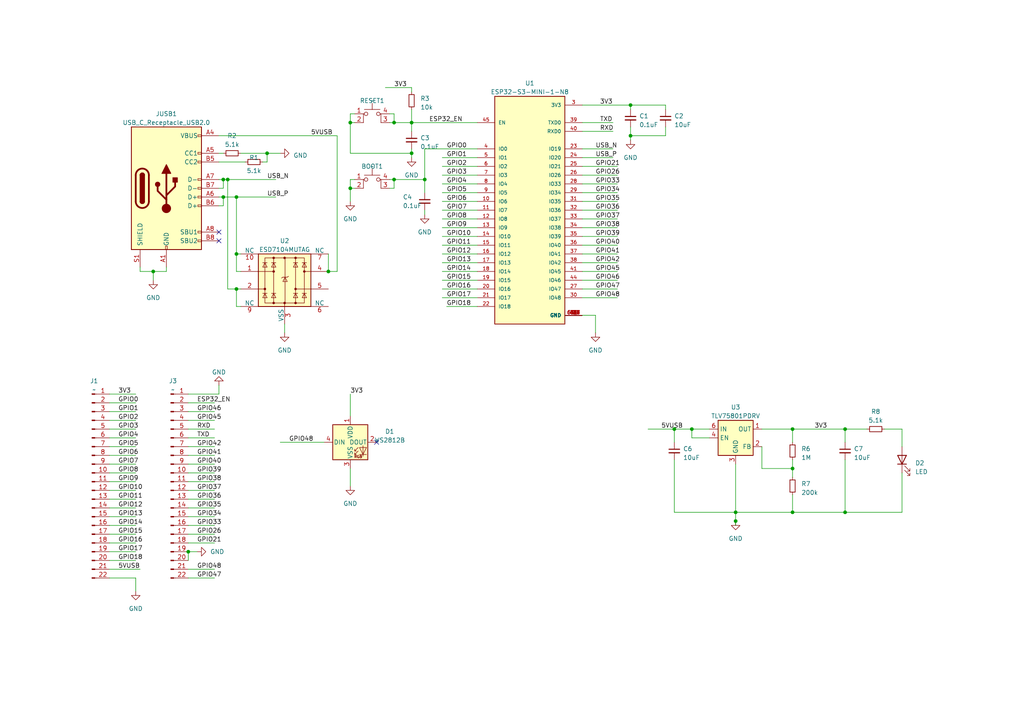
<source format=kicad_sch>
(kicad_sch
	(version 20250114)
	(generator "eeschema")
	(generator_version "9.0")
	(uuid "6ab99d2f-b2da-4c6e-b437-3c51d85d9865")
	(paper "A4")
	(lib_symbols
		(symbol "Connector:Conn_01x22_Pin"
			(pin_names
				(offset 1.016)
				(hide yes)
			)
			(exclude_from_sim no)
			(in_bom yes)
			(on_board yes)
			(property "Reference" "J"
				(at 0 27.94 0)
				(effects
					(font
						(size 1.27 1.27)
					)
				)
			)
			(property "Value" "Conn_01x22_Pin"
				(at 0 -30.48 0)
				(effects
					(font
						(size 1.27 1.27)
					)
				)
			)
			(property "Footprint" ""
				(at 0 0 0)
				(effects
					(font
						(size 1.27 1.27)
					)
					(hide yes)
				)
			)
			(property "Datasheet" "~"
				(at 0 0 0)
				(effects
					(font
						(size 1.27 1.27)
					)
					(hide yes)
				)
			)
			(property "Description" "Generic connector, single row, 01x22, script generated"
				(at 0 0 0)
				(effects
					(font
						(size 1.27 1.27)
					)
					(hide yes)
				)
			)
			(property "ki_locked" ""
				(at 0 0 0)
				(effects
					(font
						(size 1.27 1.27)
					)
				)
			)
			(property "ki_keywords" "connector"
				(at 0 0 0)
				(effects
					(font
						(size 1.27 1.27)
					)
					(hide yes)
				)
			)
			(property "ki_fp_filters" "Connector*:*_1x??_*"
				(at 0 0 0)
				(effects
					(font
						(size 1.27 1.27)
					)
					(hide yes)
				)
			)
			(symbol "Conn_01x22_Pin_1_1"
				(rectangle
					(start 0.8636 25.527)
					(end 0 25.273)
					(stroke
						(width 0.1524)
						(type default)
					)
					(fill
						(type outline)
					)
				)
				(rectangle
					(start 0.8636 22.987)
					(end 0 22.733)
					(stroke
						(width 0.1524)
						(type default)
					)
					(fill
						(type outline)
					)
				)
				(rectangle
					(start 0.8636 20.447)
					(end 0 20.193)
					(stroke
						(width 0.1524)
						(type default)
					)
					(fill
						(type outline)
					)
				)
				(rectangle
					(start 0.8636 17.907)
					(end 0 17.653)
					(stroke
						(width 0.1524)
						(type default)
					)
					(fill
						(type outline)
					)
				)
				(rectangle
					(start 0.8636 15.367)
					(end 0 15.113)
					(stroke
						(width 0.1524)
						(type default)
					)
					(fill
						(type outline)
					)
				)
				(rectangle
					(start 0.8636 12.827)
					(end 0 12.573)
					(stroke
						(width 0.1524)
						(type default)
					)
					(fill
						(type outline)
					)
				)
				(rectangle
					(start 0.8636 10.287)
					(end 0 10.033)
					(stroke
						(width 0.1524)
						(type default)
					)
					(fill
						(type outline)
					)
				)
				(rectangle
					(start 0.8636 7.747)
					(end 0 7.493)
					(stroke
						(width 0.1524)
						(type default)
					)
					(fill
						(type outline)
					)
				)
				(rectangle
					(start 0.8636 5.207)
					(end 0 4.953)
					(stroke
						(width 0.1524)
						(type default)
					)
					(fill
						(type outline)
					)
				)
				(rectangle
					(start 0.8636 2.667)
					(end 0 2.413)
					(stroke
						(width 0.1524)
						(type default)
					)
					(fill
						(type outline)
					)
				)
				(rectangle
					(start 0.8636 0.127)
					(end 0 -0.127)
					(stroke
						(width 0.1524)
						(type default)
					)
					(fill
						(type outline)
					)
				)
				(rectangle
					(start 0.8636 -2.413)
					(end 0 -2.667)
					(stroke
						(width 0.1524)
						(type default)
					)
					(fill
						(type outline)
					)
				)
				(rectangle
					(start 0.8636 -4.953)
					(end 0 -5.207)
					(stroke
						(width 0.1524)
						(type default)
					)
					(fill
						(type outline)
					)
				)
				(rectangle
					(start 0.8636 -7.493)
					(end 0 -7.747)
					(stroke
						(width 0.1524)
						(type default)
					)
					(fill
						(type outline)
					)
				)
				(rectangle
					(start 0.8636 -10.033)
					(end 0 -10.287)
					(stroke
						(width 0.1524)
						(type default)
					)
					(fill
						(type outline)
					)
				)
				(rectangle
					(start 0.8636 -12.573)
					(end 0 -12.827)
					(stroke
						(width 0.1524)
						(type default)
					)
					(fill
						(type outline)
					)
				)
				(rectangle
					(start 0.8636 -15.113)
					(end 0 -15.367)
					(stroke
						(width 0.1524)
						(type default)
					)
					(fill
						(type outline)
					)
				)
				(rectangle
					(start 0.8636 -17.653)
					(end 0 -17.907)
					(stroke
						(width 0.1524)
						(type default)
					)
					(fill
						(type outline)
					)
				)
				(rectangle
					(start 0.8636 -20.193)
					(end 0 -20.447)
					(stroke
						(width 0.1524)
						(type default)
					)
					(fill
						(type outline)
					)
				)
				(rectangle
					(start 0.8636 -22.733)
					(end 0 -22.987)
					(stroke
						(width 0.1524)
						(type default)
					)
					(fill
						(type outline)
					)
				)
				(rectangle
					(start 0.8636 -25.273)
					(end 0 -25.527)
					(stroke
						(width 0.1524)
						(type default)
					)
					(fill
						(type outline)
					)
				)
				(rectangle
					(start 0.8636 -27.813)
					(end 0 -28.067)
					(stroke
						(width 0.1524)
						(type default)
					)
					(fill
						(type outline)
					)
				)
				(polyline
					(pts
						(xy 1.27 25.4) (xy 0.8636 25.4)
					)
					(stroke
						(width 0.1524)
						(type default)
					)
					(fill
						(type none)
					)
				)
				(polyline
					(pts
						(xy 1.27 22.86) (xy 0.8636 22.86)
					)
					(stroke
						(width 0.1524)
						(type default)
					)
					(fill
						(type none)
					)
				)
				(polyline
					(pts
						(xy 1.27 20.32) (xy 0.8636 20.32)
					)
					(stroke
						(width 0.1524)
						(type default)
					)
					(fill
						(type none)
					)
				)
				(polyline
					(pts
						(xy 1.27 17.78) (xy 0.8636 17.78)
					)
					(stroke
						(width 0.1524)
						(type default)
					)
					(fill
						(type none)
					)
				)
				(polyline
					(pts
						(xy 1.27 15.24) (xy 0.8636 15.24)
					)
					(stroke
						(width 0.1524)
						(type default)
					)
					(fill
						(type none)
					)
				)
				(polyline
					(pts
						(xy 1.27 12.7) (xy 0.8636 12.7)
					)
					(stroke
						(width 0.1524)
						(type default)
					)
					(fill
						(type none)
					)
				)
				(polyline
					(pts
						(xy 1.27 10.16) (xy 0.8636 10.16)
					)
					(stroke
						(width 0.1524)
						(type default)
					)
					(fill
						(type none)
					)
				)
				(polyline
					(pts
						(xy 1.27 7.62) (xy 0.8636 7.62)
					)
					(stroke
						(width 0.1524)
						(type default)
					)
					(fill
						(type none)
					)
				)
				(polyline
					(pts
						(xy 1.27 5.08) (xy 0.8636 5.08)
					)
					(stroke
						(width 0.1524)
						(type default)
					)
					(fill
						(type none)
					)
				)
				(polyline
					(pts
						(xy 1.27 2.54) (xy 0.8636 2.54)
					)
					(stroke
						(width 0.1524)
						(type default)
					)
					(fill
						(type none)
					)
				)
				(polyline
					(pts
						(xy 1.27 0) (xy 0.8636 0)
					)
					(stroke
						(width 0.1524)
						(type default)
					)
					(fill
						(type none)
					)
				)
				(polyline
					(pts
						(xy 1.27 -2.54) (xy 0.8636 -2.54)
					)
					(stroke
						(width 0.1524)
						(type default)
					)
					(fill
						(type none)
					)
				)
				(polyline
					(pts
						(xy 1.27 -5.08) (xy 0.8636 -5.08)
					)
					(stroke
						(width 0.1524)
						(type default)
					)
					(fill
						(type none)
					)
				)
				(polyline
					(pts
						(xy 1.27 -7.62) (xy 0.8636 -7.62)
					)
					(stroke
						(width 0.1524)
						(type default)
					)
					(fill
						(type none)
					)
				)
				(polyline
					(pts
						(xy 1.27 -10.16) (xy 0.8636 -10.16)
					)
					(stroke
						(width 0.1524)
						(type default)
					)
					(fill
						(type none)
					)
				)
				(polyline
					(pts
						(xy 1.27 -12.7) (xy 0.8636 -12.7)
					)
					(stroke
						(width 0.1524)
						(type default)
					)
					(fill
						(type none)
					)
				)
				(polyline
					(pts
						(xy 1.27 -15.24) (xy 0.8636 -15.24)
					)
					(stroke
						(width 0.1524)
						(type default)
					)
					(fill
						(type none)
					)
				)
				(polyline
					(pts
						(xy 1.27 -17.78) (xy 0.8636 -17.78)
					)
					(stroke
						(width 0.1524)
						(type default)
					)
					(fill
						(type none)
					)
				)
				(polyline
					(pts
						(xy 1.27 -20.32) (xy 0.8636 -20.32)
					)
					(stroke
						(width 0.1524)
						(type default)
					)
					(fill
						(type none)
					)
				)
				(polyline
					(pts
						(xy 1.27 -22.86) (xy 0.8636 -22.86)
					)
					(stroke
						(width 0.1524)
						(type default)
					)
					(fill
						(type none)
					)
				)
				(polyline
					(pts
						(xy 1.27 -25.4) (xy 0.8636 -25.4)
					)
					(stroke
						(width 0.1524)
						(type default)
					)
					(fill
						(type none)
					)
				)
				(polyline
					(pts
						(xy 1.27 -27.94) (xy 0.8636 -27.94)
					)
					(stroke
						(width 0.1524)
						(type default)
					)
					(fill
						(type none)
					)
				)
				(pin passive line
					(at 5.08 25.4 180)
					(length 3.81)
					(name "Pin_1"
						(effects
							(font
								(size 1.27 1.27)
							)
						)
					)
					(number "1"
						(effects
							(font
								(size 1.27 1.27)
							)
						)
					)
				)
				(pin passive line
					(at 5.08 22.86 180)
					(length 3.81)
					(name "Pin_2"
						(effects
							(font
								(size 1.27 1.27)
							)
						)
					)
					(number "2"
						(effects
							(font
								(size 1.27 1.27)
							)
						)
					)
				)
				(pin passive line
					(at 5.08 20.32 180)
					(length 3.81)
					(name "Pin_3"
						(effects
							(font
								(size 1.27 1.27)
							)
						)
					)
					(number "3"
						(effects
							(font
								(size 1.27 1.27)
							)
						)
					)
				)
				(pin passive line
					(at 5.08 17.78 180)
					(length 3.81)
					(name "Pin_4"
						(effects
							(font
								(size 1.27 1.27)
							)
						)
					)
					(number "4"
						(effects
							(font
								(size 1.27 1.27)
							)
						)
					)
				)
				(pin passive line
					(at 5.08 15.24 180)
					(length 3.81)
					(name "Pin_5"
						(effects
							(font
								(size 1.27 1.27)
							)
						)
					)
					(number "5"
						(effects
							(font
								(size 1.27 1.27)
							)
						)
					)
				)
				(pin passive line
					(at 5.08 12.7 180)
					(length 3.81)
					(name "Pin_6"
						(effects
							(font
								(size 1.27 1.27)
							)
						)
					)
					(number "6"
						(effects
							(font
								(size 1.27 1.27)
							)
						)
					)
				)
				(pin passive line
					(at 5.08 10.16 180)
					(length 3.81)
					(name "Pin_7"
						(effects
							(font
								(size 1.27 1.27)
							)
						)
					)
					(number "7"
						(effects
							(font
								(size 1.27 1.27)
							)
						)
					)
				)
				(pin passive line
					(at 5.08 7.62 180)
					(length 3.81)
					(name "Pin_8"
						(effects
							(font
								(size 1.27 1.27)
							)
						)
					)
					(number "8"
						(effects
							(font
								(size 1.27 1.27)
							)
						)
					)
				)
				(pin passive line
					(at 5.08 5.08 180)
					(length 3.81)
					(name "Pin_9"
						(effects
							(font
								(size 1.27 1.27)
							)
						)
					)
					(number "9"
						(effects
							(font
								(size 1.27 1.27)
							)
						)
					)
				)
				(pin passive line
					(at 5.08 2.54 180)
					(length 3.81)
					(name "Pin_10"
						(effects
							(font
								(size 1.27 1.27)
							)
						)
					)
					(number "10"
						(effects
							(font
								(size 1.27 1.27)
							)
						)
					)
				)
				(pin passive line
					(at 5.08 0 180)
					(length 3.81)
					(name "Pin_11"
						(effects
							(font
								(size 1.27 1.27)
							)
						)
					)
					(number "11"
						(effects
							(font
								(size 1.27 1.27)
							)
						)
					)
				)
				(pin passive line
					(at 5.08 -2.54 180)
					(length 3.81)
					(name "Pin_12"
						(effects
							(font
								(size 1.27 1.27)
							)
						)
					)
					(number "12"
						(effects
							(font
								(size 1.27 1.27)
							)
						)
					)
				)
				(pin passive line
					(at 5.08 -5.08 180)
					(length 3.81)
					(name "Pin_13"
						(effects
							(font
								(size 1.27 1.27)
							)
						)
					)
					(number "13"
						(effects
							(font
								(size 1.27 1.27)
							)
						)
					)
				)
				(pin passive line
					(at 5.08 -7.62 180)
					(length 3.81)
					(name "Pin_14"
						(effects
							(font
								(size 1.27 1.27)
							)
						)
					)
					(number "14"
						(effects
							(font
								(size 1.27 1.27)
							)
						)
					)
				)
				(pin passive line
					(at 5.08 -10.16 180)
					(length 3.81)
					(name "Pin_15"
						(effects
							(font
								(size 1.27 1.27)
							)
						)
					)
					(number "15"
						(effects
							(font
								(size 1.27 1.27)
							)
						)
					)
				)
				(pin passive line
					(at 5.08 -12.7 180)
					(length 3.81)
					(name "Pin_16"
						(effects
							(font
								(size 1.27 1.27)
							)
						)
					)
					(number "16"
						(effects
							(font
								(size 1.27 1.27)
							)
						)
					)
				)
				(pin passive line
					(at 5.08 -15.24 180)
					(length 3.81)
					(name "Pin_17"
						(effects
							(font
								(size 1.27 1.27)
							)
						)
					)
					(number "17"
						(effects
							(font
								(size 1.27 1.27)
							)
						)
					)
				)
				(pin passive line
					(at 5.08 -17.78 180)
					(length 3.81)
					(name "Pin_18"
						(effects
							(font
								(size 1.27 1.27)
							)
						)
					)
					(number "18"
						(effects
							(font
								(size 1.27 1.27)
							)
						)
					)
				)
				(pin passive line
					(at 5.08 -20.32 180)
					(length 3.81)
					(name "Pin_19"
						(effects
							(font
								(size 1.27 1.27)
							)
						)
					)
					(number "19"
						(effects
							(font
								(size 1.27 1.27)
							)
						)
					)
				)
				(pin passive line
					(at 5.08 -22.86 180)
					(length 3.81)
					(name "Pin_20"
						(effects
							(font
								(size 1.27 1.27)
							)
						)
					)
					(number "20"
						(effects
							(font
								(size 1.27 1.27)
							)
						)
					)
				)
				(pin passive line
					(at 5.08 -25.4 180)
					(length 3.81)
					(name "Pin_21"
						(effects
							(font
								(size 1.27 1.27)
							)
						)
					)
					(number "21"
						(effects
							(font
								(size 1.27 1.27)
							)
						)
					)
				)
				(pin passive line
					(at 5.08 -27.94 180)
					(length 3.81)
					(name "Pin_22"
						(effects
							(font
								(size 1.27 1.27)
							)
						)
					)
					(number "22"
						(effects
							(font
								(size 1.27 1.27)
							)
						)
					)
				)
			)
			(embedded_fonts no)
		)
		(symbol "Connector:USB_C_Receptacle_USB2.0"
			(pin_names
				(offset 1.016)
			)
			(exclude_from_sim no)
			(in_bom yes)
			(on_board yes)
			(property "Reference" "J"
				(at -10.16 19.05 0)
				(effects
					(font
						(size 1.27 1.27)
					)
					(justify left)
				)
			)
			(property "Value" "USB_C_Receptacle_USB2.0"
				(at 19.05 19.05 0)
				(effects
					(font
						(size 1.27 1.27)
					)
					(justify right)
				)
			)
			(property "Footprint" ""
				(at 3.81 0 0)
				(effects
					(font
						(size 1.27 1.27)
					)
					(hide yes)
				)
			)
			(property "Datasheet" "https://www.usb.org/sites/default/files/documents/usb_type-c.zip"
				(at 3.81 0 0)
				(effects
					(font
						(size 1.27 1.27)
					)
					(hide yes)
				)
			)
			(property "Description" "USB 2.0-only Type-C Receptacle connector"
				(at 0 0 0)
				(effects
					(font
						(size 1.27 1.27)
					)
					(hide yes)
				)
			)
			(property "ki_keywords" "usb universal serial bus type-C USB2.0"
				(at 0 0 0)
				(effects
					(font
						(size 1.27 1.27)
					)
					(hide yes)
				)
			)
			(property "ki_fp_filters" "USB*C*Receptacle*"
				(at 0 0 0)
				(effects
					(font
						(size 1.27 1.27)
					)
					(hide yes)
				)
			)
			(symbol "USB_C_Receptacle_USB2.0_0_0"
				(rectangle
					(start -0.254 -17.78)
					(end 0.254 -16.764)
					(stroke
						(width 0)
						(type default)
					)
					(fill
						(type none)
					)
				)
				(rectangle
					(start 10.16 15.494)
					(end 9.144 14.986)
					(stroke
						(width 0)
						(type default)
					)
					(fill
						(type none)
					)
				)
				(rectangle
					(start 10.16 10.414)
					(end 9.144 9.906)
					(stroke
						(width 0)
						(type default)
					)
					(fill
						(type none)
					)
				)
				(rectangle
					(start 10.16 7.874)
					(end 9.144 7.366)
					(stroke
						(width 0)
						(type default)
					)
					(fill
						(type none)
					)
				)
				(rectangle
					(start 10.16 2.794)
					(end 9.144 2.286)
					(stroke
						(width 0)
						(type default)
					)
					(fill
						(type none)
					)
				)
				(rectangle
					(start 10.16 0.254)
					(end 9.144 -0.254)
					(stroke
						(width 0)
						(type default)
					)
					(fill
						(type none)
					)
				)
				(rectangle
					(start 10.16 -2.286)
					(end 9.144 -2.794)
					(stroke
						(width 0)
						(type default)
					)
					(fill
						(type none)
					)
				)
				(rectangle
					(start 10.16 -4.826)
					(end 9.144 -5.334)
					(stroke
						(width 0)
						(type default)
					)
					(fill
						(type none)
					)
				)
				(rectangle
					(start 10.16 -12.446)
					(end 9.144 -12.954)
					(stroke
						(width 0)
						(type default)
					)
					(fill
						(type none)
					)
				)
				(rectangle
					(start 10.16 -14.986)
					(end 9.144 -15.494)
					(stroke
						(width 0)
						(type default)
					)
					(fill
						(type none)
					)
				)
			)
			(symbol "USB_C_Receptacle_USB2.0_0_1"
				(rectangle
					(start -10.16 17.78)
					(end 10.16 -17.78)
					(stroke
						(width 0.254)
						(type default)
					)
					(fill
						(type background)
					)
				)
				(polyline
					(pts
						(xy -8.89 -3.81) (xy -8.89 3.81)
					)
					(stroke
						(width 0.508)
						(type default)
					)
					(fill
						(type none)
					)
				)
				(rectangle
					(start -7.62 -3.81)
					(end -6.35 3.81)
					(stroke
						(width 0.254)
						(type default)
					)
					(fill
						(type outline)
					)
				)
				(arc
					(start -7.62 3.81)
					(mid -6.985 4.4423)
					(end -6.35 3.81)
					(stroke
						(width 0.254)
						(type default)
					)
					(fill
						(type none)
					)
				)
				(arc
					(start -7.62 3.81)
					(mid -6.985 4.4423)
					(end -6.35 3.81)
					(stroke
						(width 0.254)
						(type default)
					)
					(fill
						(type outline)
					)
				)
				(arc
					(start -8.89 3.81)
					(mid -6.985 5.7067)
					(end -5.08 3.81)
					(stroke
						(width 0.508)
						(type default)
					)
					(fill
						(type none)
					)
				)
				(arc
					(start -5.08 -3.81)
					(mid -6.985 -5.7067)
					(end -8.89 -3.81)
					(stroke
						(width 0.508)
						(type default)
					)
					(fill
						(type none)
					)
				)
				(arc
					(start -6.35 -3.81)
					(mid -6.985 -4.4423)
					(end -7.62 -3.81)
					(stroke
						(width 0.254)
						(type default)
					)
					(fill
						(type none)
					)
				)
				(arc
					(start -6.35 -3.81)
					(mid -6.985 -4.4423)
					(end -7.62 -3.81)
					(stroke
						(width 0.254)
						(type default)
					)
					(fill
						(type outline)
					)
				)
				(polyline
					(pts
						(xy -5.08 3.81) (xy -5.08 -3.81)
					)
					(stroke
						(width 0.508)
						(type default)
					)
					(fill
						(type none)
					)
				)
				(circle
					(center -2.54 1.143)
					(radius 0.635)
					(stroke
						(width 0.254)
						(type default)
					)
					(fill
						(type outline)
					)
				)
				(polyline
					(pts
						(xy -1.27 4.318) (xy 0 6.858) (xy 1.27 4.318) (xy -1.27 4.318)
					)
					(stroke
						(width 0.254)
						(type default)
					)
					(fill
						(type outline)
					)
				)
				(polyline
					(pts
						(xy 0 -2.032) (xy 2.54 0.508) (xy 2.54 1.778)
					)
					(stroke
						(width 0.508)
						(type default)
					)
					(fill
						(type none)
					)
				)
				(polyline
					(pts
						(xy 0 -3.302) (xy -2.54 -0.762) (xy -2.54 0.508)
					)
					(stroke
						(width 0.508)
						(type default)
					)
					(fill
						(type none)
					)
				)
				(polyline
					(pts
						(xy 0 -5.842) (xy 0 4.318)
					)
					(stroke
						(width 0.508)
						(type default)
					)
					(fill
						(type none)
					)
				)
				(circle
					(center 0 -5.842)
					(radius 1.27)
					(stroke
						(width 0)
						(type default)
					)
					(fill
						(type outline)
					)
				)
				(rectangle
					(start 1.905 1.778)
					(end 3.175 3.048)
					(stroke
						(width 0.254)
						(type default)
					)
					(fill
						(type outline)
					)
				)
			)
			(symbol "USB_C_Receptacle_USB2.0_1_1"
				(pin passive line
					(at -7.62 -22.86 90)
					(length 5.08)
					(name "SHIELD"
						(effects
							(font
								(size 1.27 1.27)
							)
						)
					)
					(number "S1"
						(effects
							(font
								(size 1.27 1.27)
							)
						)
					)
				)
				(pin passive line
					(at 0 -22.86 90)
					(length 5.08)
					(name "GND"
						(effects
							(font
								(size 1.27 1.27)
							)
						)
					)
					(number "A1"
						(effects
							(font
								(size 1.27 1.27)
							)
						)
					)
				)
				(pin passive line
					(at 0 -22.86 90)
					(length 5.08)
					(hide yes)
					(name "GND"
						(effects
							(font
								(size 1.27 1.27)
							)
						)
					)
					(number "A12"
						(effects
							(font
								(size 1.27 1.27)
							)
						)
					)
				)
				(pin passive line
					(at 0 -22.86 90)
					(length 5.08)
					(hide yes)
					(name "GND"
						(effects
							(font
								(size 1.27 1.27)
							)
						)
					)
					(number "B1"
						(effects
							(font
								(size 1.27 1.27)
							)
						)
					)
				)
				(pin passive line
					(at 0 -22.86 90)
					(length 5.08)
					(hide yes)
					(name "GND"
						(effects
							(font
								(size 1.27 1.27)
							)
						)
					)
					(number "B12"
						(effects
							(font
								(size 1.27 1.27)
							)
						)
					)
				)
				(pin passive line
					(at 15.24 15.24 180)
					(length 5.08)
					(name "VBUS"
						(effects
							(font
								(size 1.27 1.27)
							)
						)
					)
					(number "A4"
						(effects
							(font
								(size 1.27 1.27)
							)
						)
					)
				)
				(pin passive line
					(at 15.24 15.24 180)
					(length 5.08)
					(hide yes)
					(name "VBUS"
						(effects
							(font
								(size 1.27 1.27)
							)
						)
					)
					(number "A9"
						(effects
							(font
								(size 1.27 1.27)
							)
						)
					)
				)
				(pin passive line
					(at 15.24 15.24 180)
					(length 5.08)
					(hide yes)
					(name "VBUS"
						(effects
							(font
								(size 1.27 1.27)
							)
						)
					)
					(number "B4"
						(effects
							(font
								(size 1.27 1.27)
							)
						)
					)
				)
				(pin passive line
					(at 15.24 15.24 180)
					(length 5.08)
					(hide yes)
					(name "VBUS"
						(effects
							(font
								(size 1.27 1.27)
							)
						)
					)
					(number "B9"
						(effects
							(font
								(size 1.27 1.27)
							)
						)
					)
				)
				(pin bidirectional line
					(at 15.24 10.16 180)
					(length 5.08)
					(name "CC1"
						(effects
							(font
								(size 1.27 1.27)
							)
						)
					)
					(number "A5"
						(effects
							(font
								(size 1.27 1.27)
							)
						)
					)
				)
				(pin bidirectional line
					(at 15.24 7.62 180)
					(length 5.08)
					(name "CC2"
						(effects
							(font
								(size 1.27 1.27)
							)
						)
					)
					(number "B5"
						(effects
							(font
								(size 1.27 1.27)
							)
						)
					)
				)
				(pin bidirectional line
					(at 15.24 2.54 180)
					(length 5.08)
					(name "D-"
						(effects
							(font
								(size 1.27 1.27)
							)
						)
					)
					(number "A7"
						(effects
							(font
								(size 1.27 1.27)
							)
						)
					)
				)
				(pin bidirectional line
					(at 15.24 0 180)
					(length 5.08)
					(name "D-"
						(effects
							(font
								(size 1.27 1.27)
							)
						)
					)
					(number "B7"
						(effects
							(font
								(size 1.27 1.27)
							)
						)
					)
				)
				(pin bidirectional line
					(at 15.24 -2.54 180)
					(length 5.08)
					(name "D+"
						(effects
							(font
								(size 1.27 1.27)
							)
						)
					)
					(number "A6"
						(effects
							(font
								(size 1.27 1.27)
							)
						)
					)
				)
				(pin bidirectional line
					(at 15.24 -5.08 180)
					(length 5.08)
					(name "D+"
						(effects
							(font
								(size 1.27 1.27)
							)
						)
					)
					(number "B6"
						(effects
							(font
								(size 1.27 1.27)
							)
						)
					)
				)
				(pin bidirectional line
					(at 15.24 -12.7 180)
					(length 5.08)
					(name "SBU1"
						(effects
							(font
								(size 1.27 1.27)
							)
						)
					)
					(number "A8"
						(effects
							(font
								(size 1.27 1.27)
							)
						)
					)
				)
				(pin bidirectional line
					(at 15.24 -15.24 180)
					(length 5.08)
					(name "SBU2"
						(effects
							(font
								(size 1.27 1.27)
							)
						)
					)
					(number "B8"
						(effects
							(font
								(size 1.27 1.27)
							)
						)
					)
				)
			)
			(embedded_fonts no)
		)
		(symbol "Device:C_Small"
			(pin_numbers
				(hide yes)
			)
			(pin_names
				(offset 0.254)
				(hide yes)
			)
			(exclude_from_sim no)
			(in_bom yes)
			(on_board yes)
			(property "Reference" "C"
				(at 0.254 1.778 0)
				(effects
					(font
						(size 1.27 1.27)
					)
					(justify left)
				)
			)
			(property "Value" "C_Small"
				(at 0.254 -2.032 0)
				(effects
					(font
						(size 1.27 1.27)
					)
					(justify left)
				)
			)
			(property "Footprint" ""
				(at 0 0 0)
				(effects
					(font
						(size 1.27 1.27)
					)
					(hide yes)
				)
			)
			(property "Datasheet" "~"
				(at 0 0 0)
				(effects
					(font
						(size 1.27 1.27)
					)
					(hide yes)
				)
			)
			(property "Description" "Unpolarized capacitor, small symbol"
				(at 0 0 0)
				(effects
					(font
						(size 1.27 1.27)
					)
					(hide yes)
				)
			)
			(property "ki_keywords" "capacitor cap"
				(at 0 0 0)
				(effects
					(font
						(size 1.27 1.27)
					)
					(hide yes)
				)
			)
			(property "ki_fp_filters" "C_*"
				(at 0 0 0)
				(effects
					(font
						(size 1.27 1.27)
					)
					(hide yes)
				)
			)
			(symbol "C_Small_0_1"
				(polyline
					(pts
						(xy -1.524 0.508) (xy 1.524 0.508)
					)
					(stroke
						(width 0.3048)
						(type default)
					)
					(fill
						(type none)
					)
				)
				(polyline
					(pts
						(xy -1.524 -0.508) (xy 1.524 -0.508)
					)
					(stroke
						(width 0.3302)
						(type default)
					)
					(fill
						(type none)
					)
				)
			)
			(symbol "C_Small_1_1"
				(pin passive line
					(at 0 2.54 270)
					(length 2.032)
					(name "~"
						(effects
							(font
								(size 1.27 1.27)
							)
						)
					)
					(number "1"
						(effects
							(font
								(size 1.27 1.27)
							)
						)
					)
				)
				(pin passive line
					(at 0 -2.54 90)
					(length 2.032)
					(name "~"
						(effects
							(font
								(size 1.27 1.27)
							)
						)
					)
					(number "2"
						(effects
							(font
								(size 1.27 1.27)
							)
						)
					)
				)
			)
			(embedded_fonts no)
		)
		(symbol "Device:LED"
			(pin_numbers
				(hide yes)
			)
			(pin_names
				(offset 1.016)
				(hide yes)
			)
			(exclude_from_sim no)
			(in_bom yes)
			(on_board yes)
			(property "Reference" "D"
				(at 0 2.54 0)
				(effects
					(font
						(size 1.27 1.27)
					)
				)
			)
			(property "Value" "LED"
				(at 0 -2.54 0)
				(effects
					(font
						(size 1.27 1.27)
					)
				)
			)
			(property "Footprint" ""
				(at 0 0 0)
				(effects
					(font
						(size 1.27 1.27)
					)
					(hide yes)
				)
			)
			(property "Datasheet" "~"
				(at 0 0 0)
				(effects
					(font
						(size 1.27 1.27)
					)
					(hide yes)
				)
			)
			(property "Description" "Light emitting diode"
				(at 0 0 0)
				(effects
					(font
						(size 1.27 1.27)
					)
					(hide yes)
				)
			)
			(property "ki_keywords" "LED diode"
				(at 0 0 0)
				(effects
					(font
						(size 1.27 1.27)
					)
					(hide yes)
				)
			)
			(property "ki_fp_filters" "LED* LED_SMD:* LED_THT:*"
				(at 0 0 0)
				(effects
					(font
						(size 1.27 1.27)
					)
					(hide yes)
				)
			)
			(symbol "LED_0_1"
				(polyline
					(pts
						(xy -3.048 -0.762) (xy -4.572 -2.286) (xy -3.81 -2.286) (xy -4.572 -2.286) (xy -4.572 -1.524)
					)
					(stroke
						(width 0)
						(type default)
					)
					(fill
						(type none)
					)
				)
				(polyline
					(pts
						(xy -1.778 -0.762) (xy -3.302 -2.286) (xy -2.54 -2.286) (xy -3.302 -2.286) (xy -3.302 -1.524)
					)
					(stroke
						(width 0)
						(type default)
					)
					(fill
						(type none)
					)
				)
				(polyline
					(pts
						(xy -1.27 0) (xy 1.27 0)
					)
					(stroke
						(width 0)
						(type default)
					)
					(fill
						(type none)
					)
				)
				(polyline
					(pts
						(xy -1.27 -1.27) (xy -1.27 1.27)
					)
					(stroke
						(width 0.254)
						(type default)
					)
					(fill
						(type none)
					)
				)
				(polyline
					(pts
						(xy 1.27 -1.27) (xy 1.27 1.27) (xy -1.27 0) (xy 1.27 -1.27)
					)
					(stroke
						(width 0.254)
						(type default)
					)
					(fill
						(type none)
					)
				)
			)
			(symbol "LED_1_1"
				(pin passive line
					(at -3.81 0 0)
					(length 2.54)
					(name "K"
						(effects
							(font
								(size 1.27 1.27)
							)
						)
					)
					(number "1"
						(effects
							(font
								(size 1.27 1.27)
							)
						)
					)
				)
				(pin passive line
					(at 3.81 0 180)
					(length 2.54)
					(name "A"
						(effects
							(font
								(size 1.27 1.27)
							)
						)
					)
					(number "2"
						(effects
							(font
								(size 1.27 1.27)
							)
						)
					)
				)
			)
			(embedded_fonts no)
		)
		(symbol "Device:R_Small"
			(pin_numbers
				(hide yes)
			)
			(pin_names
				(offset 0.254)
				(hide yes)
			)
			(exclude_from_sim no)
			(in_bom yes)
			(on_board yes)
			(property "Reference" "R"
				(at 0.762 0.508 0)
				(effects
					(font
						(size 1.27 1.27)
					)
					(justify left)
				)
			)
			(property "Value" "R_Small"
				(at 0.762 -1.016 0)
				(effects
					(font
						(size 1.27 1.27)
					)
					(justify left)
				)
			)
			(property "Footprint" ""
				(at 0 0 0)
				(effects
					(font
						(size 1.27 1.27)
					)
					(hide yes)
				)
			)
			(property "Datasheet" "~"
				(at 0 0 0)
				(effects
					(font
						(size 1.27 1.27)
					)
					(hide yes)
				)
			)
			(property "Description" "Resistor, small symbol"
				(at 0 0 0)
				(effects
					(font
						(size 1.27 1.27)
					)
					(hide yes)
				)
			)
			(property "ki_keywords" "R resistor"
				(at 0 0 0)
				(effects
					(font
						(size 1.27 1.27)
					)
					(hide yes)
				)
			)
			(property "ki_fp_filters" "R_*"
				(at 0 0 0)
				(effects
					(font
						(size 1.27 1.27)
					)
					(hide yes)
				)
			)
			(symbol "R_Small_0_1"
				(rectangle
					(start -0.762 1.778)
					(end 0.762 -1.778)
					(stroke
						(width 0.2032)
						(type default)
					)
					(fill
						(type none)
					)
				)
			)
			(symbol "R_Small_1_1"
				(pin passive line
					(at 0 2.54 270)
					(length 0.762)
					(name "~"
						(effects
							(font
								(size 1.27 1.27)
							)
						)
					)
					(number "1"
						(effects
							(font
								(size 1.27 1.27)
							)
						)
					)
				)
				(pin passive line
					(at 0 -2.54 90)
					(length 0.762)
					(name "~"
						(effects
							(font
								(size 1.27 1.27)
							)
						)
					)
					(number "2"
						(effects
							(font
								(size 1.27 1.27)
							)
						)
					)
				)
			)
			(embedded_fonts no)
		)
		(symbol "ESP32-S3-MINI-1-N8:ESP32-S3-MINI-1-N8"
			(pin_names
				(offset 1.016)
			)
			(exclude_from_sim no)
			(in_bom yes)
			(on_board yes)
			(property "Reference" "U"
				(at -10.16 34.29 0)
				(effects
					(font
						(size 1.27 1.27)
					)
					(justify left bottom)
				)
			)
			(property "Value" "ESP32-S3-MINI-1-N8"
				(at -10.16 -35.56 0)
				(effects
					(font
						(size 1.27 1.27)
					)
					(justify left bottom)
				)
			)
			(property "Footprint" "ESP32-S3-MINI-1-N8:XCVR_ESP32-S3-MINI-1-N8"
				(at 0 0 0)
				(effects
					(font
						(size 1.27 1.27)
					)
					(justify bottom)
					(hide yes)
				)
			)
			(property "Datasheet" ""
				(at 0 0 0)
				(effects
					(font
						(size 1.27 1.27)
					)
					(hide yes)
				)
			)
			(property "Description" "Bluetooth, WiFi 802.11b/g/n, Bluetooth v5.0 Transceiver Module 2.4GHz PCB Trace Surface Mount"
				(at 0 0 0)
				(effects
					(font
						(size 1.27 1.27)
					)
					(justify bottom)
					(hide yes)
				)
			)
			(property "MF" "Espressif Systems"
				(at 0 0 0)
				(effects
					(font
						(size 1.27 1.27)
					)
					(justify bottom)
					(hide yes)
				)
			)
			(property "MAXIMUM_PACKAGE_HEIGHT" "2.55mm"
				(at 0 0 0)
				(effects
					(font
						(size 1.27 1.27)
					)
					(justify bottom)
					(hide yes)
				)
			)
			(property "Package" "None"
				(at 0 0 0)
				(effects
					(font
						(size 1.27 1.27)
					)
					(justify bottom)
					(hide yes)
				)
			)
			(property "Price" "None"
				(at 0 0 0)
				(effects
					(font
						(size 1.27 1.27)
					)
					(justify bottom)
					(hide yes)
				)
			)
			(property "Check_prices" "https://www.snapeda.com/parts/ESP32-S3-MINI-1-N8/Espressif+Systems/view-part/?ref=eda"
				(at 0 0 0)
				(effects
					(font
						(size 1.27 1.27)
					)
					(justify bottom)
					(hide yes)
				)
			)
			(property "STANDARD" "Manufacturer Recommendations"
				(at 0 0 0)
				(effects
					(font
						(size 1.27 1.27)
					)
					(justify bottom)
					(hide yes)
				)
			)
			(property "PARTREV" "v0.6"
				(at 0 0 0)
				(effects
					(font
						(size 1.27 1.27)
					)
					(justify bottom)
					(hide yes)
				)
			)
			(property "SnapEDA_Link" "https://www.snapeda.com/parts/ESP32-S3-MINI-1-N8/Espressif+Systems/view-part/?ref=snap"
				(at 0 0 0)
				(effects
					(font
						(size 1.27 1.27)
					)
					(justify bottom)
					(hide yes)
				)
			)
			(property "MP" "ESP32-S3-MINI-1-N8"
				(at 0 0 0)
				(effects
					(font
						(size 1.27 1.27)
					)
					(justify bottom)
					(hide yes)
				)
			)
			(property "Purchase-URL" "https://www.snapeda.com/api/url_track_click_mouser/?unipart_id=8941370&manufacturer=Espressif Systems&part_name=ESP32-S3-MINI-1-N8&search_term=None"
				(at 0 0 0)
				(effects
					(font
						(size 1.27 1.27)
					)
					(justify bottom)
					(hide yes)
				)
			)
			(property "Availability" "In Stock"
				(at 0 0 0)
				(effects
					(font
						(size 1.27 1.27)
					)
					(justify bottom)
					(hide yes)
				)
			)
			(property "MANUFACTURER" "Espressif"
				(at 0 0 0)
				(effects
					(font
						(size 1.27 1.27)
					)
					(justify bottom)
					(hide yes)
				)
			)
			(symbol "ESP32-S3-MINI-1-N8_0_0"
				(rectangle
					(start -10.16 -33.02)
					(end 10.16 33.02)
					(stroke
						(width 0.254)
						(type default)
					)
					(fill
						(type background)
					)
				)
				(pin input line
					(at -15.24 25.4 0)
					(length 5.08)
					(name "EN"
						(effects
							(font
								(size 1.016 1.016)
							)
						)
					)
					(number "45"
						(effects
							(font
								(size 1.016 1.016)
							)
						)
					)
				)
				(pin bidirectional line
					(at -15.24 17.78 0)
					(length 5.08)
					(name "IO0"
						(effects
							(font
								(size 1.016 1.016)
							)
						)
					)
					(number "4"
						(effects
							(font
								(size 1.016 1.016)
							)
						)
					)
				)
				(pin bidirectional line
					(at -15.24 15.24 0)
					(length 5.08)
					(name "IO1"
						(effects
							(font
								(size 1.016 1.016)
							)
						)
					)
					(number "5"
						(effects
							(font
								(size 1.016 1.016)
							)
						)
					)
				)
				(pin bidirectional line
					(at -15.24 12.7 0)
					(length 5.08)
					(name "IO2"
						(effects
							(font
								(size 1.016 1.016)
							)
						)
					)
					(number "6"
						(effects
							(font
								(size 1.016 1.016)
							)
						)
					)
				)
				(pin bidirectional line
					(at -15.24 10.16 0)
					(length 5.08)
					(name "IO3"
						(effects
							(font
								(size 1.016 1.016)
							)
						)
					)
					(number "7"
						(effects
							(font
								(size 1.016 1.016)
							)
						)
					)
				)
				(pin bidirectional line
					(at -15.24 7.62 0)
					(length 5.08)
					(name "IO4"
						(effects
							(font
								(size 1.016 1.016)
							)
						)
					)
					(number "8"
						(effects
							(font
								(size 1.016 1.016)
							)
						)
					)
				)
				(pin bidirectional line
					(at -15.24 5.08 0)
					(length 5.08)
					(name "IO5"
						(effects
							(font
								(size 1.016 1.016)
							)
						)
					)
					(number "9"
						(effects
							(font
								(size 1.016 1.016)
							)
						)
					)
				)
				(pin bidirectional line
					(at -15.24 2.54 0)
					(length 5.08)
					(name "IO6"
						(effects
							(font
								(size 1.016 1.016)
							)
						)
					)
					(number "10"
						(effects
							(font
								(size 1.016 1.016)
							)
						)
					)
				)
				(pin bidirectional line
					(at -15.24 0 0)
					(length 5.08)
					(name "IO7"
						(effects
							(font
								(size 1.016 1.016)
							)
						)
					)
					(number "11"
						(effects
							(font
								(size 1.016 1.016)
							)
						)
					)
				)
				(pin bidirectional line
					(at -15.24 -2.54 0)
					(length 5.08)
					(name "IO8"
						(effects
							(font
								(size 1.016 1.016)
							)
						)
					)
					(number "12"
						(effects
							(font
								(size 1.016 1.016)
							)
						)
					)
				)
				(pin bidirectional line
					(at -15.24 -5.08 0)
					(length 5.08)
					(name "IO9"
						(effects
							(font
								(size 1.016 1.016)
							)
						)
					)
					(number "13"
						(effects
							(font
								(size 1.016 1.016)
							)
						)
					)
				)
				(pin bidirectional line
					(at -15.24 -7.62 0)
					(length 5.08)
					(name "IO10"
						(effects
							(font
								(size 1.016 1.016)
							)
						)
					)
					(number "14"
						(effects
							(font
								(size 1.016 1.016)
							)
						)
					)
				)
				(pin bidirectional line
					(at -15.24 -10.16 0)
					(length 5.08)
					(name "IO11"
						(effects
							(font
								(size 1.016 1.016)
							)
						)
					)
					(number "15"
						(effects
							(font
								(size 1.016 1.016)
							)
						)
					)
				)
				(pin bidirectional line
					(at -15.24 -12.7 0)
					(length 5.08)
					(name "IO12"
						(effects
							(font
								(size 1.016 1.016)
							)
						)
					)
					(number "16"
						(effects
							(font
								(size 1.016 1.016)
							)
						)
					)
				)
				(pin bidirectional line
					(at -15.24 -15.24 0)
					(length 5.08)
					(name "IO13"
						(effects
							(font
								(size 1.016 1.016)
							)
						)
					)
					(number "17"
						(effects
							(font
								(size 1.016 1.016)
							)
						)
					)
				)
				(pin bidirectional line
					(at -15.24 -17.78 0)
					(length 5.08)
					(name "IO14"
						(effects
							(font
								(size 1.016 1.016)
							)
						)
					)
					(number "18"
						(effects
							(font
								(size 1.016 1.016)
							)
						)
					)
				)
				(pin bidirectional line
					(at -15.24 -20.32 0)
					(length 5.08)
					(name "IO15"
						(effects
							(font
								(size 1.016 1.016)
							)
						)
					)
					(number "19"
						(effects
							(font
								(size 1.016 1.016)
							)
						)
					)
				)
				(pin bidirectional line
					(at -15.24 -22.86 0)
					(length 5.08)
					(name "IO16"
						(effects
							(font
								(size 1.016 1.016)
							)
						)
					)
					(number "20"
						(effects
							(font
								(size 1.016 1.016)
							)
						)
					)
				)
				(pin bidirectional line
					(at -15.24 -25.4 0)
					(length 5.08)
					(name "IO17"
						(effects
							(font
								(size 1.016 1.016)
							)
						)
					)
					(number "21"
						(effects
							(font
								(size 1.016 1.016)
							)
						)
					)
				)
				(pin bidirectional line
					(at -15.24 -27.94 0)
					(length 5.08)
					(name "IO18"
						(effects
							(font
								(size 1.016 1.016)
							)
						)
					)
					(number "22"
						(effects
							(font
								(size 1.016 1.016)
							)
						)
					)
				)
				(pin power_in line
					(at 15.24 30.48 180)
					(length 5.08)
					(name "3V3"
						(effects
							(font
								(size 1.016 1.016)
							)
						)
					)
					(number "3"
						(effects
							(font
								(size 1.016 1.016)
							)
						)
					)
				)
				(pin bidirectional line
					(at 15.24 25.4 180)
					(length 5.08)
					(name "TXD0"
						(effects
							(font
								(size 1.016 1.016)
							)
						)
					)
					(number "39"
						(effects
							(font
								(size 1.016 1.016)
							)
						)
					)
				)
				(pin bidirectional line
					(at 15.24 22.86 180)
					(length 5.08)
					(name "RXD0"
						(effects
							(font
								(size 1.016 1.016)
							)
						)
					)
					(number "40"
						(effects
							(font
								(size 1.016 1.016)
							)
						)
					)
				)
				(pin bidirectional line
					(at 15.24 17.78 180)
					(length 5.08)
					(name "IO19"
						(effects
							(font
								(size 1.016 1.016)
							)
						)
					)
					(number "23"
						(effects
							(font
								(size 1.016 1.016)
							)
						)
					)
				)
				(pin bidirectional line
					(at 15.24 15.24 180)
					(length 5.08)
					(name "IO20"
						(effects
							(font
								(size 1.016 1.016)
							)
						)
					)
					(number "24"
						(effects
							(font
								(size 1.016 1.016)
							)
						)
					)
				)
				(pin bidirectional line
					(at 15.24 12.7 180)
					(length 5.08)
					(name "IO21"
						(effects
							(font
								(size 1.016 1.016)
							)
						)
					)
					(number "25"
						(effects
							(font
								(size 1.016 1.016)
							)
						)
					)
				)
				(pin bidirectional line
					(at 15.24 10.16 180)
					(length 5.08)
					(name "IO26"
						(effects
							(font
								(size 1.016 1.016)
							)
						)
					)
					(number "26"
						(effects
							(font
								(size 1.016 1.016)
							)
						)
					)
				)
				(pin bidirectional line
					(at 15.24 7.62 180)
					(length 5.08)
					(name "IO33"
						(effects
							(font
								(size 1.016 1.016)
							)
						)
					)
					(number "28"
						(effects
							(font
								(size 1.016 1.016)
							)
						)
					)
				)
				(pin bidirectional line
					(at 15.24 5.08 180)
					(length 5.08)
					(name "IO34"
						(effects
							(font
								(size 1.016 1.016)
							)
						)
					)
					(number "29"
						(effects
							(font
								(size 1.016 1.016)
							)
						)
					)
				)
				(pin bidirectional line
					(at 15.24 2.54 180)
					(length 5.08)
					(name "IO35"
						(effects
							(font
								(size 1.016 1.016)
							)
						)
					)
					(number "31"
						(effects
							(font
								(size 1.016 1.016)
							)
						)
					)
				)
				(pin bidirectional line
					(at 15.24 0 180)
					(length 5.08)
					(name "IO36"
						(effects
							(font
								(size 1.016 1.016)
							)
						)
					)
					(number "32"
						(effects
							(font
								(size 1.016 1.016)
							)
						)
					)
				)
				(pin bidirectional line
					(at 15.24 -2.54 180)
					(length 5.08)
					(name "IO37"
						(effects
							(font
								(size 1.016 1.016)
							)
						)
					)
					(number "33"
						(effects
							(font
								(size 1.016 1.016)
							)
						)
					)
				)
				(pin bidirectional line
					(at 15.24 -5.08 180)
					(length 5.08)
					(name "IO38"
						(effects
							(font
								(size 1.016 1.016)
							)
						)
					)
					(number "34"
						(effects
							(font
								(size 1.016 1.016)
							)
						)
					)
				)
				(pin bidirectional line
					(at 15.24 -7.62 180)
					(length 5.08)
					(name "IO39"
						(effects
							(font
								(size 1.016 1.016)
							)
						)
					)
					(number "35"
						(effects
							(font
								(size 1.016 1.016)
							)
						)
					)
				)
				(pin bidirectional line
					(at 15.24 -10.16 180)
					(length 5.08)
					(name "IO40"
						(effects
							(font
								(size 1.016 1.016)
							)
						)
					)
					(number "36"
						(effects
							(font
								(size 1.016 1.016)
							)
						)
					)
				)
				(pin bidirectional line
					(at 15.24 -12.7 180)
					(length 5.08)
					(name "IO41"
						(effects
							(font
								(size 1.016 1.016)
							)
						)
					)
					(number "37"
						(effects
							(font
								(size 1.016 1.016)
							)
						)
					)
				)
				(pin bidirectional line
					(at 15.24 -15.24 180)
					(length 5.08)
					(name "IO42"
						(effects
							(font
								(size 1.016 1.016)
							)
						)
					)
					(number "38"
						(effects
							(font
								(size 1.016 1.016)
							)
						)
					)
				)
				(pin bidirectional line
					(at 15.24 -17.78 180)
					(length 5.08)
					(name "IO45"
						(effects
							(font
								(size 1.016 1.016)
							)
						)
					)
					(number "41"
						(effects
							(font
								(size 1.016 1.016)
							)
						)
					)
				)
				(pin bidirectional line
					(at 15.24 -20.32 180)
					(length 5.08)
					(name "IO46"
						(effects
							(font
								(size 1.016 1.016)
							)
						)
					)
					(number "44"
						(effects
							(font
								(size 1.016 1.016)
							)
						)
					)
				)
				(pin bidirectional line
					(at 15.24 -22.86 180)
					(length 5.08)
					(name "IO47"
						(effects
							(font
								(size 1.016 1.016)
							)
						)
					)
					(number "27"
						(effects
							(font
								(size 1.016 1.016)
							)
						)
					)
				)
				(pin bidirectional line
					(at 15.24 -25.4 180)
					(length 5.08)
					(name "IO48"
						(effects
							(font
								(size 1.016 1.016)
							)
						)
					)
					(number "30"
						(effects
							(font
								(size 1.016 1.016)
							)
						)
					)
				)
				(pin power_in line
					(at 15.24 -30.48 180)
					(length 5.08)
					(name "GND"
						(effects
							(font
								(size 1.016 1.016)
							)
						)
					)
					(number "1"
						(effects
							(font
								(size 1.016 1.016)
							)
						)
					)
				)
				(pin power_in line
					(at 15.24 -30.48 180)
					(length 5.08)
					(name "GND"
						(effects
							(font
								(size 1.016 1.016)
							)
						)
					)
					(number "2"
						(effects
							(font
								(size 1.016 1.016)
							)
						)
					)
				)
				(pin power_in line
					(at 15.24 -30.48 180)
					(length 5.08)
					(name "GND"
						(effects
							(font
								(size 1.016 1.016)
							)
						)
					)
					(number "42"
						(effects
							(font
								(size 1.016 1.016)
							)
						)
					)
				)
				(pin power_in line
					(at 15.24 -30.48 180)
					(length 5.08)
					(name "GND"
						(effects
							(font
								(size 1.016 1.016)
							)
						)
					)
					(number "43"
						(effects
							(font
								(size 1.016 1.016)
							)
						)
					)
				)
				(pin power_in line
					(at 15.24 -30.48 180)
					(length 5.08)
					(name "GND"
						(effects
							(font
								(size 1.016 1.016)
							)
						)
					)
					(number "46"
						(effects
							(font
								(size 1.016 1.016)
							)
						)
					)
				)
				(pin power_in line
					(at 15.24 -30.48 180)
					(length 5.08)
					(name "GND"
						(effects
							(font
								(size 1.016 1.016)
							)
						)
					)
					(number "47"
						(effects
							(font
								(size 1.016 1.016)
							)
						)
					)
				)
				(pin power_in line
					(at 15.24 -30.48 180)
					(length 5.08)
					(name "GND"
						(effects
							(font
								(size 1.016 1.016)
							)
						)
					)
					(number "48"
						(effects
							(font
								(size 1.016 1.016)
							)
						)
					)
				)
				(pin power_in line
					(at 15.24 -30.48 180)
					(length 5.08)
					(name "GND"
						(effects
							(font
								(size 1.016 1.016)
							)
						)
					)
					(number "49"
						(effects
							(font
								(size 1.016 1.016)
							)
						)
					)
				)
				(pin power_in line
					(at 15.24 -30.48 180)
					(length 5.08)
					(name "GND"
						(effects
							(font
								(size 1.016 1.016)
							)
						)
					)
					(number "50"
						(effects
							(font
								(size 1.016 1.016)
							)
						)
					)
				)
				(pin power_in line
					(at 15.24 -30.48 180)
					(length 5.08)
					(name "GND"
						(effects
							(font
								(size 1.016 1.016)
							)
						)
					)
					(number "51"
						(effects
							(font
								(size 1.016 1.016)
							)
						)
					)
				)
				(pin power_in line
					(at 15.24 -30.48 180)
					(length 5.08)
					(name "GND"
						(effects
							(font
								(size 1.016 1.016)
							)
						)
					)
					(number "52"
						(effects
							(font
								(size 1.016 1.016)
							)
						)
					)
				)
				(pin power_in line
					(at 15.24 -30.48 180)
					(length 5.08)
					(name "GND"
						(effects
							(font
								(size 1.016 1.016)
							)
						)
					)
					(number "53"
						(effects
							(font
								(size 1.016 1.016)
							)
						)
					)
				)
				(pin power_in line
					(at 15.24 -30.48 180)
					(length 5.08)
					(name "GND"
						(effects
							(font
								(size 1.016 1.016)
							)
						)
					)
					(number "54"
						(effects
							(font
								(size 1.016 1.016)
							)
						)
					)
				)
				(pin power_in line
					(at 15.24 -30.48 180)
					(length 5.08)
					(name "GND"
						(effects
							(font
								(size 1.016 1.016)
							)
						)
					)
					(number "55"
						(effects
							(font
								(size 1.016 1.016)
							)
						)
					)
				)
				(pin power_in line
					(at 15.24 -30.48 180)
					(length 5.08)
					(name "GND"
						(effects
							(font
								(size 1.016 1.016)
							)
						)
					)
					(number "56"
						(effects
							(font
								(size 1.016 1.016)
							)
						)
					)
				)
				(pin power_in line
					(at 15.24 -30.48 180)
					(length 5.08)
					(name "GND"
						(effects
							(font
								(size 1.016 1.016)
							)
						)
					)
					(number "57"
						(effects
							(font
								(size 1.016 1.016)
							)
						)
					)
				)
				(pin power_in line
					(at 15.24 -30.48 180)
					(length 5.08)
					(name "GND"
						(effects
							(font
								(size 1.016 1.016)
							)
						)
					)
					(number "58"
						(effects
							(font
								(size 1.016 1.016)
							)
						)
					)
				)
				(pin power_in line
					(at 15.24 -30.48 180)
					(length 5.08)
					(name "GND"
						(effects
							(font
								(size 1.016 1.016)
							)
						)
					)
					(number "59"
						(effects
							(font
								(size 1.016 1.016)
							)
						)
					)
				)
				(pin power_in line
					(at 15.24 -30.48 180)
					(length 5.08)
					(name "GND"
						(effects
							(font
								(size 1.016 1.016)
							)
						)
					)
					(number "60"
						(effects
							(font
								(size 1.016 1.016)
							)
						)
					)
				)
				(pin power_in line
					(at 15.24 -30.48 180)
					(length 5.08)
					(name "GND"
						(effects
							(font
								(size 1.016 1.016)
							)
						)
					)
					(number "61"
						(effects
							(font
								(size 1.016 1.016)
							)
						)
					)
				)
				(pin power_in line
					(at 15.24 -30.48 180)
					(length 5.08)
					(name "GND"
						(effects
							(font
								(size 1.016 1.016)
							)
						)
					)
					(number "61_1"
						(effects
							(font
								(size 1.016 1.016)
							)
						)
					)
				)
				(pin power_in line
					(at 15.24 -30.48 180)
					(length 5.08)
					(name "GND"
						(effects
							(font
								(size 1.016 1.016)
							)
						)
					)
					(number "61_2"
						(effects
							(font
								(size 1.016 1.016)
							)
						)
					)
				)
				(pin power_in line
					(at 15.24 -30.48 180)
					(length 5.08)
					(name "GND"
						(effects
							(font
								(size 1.016 1.016)
							)
						)
					)
					(number "61_3"
						(effects
							(font
								(size 1.016 1.016)
							)
						)
					)
				)
				(pin power_in line
					(at 15.24 -30.48 180)
					(length 5.08)
					(name "GND"
						(effects
							(font
								(size 1.016 1.016)
							)
						)
					)
					(number "61_4"
						(effects
							(font
								(size 1.016 1.016)
							)
						)
					)
				)
				(pin power_in line
					(at 15.24 -30.48 180)
					(length 5.08)
					(name "GND"
						(effects
							(font
								(size 1.016 1.016)
							)
						)
					)
					(number "61_5"
						(effects
							(font
								(size 1.016 1.016)
							)
						)
					)
				)
				(pin power_in line
					(at 15.24 -30.48 180)
					(length 5.08)
					(name "GND"
						(effects
							(font
								(size 1.016 1.016)
							)
						)
					)
					(number "61_6"
						(effects
							(font
								(size 1.016 1.016)
							)
						)
					)
				)
				(pin power_in line
					(at 15.24 -30.48 180)
					(length 5.08)
					(name "GND"
						(effects
							(font
								(size 1.016 1.016)
							)
						)
					)
					(number "61_7"
						(effects
							(font
								(size 1.016 1.016)
							)
						)
					)
				)
				(pin power_in line
					(at 15.24 -30.48 180)
					(length 5.08)
					(name "GND"
						(effects
							(font
								(size 1.016 1.016)
							)
						)
					)
					(number "61_8"
						(effects
							(font
								(size 1.016 1.016)
							)
						)
					)
				)
				(pin power_in line
					(at 15.24 -30.48 180)
					(length 5.08)
					(name "GND"
						(effects
							(font
								(size 1.016 1.016)
							)
						)
					)
					(number "62"
						(effects
							(font
								(size 1.016 1.016)
							)
						)
					)
				)
				(pin power_in line
					(at 15.24 -30.48 180)
					(length 5.08)
					(name "GND"
						(effects
							(font
								(size 1.016 1.016)
							)
						)
					)
					(number "63"
						(effects
							(font
								(size 1.016 1.016)
							)
						)
					)
				)
				(pin power_in line
					(at 15.24 -30.48 180)
					(length 5.08)
					(name "GND"
						(effects
							(font
								(size 1.016 1.016)
							)
						)
					)
					(number "64"
						(effects
							(font
								(size 1.016 1.016)
							)
						)
					)
				)
				(pin power_in line
					(at 15.24 -30.48 180)
					(length 5.08)
					(name "GND"
						(effects
							(font
								(size 1.016 1.016)
							)
						)
					)
					(number "65"
						(effects
							(font
								(size 1.016 1.016)
							)
						)
					)
				)
			)
			(embedded_fonts no)
		)
		(symbol "LED:WS2812B"
			(pin_names
				(offset 0.254)
			)
			(exclude_from_sim no)
			(in_bom yes)
			(on_board yes)
			(property "Reference" "D"
				(at 5.08 5.715 0)
				(effects
					(font
						(size 1.27 1.27)
					)
					(justify right bottom)
				)
			)
			(property "Value" "WS2812B"
				(at 1.27 -5.715 0)
				(effects
					(font
						(size 1.27 1.27)
					)
					(justify left top)
				)
			)
			(property "Footprint" "LED_SMD:LED_WS2812B_PLCC4_5.0x5.0mm_P3.2mm"
				(at 1.27 -7.62 0)
				(effects
					(font
						(size 1.27 1.27)
					)
					(justify left top)
					(hide yes)
				)
			)
			(property "Datasheet" "https://cdn-shop.adafruit.com/datasheets/WS2812B.pdf"
				(at 2.54 -9.525 0)
				(effects
					(font
						(size 1.27 1.27)
					)
					(justify left top)
					(hide yes)
				)
			)
			(property "Description" "RGB LED with integrated controller"
				(at 0 0 0)
				(effects
					(font
						(size 1.27 1.27)
					)
					(hide yes)
				)
			)
			(property "ki_keywords" "RGB LED NeoPixel addressable"
				(at 0 0 0)
				(effects
					(font
						(size 1.27 1.27)
					)
					(hide yes)
				)
			)
			(property "ki_fp_filters" "LED*WS2812*PLCC*5.0x5.0mm*P3.2mm*"
				(at 0 0 0)
				(effects
					(font
						(size 1.27 1.27)
					)
					(hide yes)
				)
			)
			(symbol "WS2812B_0_0"
				(text "RGB"
					(at 2.286 -4.191 0)
					(effects
						(font
							(size 0.762 0.762)
						)
					)
				)
			)
			(symbol "WS2812B_0_1"
				(polyline
					(pts
						(xy 1.27 -2.54) (xy 1.778 -2.54)
					)
					(stroke
						(width 0)
						(type default)
					)
					(fill
						(type none)
					)
				)
				(polyline
					(pts
						(xy 1.27 -3.556) (xy 1.778 -3.556)
					)
					(stroke
						(width 0)
						(type default)
					)
					(fill
						(type none)
					)
				)
				(polyline
					(pts
						(xy 2.286 -1.524) (xy 1.27 -2.54) (xy 1.27 -2.032)
					)
					(stroke
						(width 0)
						(type default)
					)
					(fill
						(type none)
					)
				)
				(polyline
					(pts
						(xy 2.286 -2.54) (xy 1.27 -3.556) (xy 1.27 -3.048)
					)
					(stroke
						(width 0)
						(type default)
					)
					(fill
						(type none)
					)
				)
				(polyline
					(pts
						(xy 3.683 -1.016) (xy 3.683 -3.556) (xy 3.683 -4.064)
					)
					(stroke
						(width 0)
						(type default)
					)
					(fill
						(type none)
					)
				)
				(polyline
					(pts
						(xy 4.699 -1.524) (xy 2.667 -1.524) (xy 3.683 -3.556) (xy 4.699 -1.524)
					)
					(stroke
						(width 0)
						(type default)
					)
					(fill
						(type none)
					)
				)
				(polyline
					(pts
						(xy 4.699 -3.556) (xy 2.667 -3.556)
					)
					(stroke
						(width 0)
						(type default)
					)
					(fill
						(type none)
					)
				)
				(rectangle
					(start 5.08 5.08)
					(end -5.08 -5.08)
					(stroke
						(width 0.254)
						(type default)
					)
					(fill
						(type background)
					)
				)
			)
			(symbol "WS2812B_1_1"
				(pin input line
					(at -7.62 0 0)
					(length 2.54)
					(name "DIN"
						(effects
							(font
								(size 1.27 1.27)
							)
						)
					)
					(number "4"
						(effects
							(font
								(size 1.27 1.27)
							)
						)
					)
				)
				(pin power_in line
					(at 0 7.62 270)
					(length 2.54)
					(name "VDD"
						(effects
							(font
								(size 1.27 1.27)
							)
						)
					)
					(number "1"
						(effects
							(font
								(size 1.27 1.27)
							)
						)
					)
				)
				(pin power_in line
					(at 0 -7.62 90)
					(length 2.54)
					(name "VSS"
						(effects
							(font
								(size 1.27 1.27)
							)
						)
					)
					(number "3"
						(effects
							(font
								(size 1.27 1.27)
							)
						)
					)
				)
				(pin output line
					(at 7.62 0 180)
					(length 2.54)
					(name "DOUT"
						(effects
							(font
								(size 1.27 1.27)
							)
						)
					)
					(number "2"
						(effects
							(font
								(size 1.27 1.27)
							)
						)
					)
				)
			)
			(embedded_fonts no)
		)
		(symbol "Power_Protection:D3V3XA4B10LP"
			(pin_names
				(offset 0)
			)
			(exclude_from_sim no)
			(in_bom yes)
			(on_board yes)
			(property "Reference" "U"
				(at -0.635 8.89 0)
				(effects
					(font
						(size 1.27 1.27)
					)
				)
			)
			(property "Value" "D3V3XA4B10LP"
				(at 8.89 -10.16 0)
				(effects
					(font
						(size 1.27 1.27)
					)
				)
			)
			(property "Footprint" "Package_DFN_QFN:Diodes_UDFN-10_1.0x2.5mm_P0.5mm"
				(at -24.13 -10.16 0)
				(effects
					(font
						(size 1.27 1.27)
					)
					(hide yes)
				)
			)
			(property "Datasheet" "https://www.diodes.com/assets/Datasheets/D3V3XA4B10LP.pdf"
				(at 0 0 0)
				(effects
					(font
						(size 1.27 1.27)
					)
					(hide yes)
				)
			)
			(property "Description" "4-Channel Low Capacitance TVS Diode Array, DFN-10"
				(at 0 0 0)
				(effects
					(font
						(size 1.27 1.27)
					)
					(hide yes)
				)
			)
			(property "ki_keywords" "ESD protection TVS"
				(at 0 0 0)
				(effects
					(font
						(size 1.27 1.27)
					)
					(hide yes)
				)
			)
			(property "ki_fp_filters" "Diodes*UDFN*1.0x2.5mm*P0.5mm*"
				(at 0 0 0)
				(effects
					(font
						(size 1.27 1.27)
					)
					(hide yes)
				)
			)
			(symbol "D3V3XA4B10LP_0_0"
				(rectangle
					(start -5.715 6.477)
					(end 5.715 -6.604)
					(stroke
						(width 0)
						(type default)
					)
					(fill
						(type none)
					)
				)
				(polyline
					(pts
						(xy -3.175 -6.604) (xy -3.175 6.477)
					)
					(stroke
						(width 0)
						(type default)
					)
					(fill
						(type none)
					)
				)
				(polyline
					(pts
						(xy 0.127 6.477) (xy 0.127 -6.604)
					)
					(stroke
						(width 0)
						(type default)
					)
					(fill
						(type none)
					)
				)
				(polyline
					(pts
						(xy 3.175 6.477) (xy 3.175 -6.604)
					)
					(stroke
						(width 0)
						(type default)
					)
					(fill
						(type none)
					)
				)
			)
			(symbol "D3V3XA4B10LP_0_1"
				(polyline
					(pts
						(xy -7.747 2.54) (xy -3.175 2.54)
					)
					(stroke
						(width 0)
						(type default)
					)
					(fill
						(type none)
					)
				)
				(rectangle
					(start -7.62 7.62)
					(end 7.62 -7.62)
					(stroke
						(width 0.254)
						(type default)
					)
					(fill
						(type background)
					)
				)
				(polyline
					(pts
						(xy -7.62 -2.54) (xy -5.715 -2.54)
					)
					(stroke
						(width 0)
						(type default)
					)
					(fill
						(type none)
					)
				)
				(circle
					(center -5.715 -2.54)
					(radius 0.2794)
					(stroke
						(width 0)
						(type default)
					)
					(fill
						(type outline)
					)
				)
				(polyline
					(pts
						(xy -5.08 5.08) (xy -6.35 5.08)
					)
					(stroke
						(width 0)
						(type default)
					)
					(fill
						(type none)
					)
				)
				(polyline
					(pts
						(xy -5.08 3.81) (xy -6.35 3.81) (xy -5.715 5.08) (xy -5.08 3.81)
					)
					(stroke
						(width 0)
						(type default)
					)
					(fill
						(type none)
					)
				)
				(polyline
					(pts
						(xy -5.08 -3.81) (xy -6.35 -3.81)
					)
					(stroke
						(width 0)
						(type default)
					)
					(fill
						(type none)
					)
				)
				(polyline
					(pts
						(xy -5.08 -5.08) (xy -6.35 -5.08) (xy -5.715 -3.81) (xy -5.08 -5.08)
					)
					(stroke
						(width 0)
						(type default)
					)
					(fill
						(type none)
					)
				)
				(circle
					(center -3.175 6.477)
					(radius 0.2794)
					(stroke
						(width 0)
						(type default)
					)
					(fill
						(type outline)
					)
				)
				(circle
					(center -3.175 2.54)
					(radius 0.2794)
					(stroke
						(width 0)
						(type default)
					)
					(fill
						(type outline)
					)
				)
				(circle
					(center -3.175 -6.604)
					(radius 0.2794)
					(stroke
						(width 0)
						(type default)
					)
					(fill
						(type outline)
					)
				)
				(polyline
					(pts
						(xy -2.54 5.08) (xy -3.81 5.08)
					)
					(stroke
						(width 0)
						(type default)
					)
					(fill
						(type none)
					)
				)
				(polyline
					(pts
						(xy -2.54 3.81) (xy -3.81 3.81) (xy -3.175 5.08) (xy -2.54 3.81)
					)
					(stroke
						(width 0)
						(type default)
					)
					(fill
						(type none)
					)
				)
				(polyline
					(pts
						(xy -2.54 -3.81) (xy -3.81 -3.81)
					)
					(stroke
						(width 0)
						(type default)
					)
					(fill
						(type none)
					)
				)
				(polyline
					(pts
						(xy -2.54 -5.08) (xy -3.81 -5.08) (xy -3.175 -3.81) (xy -2.54 -5.08)
					)
					(stroke
						(width 0)
						(type default)
					)
					(fill
						(type none)
					)
				)
				(polyline
					(pts
						(xy -0.508 0.889) (xy -0.889 0.635)
					)
					(stroke
						(width 0)
						(type default)
					)
					(fill
						(type none)
					)
				)
				(circle
					(center 0 6.477)
					(radius 0.2794)
					(stroke
						(width 0)
						(type default)
					)
					(fill
						(type outline)
					)
				)
				(polyline
					(pts
						(xy 0 -6.604) (xy 0 -7.62)
					)
					(stroke
						(width 0)
						(type default)
					)
					(fill
						(type none)
					)
				)
				(circle
					(center 0 -6.604)
					(radius 0.2794)
					(stroke
						(width 0)
						(type default)
					)
					(fill
						(type outline)
					)
				)
				(polyline
					(pts
						(xy 0.762 0.889) (xy -0.508 0.889)
					)
					(stroke
						(width 0)
						(type default)
					)
					(fill
						(type none)
					)
				)
				(polyline
					(pts
						(xy 0.762 0.889) (xy 1.143 1.143)
					)
					(stroke
						(width 0)
						(type default)
					)
					(fill
						(type none)
					)
				)
				(polyline
					(pts
						(xy 0.762 -0.381) (xy -0.508 -0.381) (xy 0.127 0.889) (xy 0.762 -0.381)
					)
					(stroke
						(width 0)
						(type default)
					)
					(fill
						(type none)
					)
				)
				(circle
					(center 3.175 6.477)
					(radius 0.2794)
					(stroke
						(width 0)
						(type default)
					)
					(fill
						(type outline)
					)
				)
				(circle
					(center 3.175 -2.54)
					(radius 0.2794)
					(stroke
						(width 0)
						(type default)
					)
					(fill
						(type outline)
					)
				)
				(circle
					(center 3.175 -6.604)
					(radius 0.2794)
					(stroke
						(width 0)
						(type default)
					)
					(fill
						(type outline)
					)
				)
				(polyline
					(pts
						(xy 3.81 5.08) (xy 2.54 5.08)
					)
					(stroke
						(width 0)
						(type default)
					)
					(fill
						(type none)
					)
				)
				(polyline
					(pts
						(xy 3.81 3.81) (xy 2.54 3.81) (xy 3.175 5.08) (xy 3.81 3.81)
					)
					(stroke
						(width 0)
						(type default)
					)
					(fill
						(type none)
					)
				)
				(polyline
					(pts
						(xy 3.81 -3.81) (xy 2.54 -3.81)
					)
					(stroke
						(width 0)
						(type default)
					)
					(fill
						(type none)
					)
				)
				(polyline
					(pts
						(xy 3.81 -5.08) (xy 2.54 -5.08) (xy 3.175 -3.81) (xy 3.81 -5.08)
					)
					(stroke
						(width 0)
						(type default)
					)
					(fill
						(type none)
					)
				)
				(circle
					(center 5.715 2.54)
					(radius 0.2794)
					(stroke
						(width 0)
						(type default)
					)
					(fill
						(type outline)
					)
				)
				(polyline
					(pts
						(xy 6.35 5.08) (xy 5.08 5.08)
					)
					(stroke
						(width 0)
						(type default)
					)
					(fill
						(type none)
					)
				)
				(polyline
					(pts
						(xy 6.35 3.81) (xy 5.08 3.81) (xy 5.715 5.08) (xy 6.35 3.81)
					)
					(stroke
						(width 0)
						(type default)
					)
					(fill
						(type none)
					)
				)
				(polyline
					(pts
						(xy 6.35 -3.81) (xy 5.08 -3.81)
					)
					(stroke
						(width 0)
						(type default)
					)
					(fill
						(type none)
					)
				)
				(polyline
					(pts
						(xy 6.35 -5.08) (xy 5.08 -5.08) (xy 5.715 -3.81) (xy 6.35 -5.08)
					)
					(stroke
						(width 0)
						(type default)
					)
					(fill
						(type none)
					)
				)
				(polyline
					(pts
						(xy 7.62 2.54) (xy 5.715 2.54)
					)
					(stroke
						(width 0)
						(type default)
					)
					(fill
						(type none)
					)
				)
				(polyline
					(pts
						(xy 7.62 -2.54) (xy 3.175 -2.54)
					)
					(stroke
						(width 0)
						(type default)
					)
					(fill
						(type none)
					)
				)
			)
			(symbol "D3V3XA4B10LP_1_1"
				(pin free line
					(at -12.7 7.62 0)
					(length 5.08)
					(name "NC"
						(effects
							(font
								(size 1.27 1.27)
							)
						)
					)
					(number "10"
						(effects
							(font
								(size 1.27 1.27)
							)
						)
					)
				)
				(pin passive line
					(at -12.7 2.54 0)
					(length 5.08)
					(name "~"
						(effects
							(font
								(size 1.27 1.27)
							)
						)
					)
					(number "1"
						(effects
							(font
								(size 1.27 1.27)
							)
						)
					)
				)
				(pin passive line
					(at -12.7 -2.54 0)
					(length 5.08)
					(name "~"
						(effects
							(font
								(size 1.27 1.27)
							)
						)
					)
					(number "2"
						(effects
							(font
								(size 1.27 1.27)
							)
						)
					)
				)
				(pin free line
					(at -12.7 -7.62 0)
					(length 5.08)
					(name "NC"
						(effects
							(font
								(size 1.27 1.27)
							)
						)
					)
					(number "9"
						(effects
							(font
								(size 1.27 1.27)
							)
						)
					)
				)
				(pin power_in line
					(at 0 -12.7 90)
					(length 5.08)
					(name "VSS"
						(effects
							(font
								(size 1.27 1.27)
							)
						)
					)
					(number "3"
						(effects
							(font
								(size 1.27 1.27)
							)
						)
					)
				)
				(pin passive line
					(at 0 -12.7 90)
					(length 5.08)
					(hide yes)
					(name "VSS"
						(effects
							(font
								(size 1.27 1.27)
							)
						)
					)
					(number "8"
						(effects
							(font
								(size 1.27 1.27)
							)
						)
					)
				)
				(pin free line
					(at 12.7 7.62 180)
					(length 5.08)
					(name "NC"
						(effects
							(font
								(size 1.27 1.27)
							)
						)
					)
					(number "7"
						(effects
							(font
								(size 1.27 1.27)
							)
						)
					)
				)
				(pin passive line
					(at 12.7 2.54 180)
					(length 5.08)
					(name "~"
						(effects
							(font
								(size 1.27 1.27)
							)
						)
					)
					(number "4"
						(effects
							(font
								(size 1.27 1.27)
							)
						)
					)
				)
				(pin passive line
					(at 12.7 -2.54 180)
					(length 5.08)
					(name "~"
						(effects
							(font
								(size 1.27 1.27)
							)
						)
					)
					(number "5"
						(effects
							(font
								(size 1.27 1.27)
							)
						)
					)
				)
				(pin free line
					(at 12.7 -7.62 180)
					(length 5.08)
					(name "NC"
						(effects
							(font
								(size 1.27 1.27)
							)
						)
					)
					(number "6"
						(effects
							(font
								(size 1.27 1.27)
							)
						)
					)
				)
			)
			(embedded_fonts no)
		)
		(symbol "Regulator_Linear:TLV75801PDRV"
			(exclude_from_sim no)
			(in_bom yes)
			(on_board yes)
			(property "Reference" "U"
				(at -3.81 6.35 0)
				(effects
					(font
						(size 1.27 1.27)
					)
				)
			)
			(property "Value" "TLV75801PDRV"
				(at 0 6.35 0)
				(effects
					(font
						(size 1.27 1.27)
					)
					(justify left)
				)
			)
			(property "Footprint" "Package_SON:WSON-6-1EP_2x2mm_P0.65mm_EP1x1.6mm"
				(at 0 8.255 0)
				(effects
					(font
						(size 1.27 1.27)
						(italic yes)
					)
					(hide yes)
				)
			)
			(property "Datasheet" "https://www.ti.com/lit/ds/symlink/tlv758p.pdf"
				(at 0 1.27 0)
				(effects
					(font
						(size 1.27 1.27)
					)
					(hide yes)
				)
			)
			(property "Description" "500mA Low-Dropout Linear Regulator, Adjustable Output, WSON-6"
				(at 0 0 0)
				(effects
					(font
						(size 1.27 1.27)
					)
					(hide yes)
				)
			)
			(property "ki_keywords" "ldo positive"
				(at 0 0 0)
				(effects
					(font
						(size 1.27 1.27)
					)
					(hide yes)
				)
			)
			(property "ki_fp_filters" "WSON*1EP*2x2mm*P0.65mm*"
				(at 0 0 0)
				(effects
					(font
						(size 1.27 1.27)
					)
					(hide yes)
				)
			)
			(symbol "TLV75801PDRV_0_1"
				(rectangle
					(start 5.08 -5.08)
					(end -5.08 5.08)
					(stroke
						(width 0.254)
						(type default)
					)
					(fill
						(type background)
					)
				)
			)
			(symbol "TLV75801PDRV_1_1"
				(pin power_in line
					(at -7.62 2.54 0)
					(length 2.54)
					(name "IN"
						(effects
							(font
								(size 1.27 1.27)
							)
						)
					)
					(number "6"
						(effects
							(font
								(size 1.27 1.27)
							)
						)
					)
				)
				(pin input line
					(at -7.62 0 0)
					(length 2.54)
					(name "EN"
						(effects
							(font
								(size 1.27 1.27)
							)
						)
					)
					(number "4"
						(effects
							(font
								(size 1.27 1.27)
							)
						)
					)
				)
				(pin power_in line
					(at 0 -7.62 90)
					(length 2.54)
					(name "GND"
						(effects
							(font
								(size 1.27 1.27)
							)
						)
					)
					(number "3"
						(effects
							(font
								(size 1.27 1.27)
							)
						)
					)
				)
				(pin passive line
					(at 0 -7.62 90)
					(length 2.54)
					(hide yes)
					(name "GND"
						(effects
							(font
								(size 1.27 1.27)
							)
						)
					)
					(number "7"
						(effects
							(font
								(size 1.27 1.27)
							)
						)
					)
				)
				(pin no_connect line
					(at 5.08 0 180)
					(length 2.54)
					(hide yes)
					(name "DNC"
						(effects
							(font
								(size 1.27 1.27)
							)
						)
					)
					(number "5"
						(effects
							(font
								(size 1.27 1.27)
							)
						)
					)
				)
				(pin power_out line
					(at 7.62 2.54 180)
					(length 2.54)
					(name "OUT"
						(effects
							(font
								(size 1.27 1.27)
							)
						)
					)
					(number "1"
						(effects
							(font
								(size 1.27 1.27)
							)
						)
					)
				)
				(pin input line
					(at 7.62 -2.54 180)
					(length 2.54)
					(name "FB"
						(effects
							(font
								(size 1.27 1.27)
							)
						)
					)
					(number "2"
						(effects
							(font
								(size 1.27 1.27)
							)
						)
					)
				)
			)
			(embedded_fonts no)
		)
		(symbol "Switch:SW_MEC_5E"
			(pin_names
				(offset 1.016)
				(hide yes)
			)
			(exclude_from_sim no)
			(in_bom yes)
			(on_board yes)
			(property "Reference" "SW"
				(at 0.635 5.715 0)
				(effects
					(font
						(size 1.27 1.27)
					)
					(justify left)
				)
			)
			(property "Value" "SW_MEC_5E"
				(at 0 -3.175 0)
				(effects
					(font
						(size 1.27 1.27)
					)
				)
			)
			(property "Footprint" ""
				(at 0 7.62 0)
				(effects
					(font
						(size 1.27 1.27)
					)
					(hide yes)
				)
			)
			(property "Datasheet" "http://www.apem.com/int/index.php?controller=attachment&id_attachment=1371"
				(at 0 7.62 0)
				(effects
					(font
						(size 1.27 1.27)
					)
					(hide yes)
				)
			)
			(property "Description" "MEC 5E single pole normally-open tactile switch"
				(at 0 0 0)
				(effects
					(font
						(size 1.27 1.27)
					)
					(hide yes)
				)
			)
			(property "ki_keywords" "switch normally-open pushbutton push-button"
				(at 0 0 0)
				(effects
					(font
						(size 1.27 1.27)
					)
					(hide yes)
				)
			)
			(property "ki_fp_filters" "SW*MEC*5G*"
				(at 0 0 0)
				(effects
					(font
						(size 1.27 1.27)
					)
					(hide yes)
				)
			)
			(symbol "SW_MEC_5E_0_1"
				(polyline
					(pts
						(xy -2.54 0) (xy -2.54 2.54) (xy -2.286 2.54)
					)
					(stroke
						(width 0)
						(type default)
					)
					(fill
						(type none)
					)
				)
				(polyline
					(pts
						(xy -2.286 3.81) (xy 2.286 3.81)
					)
					(stroke
						(width 0)
						(type default)
					)
					(fill
						(type none)
					)
				)
				(circle
					(center -1.778 2.54)
					(radius 0.508)
					(stroke
						(width 0)
						(type default)
					)
					(fill
						(type none)
					)
				)
				(polyline
					(pts
						(xy 0 3.81) (xy 0 5.588)
					)
					(stroke
						(width 0)
						(type default)
					)
					(fill
						(type none)
					)
				)
				(circle
					(center 1.778 2.54)
					(radius 0.508)
					(stroke
						(width 0)
						(type default)
					)
					(fill
						(type none)
					)
				)
				(polyline
					(pts
						(xy 2.54 0) (xy 2.54 2.54) (xy 2.286 2.54)
					)
					(stroke
						(width 0)
						(type default)
					)
					(fill
						(type none)
					)
				)
				(pin passive line
					(at -5.08 2.54 0)
					(length 2.54)
					(name "1"
						(effects
							(font
								(size 1.27 1.27)
							)
						)
					)
					(number "1"
						(effects
							(font
								(size 1.27 1.27)
							)
						)
					)
				)
				(pin passive line
					(at -5.08 0 0)
					(length 2.54)
					(name "2"
						(effects
							(font
								(size 1.27 1.27)
							)
						)
					)
					(number "2"
						(effects
							(font
								(size 1.27 1.27)
							)
						)
					)
				)
				(pin passive line
					(at 5.08 2.54 180)
					(length 2.54)
					(name "A"
						(effects
							(font
								(size 1.27 1.27)
							)
						)
					)
					(number "4"
						(effects
							(font
								(size 1.27 1.27)
							)
						)
					)
				)
				(pin passive line
					(at 5.08 0 180)
					(length 2.54)
					(name "K"
						(effects
							(font
								(size 1.27 1.27)
							)
						)
					)
					(number "3"
						(effects
							(font
								(size 1.27 1.27)
							)
						)
					)
				)
			)
			(embedded_fonts no)
		)
		(symbol "power:GND"
			(power)
			(pin_names
				(offset 0)
			)
			(exclude_from_sim no)
			(in_bom yes)
			(on_board yes)
			(property "Reference" "#PWR"
				(at 0 -6.35 0)
				(effects
					(font
						(size 1.27 1.27)
					)
					(hide yes)
				)
			)
			(property "Value" "GND"
				(at 0 -3.81 0)
				(effects
					(font
						(size 1.27 1.27)
					)
				)
			)
			(property "Footprint" ""
				(at 0 0 0)
				(effects
					(font
						(size 1.27 1.27)
					)
					(hide yes)
				)
			)
			(property "Datasheet" ""
				(at 0 0 0)
				(effects
					(font
						(size 1.27 1.27)
					)
					(hide yes)
				)
			)
			(property "Description" "Power symbol creates a global label with name \"GND\" , ground"
				(at 0 0 0)
				(effects
					(font
						(size 1.27 1.27)
					)
					(hide yes)
				)
			)
			(property "ki_keywords" "global power"
				(at 0 0 0)
				(effects
					(font
						(size 1.27 1.27)
					)
					(hide yes)
				)
			)
			(symbol "GND_0_1"
				(polyline
					(pts
						(xy 0 0) (xy 0 -1.27) (xy 1.27 -1.27) (xy 0 -2.54) (xy -1.27 -1.27) (xy 0 -1.27)
					)
					(stroke
						(width 0)
						(type default)
					)
					(fill
						(type none)
					)
				)
			)
			(symbol "GND_1_1"
				(pin power_in line
					(at 0 0 270)
					(length 0)
					(hide yes)
					(name "GND"
						(effects
							(font
								(size 1.27 1.27)
							)
						)
					)
					(number "1"
						(effects
							(font
								(size 1.27 1.27)
							)
						)
					)
				)
			)
			(embedded_fonts no)
		)
	)
	(junction
		(at 213.36 151.13)
		(diameter 0)
		(color 0 0 0 0)
		(uuid "008cab8e-3493-4d68-a548-ddf7d2ee2300")
	)
	(junction
		(at 182.88 30.48)
		(diameter 0)
		(color 0 0 0 0)
		(uuid "0ab8c352-e9e0-4eb7-937a-2aa2c933f0a9")
	)
	(junction
		(at 213.36 148.59)
		(diameter 0)
		(color 0 0 0 0)
		(uuid "2f19484f-e6bc-48d0-bb95-98b6f3818c77")
	)
	(junction
		(at 114.3 35.56)
		(diameter 0)
		(color 0 0 0 0)
		(uuid "33004a8a-5301-4df4-8c16-af9bba3e5887")
	)
	(junction
		(at 123.19 52.07)
		(diameter 0)
		(color 0 0 0 0)
		(uuid "4306ee20-4811-408c-9048-5f869a088677")
	)
	(junction
		(at 101.6 35.56)
		(diameter 0)
		(color 0 0 0 0)
		(uuid "4bdda212-2708-4b7a-a277-fec8db816233")
	)
	(junction
		(at 66.04 52.07)
		(diameter 0)
		(color 0 0 0 0)
		(uuid "4eb57ea0-2200-4a4d-82f3-b011cefe9a55")
	)
	(junction
		(at 64.77 52.07)
		(diameter 0)
		(color 0 0 0 0)
		(uuid "53a73877-ffd2-4c8b-b0bf-2acdce0da49a")
	)
	(junction
		(at 200.66 124.46)
		(diameter 0)
		(color 0 0 0 0)
		(uuid "5586556f-38e1-4de4-9cc5-ca802a431b42")
	)
	(junction
		(at 64.77 57.15)
		(diameter 0)
		(color 0 0 0 0)
		(uuid "558a0693-309b-4d98-9bbb-9964b9f45851")
	)
	(junction
		(at 182.88 39.37)
		(diameter 0)
		(color 0 0 0 0)
		(uuid "595e944c-895a-488c-9224-ae0c93c194d9")
	)
	(junction
		(at 229.87 148.59)
		(diameter 0)
		(color 0 0 0 0)
		(uuid "71d938ae-7693-4d7f-b0ac-ad8de8362d4c")
	)
	(junction
		(at 101.6 54.61)
		(diameter 0)
		(color 0 0 0 0)
		(uuid "74a348a8-e133-4871-bf0c-3a2b6fb862c0")
	)
	(junction
		(at 245.11 124.46)
		(diameter 0)
		(color 0 0 0 0)
		(uuid "768e3871-839c-42c0-9186-049c18980f4b")
	)
	(junction
		(at 229.87 135.89)
		(diameter 0)
		(color 0 0 0 0)
		(uuid "788c0d67-2c3f-4810-8c5f-3b4c3ba42886")
	)
	(junction
		(at 119.38 35.56)
		(diameter 0)
		(color 0 0 0 0)
		(uuid "7d7e60ac-86ab-453b-85bf-08b2208ed7a3")
	)
	(junction
		(at 95.25 78.74)
		(diameter 0)
		(color 0 0 0 0)
		(uuid "8aceee26-f9ea-4115-ac30-c7cbde36a818")
	)
	(junction
		(at 114.3 52.07)
		(diameter 0)
		(color 0 0 0 0)
		(uuid "972ef15c-9079-4655-8f44-c7c53db62c4c")
	)
	(junction
		(at 68.58 73.66)
		(diameter 0)
		(color 0 0 0 0)
		(uuid "9c2a68e9-2296-4765-8cc6-397fa27f673b")
	)
	(junction
		(at 119.38 44.45)
		(diameter 0)
		(color 0 0 0 0)
		(uuid "b743e7f0-b81f-42c2-bc02-0e625b205097")
	)
	(junction
		(at 68.58 83.82)
		(diameter 0)
		(color 0 0 0 0)
		(uuid "c21d4cdb-2f48-4808-8808-70b6a5071083")
	)
	(junction
		(at 68.58 57.15)
		(diameter 0)
		(color 0 0 0 0)
		(uuid "cf622ab6-d082-42d4-be32-6a092c20296f")
	)
	(junction
		(at 54.61 160.02)
		(diameter 0)
		(color 0 0 0 0)
		(uuid "d7472ebe-8335-42c3-8586-0660266264d0")
	)
	(junction
		(at 77.47 44.45)
		(diameter 0)
		(color 0 0 0 0)
		(uuid "e5ff348a-ca5f-49ef-a895-a66e3a332b8d")
	)
	(junction
		(at 44.45 78.74)
		(diameter 0)
		(color 0 0 0 0)
		(uuid "e63a248f-d7f3-4ed2-9568-e0cd6033cfd3")
	)
	(junction
		(at 229.87 124.46)
		(diameter 0)
		(color 0 0 0 0)
		(uuid "f8e9028e-e574-4d81-bf6e-2e0d3622b11a")
	)
	(junction
		(at 195.58 124.46)
		(diameter 0)
		(color 0 0 0 0)
		(uuid "fa5da99d-3781-466e-8589-55f994a1cd6c")
	)
	(junction
		(at 245.11 148.59)
		(diameter 0)
		(color 0 0 0 0)
		(uuid "fab747aa-8cb2-485f-b01e-c62244bac5db")
	)
	(no_connect
		(at 109.22 128.27)
		(uuid "9ce01b7f-d7f8-4658-9732-ab91fbb12af9")
	)
	(no_connect
		(at 63.5 67.31)
		(uuid "d16f3f13-96fa-4f0b-b0a8-e125a577bf48")
	)
	(no_connect
		(at 63.5 69.85)
		(uuid "ed6b6c98-a598-43ba-85a4-974900d55735")
	)
	(wire
		(pts
			(xy 128.27 53.34) (xy 138.43 53.34)
		)
		(stroke
			(width 0)
			(type default)
		)
		(uuid "000ff147-6d13-444c-a466-8cf3fa733c1b")
	)
	(wire
		(pts
			(xy 168.91 35.56) (xy 177.8 35.56)
		)
		(stroke
			(width 0)
			(type default)
		)
		(uuid "0198445e-8542-423d-a8ab-c956f5a416d5")
	)
	(wire
		(pts
			(xy 31.75 167.64) (xy 39.37 167.64)
		)
		(stroke
			(width 0)
			(type default)
		)
		(uuid "04e3d9d3-259c-4d48-b543-ef94699263da")
	)
	(wire
		(pts
			(xy 101.6 33.02) (xy 101.6 35.56)
		)
		(stroke
			(width 0)
			(type default)
		)
		(uuid "077d9442-fe46-4496-afbf-24b67bffa181")
	)
	(wire
		(pts
			(xy 261.62 137.16) (xy 261.62 148.59)
		)
		(stroke
			(width 0)
			(type default)
		)
		(uuid "081288fe-31ed-40b7-ada2-3692b87d959a")
	)
	(wire
		(pts
			(xy 69.85 44.45) (xy 77.47 44.45)
		)
		(stroke
			(width 0)
			(type default)
		)
		(uuid "082a2a9e-975e-4b93-8eb1-76c58baab6fe")
	)
	(wire
		(pts
			(xy 168.91 73.66) (xy 179.07 73.66)
		)
		(stroke
			(width 0)
			(type default)
		)
		(uuid "088e4086-42e1-4577-8dcb-3889ff1a89fd")
	)
	(wire
		(pts
			(xy 168.91 38.1) (xy 177.8 38.1)
		)
		(stroke
			(width 0)
			(type default)
		)
		(uuid "0a2ad606-2908-410b-8618-d99e8feecd4c")
	)
	(wire
		(pts
			(xy 168.91 86.36) (xy 179.07 86.36)
		)
		(stroke
			(width 0)
			(type default)
		)
		(uuid "0aa5a8c0-cb7d-4371-ad59-be2f2166dd20")
	)
	(wire
		(pts
			(xy 54.61 114.3) (xy 63.5 114.3)
		)
		(stroke
			(width 0)
			(type default)
		)
		(uuid "0ab10879-a0e3-45ce-87fe-d085e80556b8")
	)
	(wire
		(pts
			(xy 31.75 124.46) (xy 39.37 124.46)
		)
		(stroke
			(width 0)
			(type default)
		)
		(uuid "0ac621c2-534e-4cb4-9529-c045bc4dd963")
	)
	(wire
		(pts
			(xy 95.25 78.74) (xy 97.79 78.74)
		)
		(stroke
			(width 0)
			(type default)
		)
		(uuid "0e368de9-bb05-4722-9640-fe39a20c9399")
	)
	(wire
		(pts
			(xy 119.38 44.45) (xy 119.38 45.72)
		)
		(stroke
			(width 0)
			(type default)
		)
		(uuid "0f996b26-7f6c-4af2-a5b4-ab06921854a3")
	)
	(wire
		(pts
			(xy 193.04 36.83) (xy 193.04 39.37)
		)
		(stroke
			(width 0)
			(type default)
		)
		(uuid "10ff75fe-eed1-451d-a152-497738380faf")
	)
	(wire
		(pts
			(xy 245.11 133.35) (xy 245.11 148.59)
		)
		(stroke
			(width 0)
			(type default)
		)
		(uuid "112351d0-e814-42c1-9ded-08dc9c3abb01")
	)
	(wire
		(pts
			(xy 128.27 68.58) (xy 138.43 68.58)
		)
		(stroke
			(width 0)
			(type default)
		)
		(uuid "125a45ca-9efe-42e1-988c-a86097bf5d0e")
	)
	(wire
		(pts
			(xy 168.91 66.04) (xy 179.07 66.04)
		)
		(stroke
			(width 0)
			(type default)
		)
		(uuid "12a4a56b-57dc-4dc9-8200-4023fcc94be6")
	)
	(wire
		(pts
			(xy 128.27 78.74) (xy 138.43 78.74)
		)
		(stroke
			(width 0)
			(type default)
		)
		(uuid "142db18a-ff51-44be-9715-8256e9f79566")
	)
	(wire
		(pts
			(xy 102.87 33.02) (xy 101.6 33.02)
		)
		(stroke
			(width 0)
			(type default)
		)
		(uuid "1771c1a4-5dfd-468b-aac5-41d4326e4bc9")
	)
	(wire
		(pts
			(xy 229.87 135.89) (xy 229.87 138.43)
		)
		(stroke
			(width 0)
			(type default)
		)
		(uuid "1bcc5005-a78c-4bb5-8acd-d2d0630ae3e1")
	)
	(wire
		(pts
			(xy 54.61 154.94) (xy 62.23 154.94)
		)
		(stroke
			(width 0)
			(type default)
		)
		(uuid "1d89c887-e28e-4d90-961d-302bacdfb546")
	)
	(wire
		(pts
			(xy 31.75 121.92) (xy 39.37 121.92)
		)
		(stroke
			(width 0)
			(type default)
		)
		(uuid "1f1fa9d5-7072-4ea9-a3f2-f61633995e03")
	)
	(wire
		(pts
			(xy 31.75 165.1) (xy 40.64 165.1)
		)
		(stroke
			(width 0)
			(type default)
		)
		(uuid "1fdec611-da7e-4ad1-9d0d-c5b44dc8eb8c")
	)
	(wire
		(pts
			(xy 229.87 148.59) (xy 245.11 148.59)
		)
		(stroke
			(width 0)
			(type default)
		)
		(uuid "20925467-4d72-4a41-9528-a66f478dd5d8")
	)
	(wire
		(pts
			(xy 54.61 160.02) (xy 54.61 162.56)
		)
		(stroke
			(width 0)
			(type default)
		)
		(uuid "21f5e9c6-a154-41e7-8ddf-8d432fa5bd08")
	)
	(wire
		(pts
			(xy 54.61 139.7) (xy 62.23 139.7)
		)
		(stroke
			(width 0)
			(type default)
		)
		(uuid "24edd204-d97d-4803-bb50-7fd8066efd01")
	)
	(wire
		(pts
			(xy 168.91 30.48) (xy 182.88 30.48)
		)
		(stroke
			(width 0)
			(type default)
		)
		(uuid "27fb9fde-747a-4dff-9bbe-7be3c2e2e66a")
	)
	(wire
		(pts
			(xy 102.87 52.07) (xy 101.6 52.07)
		)
		(stroke
			(width 0)
			(type default)
		)
		(uuid "28bb1e6d-0fee-448d-9a09-c59b51220075")
	)
	(wire
		(pts
			(xy 68.58 57.15) (xy 68.58 73.66)
		)
		(stroke
			(width 0)
			(type default)
		)
		(uuid "2d478227-43d5-454e-bcfa-8f8c609bf336")
	)
	(wire
		(pts
			(xy 168.91 78.74) (xy 179.07 78.74)
		)
		(stroke
			(width 0)
			(type default)
		)
		(uuid "2f30688b-bfea-40ac-b0b1-ee0a7c6ea7f4")
	)
	(wire
		(pts
			(xy 123.19 55.88) (xy 123.19 52.07)
		)
		(stroke
			(width 0)
			(type default)
		)
		(uuid "2fba8a61-9656-493a-9029-0629a12939aa")
	)
	(wire
		(pts
			(xy 168.91 48.26) (xy 179.07 48.26)
		)
		(stroke
			(width 0)
			(type default)
		)
		(uuid "32119b8b-701d-4acb-a13f-9cec13cbf431")
	)
	(wire
		(pts
			(xy 256.54 124.46) (xy 261.62 124.46)
		)
		(stroke
			(width 0)
			(type default)
		)
		(uuid "32c920a0-b8f6-4cde-9d61-e667c4cfa87d")
	)
	(wire
		(pts
			(xy 31.75 114.3) (xy 39.37 114.3)
		)
		(stroke
			(width 0)
			(type default)
		)
		(uuid "33749278-63fa-46e7-a5d1-01baf93098d9")
	)
	(wire
		(pts
			(xy 68.58 73.66) (xy 69.85 73.66)
		)
		(stroke
			(width 0)
			(type default)
		)
		(uuid "337bd159-217e-41ad-8ddf-b5fd11514da9")
	)
	(wire
		(pts
			(xy 205.74 127) (xy 200.66 127)
		)
		(stroke
			(width 0)
			(type default)
		)
		(uuid "34480dad-910a-45ee-84fd-0831326a8a9d")
	)
	(wire
		(pts
			(xy 168.91 81.28) (xy 179.07 81.28)
		)
		(stroke
			(width 0)
			(type default)
		)
		(uuid "3474f7be-c86c-4a03-b5c8-ee37f2635379")
	)
	(wire
		(pts
			(xy 31.75 149.86) (xy 39.37 149.86)
		)
		(stroke
			(width 0)
			(type default)
		)
		(uuid "367d6c86-b204-45d5-ab1a-37930e346267")
	)
	(wire
		(pts
			(xy 168.91 53.34) (xy 179.07 53.34)
		)
		(stroke
			(width 0)
			(type default)
		)
		(uuid "396a7cd7-d176-440c-9a72-8d1eec0524ed")
	)
	(wire
		(pts
			(xy 182.88 36.83) (xy 182.88 39.37)
		)
		(stroke
			(width 0)
			(type default)
		)
		(uuid "3a1e3835-ac60-4e3c-ba9e-fc99f7ed5226")
	)
	(wire
		(pts
			(xy 229.87 124.46) (xy 229.87 128.27)
		)
		(stroke
			(width 0)
			(type default)
		)
		(uuid "3c825078-23e8-40a1-8566-c507e9f70f2d")
	)
	(wire
		(pts
			(xy 64.77 54.61) (xy 64.77 52.07)
		)
		(stroke
			(width 0)
			(type default)
		)
		(uuid "3d039b6d-2cf5-4218-88d4-2f21c8ffc455")
	)
	(wire
		(pts
			(xy 128.27 45.72) (xy 138.43 45.72)
		)
		(stroke
			(width 0)
			(type default)
		)
		(uuid "3db950ce-8221-4e05-8159-b1a81c591229")
	)
	(wire
		(pts
			(xy 63.5 39.37) (xy 97.79 39.37)
		)
		(stroke
			(width 0)
			(type default)
		)
		(uuid "3f7a6b3f-73da-4db4-a5d2-0a93567ccf25")
	)
	(wire
		(pts
			(xy 113.03 54.61) (xy 114.3 54.61)
		)
		(stroke
			(width 0)
			(type default)
		)
		(uuid "44c35018-b85e-4708-8663-f010466ab913")
	)
	(wire
		(pts
			(xy 40.64 78.74) (xy 44.45 78.74)
		)
		(stroke
			(width 0)
			(type default)
		)
		(uuid "4583dfa7-3d86-4eec-aae9-18414cd2b70c")
	)
	(wire
		(pts
			(xy 54.61 137.16) (xy 62.23 137.16)
		)
		(stroke
			(width 0)
			(type default)
		)
		(uuid "469ec6f5-2170-4d11-9905-d68f598df996")
	)
	(wire
		(pts
			(xy 119.38 44.45) (xy 101.6 44.45)
		)
		(stroke
			(width 0)
			(type default)
		)
		(uuid "48d38c95-cdaa-41b7-a19e-432537cef149")
	)
	(wire
		(pts
			(xy 44.45 81.28) (xy 44.45 78.74)
		)
		(stroke
			(width 0)
			(type default)
		)
		(uuid "4b7786fb-8e61-4c34-b0ea-c0361eada485")
	)
	(wire
		(pts
			(xy 213.36 148.59) (xy 229.87 148.59)
		)
		(stroke
			(width 0)
			(type default)
		)
		(uuid "4c3bae3b-3159-49ef-a6a0-c222e87857d8")
	)
	(wire
		(pts
			(xy 128.27 55.88) (xy 138.43 55.88)
		)
		(stroke
			(width 0)
			(type default)
		)
		(uuid "4c5c8afe-ebcc-42f0-b931-3440f5067ae2")
	)
	(wire
		(pts
			(xy 114.3 33.02) (xy 114.3 35.56)
		)
		(stroke
			(width 0)
			(type default)
		)
		(uuid "4c690db0-93fa-400e-bd94-e26979eb1196")
	)
	(wire
		(pts
			(xy 111.76 25.4) (xy 119.38 25.4)
		)
		(stroke
			(width 0)
			(type default)
		)
		(uuid "4e24814f-721b-47f1-b60e-8d6519d202b8")
	)
	(wire
		(pts
			(xy 68.58 83.82) (xy 66.04 83.82)
		)
		(stroke
			(width 0)
			(type default)
		)
		(uuid "4f94a0d9-9a2e-4125-85cb-146b16953c91")
	)
	(wire
		(pts
			(xy 168.91 50.8) (xy 179.07 50.8)
		)
		(stroke
			(width 0)
			(type default)
		)
		(uuid "50fbb3c9-8665-4513-9e1f-3fdb7d1fd8a8")
	)
	(wire
		(pts
			(xy 128.27 86.36) (xy 138.43 86.36)
		)
		(stroke
			(width 0)
			(type default)
		)
		(uuid "5190dded-e266-4745-be83-9dde527021ad")
	)
	(wire
		(pts
			(xy 168.91 43.18) (xy 177.8 43.18)
		)
		(stroke
			(width 0)
			(type default)
		)
		(uuid "52dd4bc5-7876-493a-90af-51b3e9a306af")
	)
	(wire
		(pts
			(xy 64.77 57.15) (xy 68.58 57.15)
		)
		(stroke
			(width 0)
			(type default)
		)
		(uuid "55031166-4089-4471-88cf-694a928d25a4")
	)
	(wire
		(pts
			(xy 69.85 88.9) (xy 68.58 88.9)
		)
		(stroke
			(width 0)
			(type default)
		)
		(uuid "58eb0d2f-e1a6-4a6f-a5c2-a4952b39aaf7")
	)
	(wire
		(pts
			(xy 119.38 35.56) (xy 119.38 38.1)
		)
		(stroke
			(width 0)
			(type default)
		)
		(uuid "5ab997d7-bc51-4797-83f4-a171f4225863")
	)
	(wire
		(pts
			(xy 31.75 162.56) (xy 39.37 162.56)
		)
		(stroke
			(width 0)
			(type default)
		)
		(uuid "5abbe416-5be1-4114-a74b-553806bc8bbb")
	)
	(wire
		(pts
			(xy 114.3 54.61) (xy 114.3 52.07)
		)
		(stroke
			(width 0)
			(type default)
		)
		(uuid "5b61198f-16f6-4b23-b2ff-cc0bf7cd2131")
	)
	(wire
		(pts
			(xy 261.62 148.59) (xy 245.11 148.59)
		)
		(stroke
			(width 0)
			(type default)
		)
		(uuid "61406f4f-69f6-4d83-8d1a-520de32ca941")
	)
	(wire
		(pts
			(xy 195.58 148.59) (xy 213.36 148.59)
		)
		(stroke
			(width 0)
			(type default)
		)
		(uuid "6415e303-5850-426b-b1b8-a8f05e30f5b1")
	)
	(wire
		(pts
			(xy 63.5 59.69) (xy 64.77 59.69)
		)
		(stroke
			(width 0)
			(type default)
		)
		(uuid "687105e6-11eb-4513-8bd4-93ddfdd59bec")
	)
	(wire
		(pts
			(xy 101.6 120.65) (xy 101.6 114.3)
		)
		(stroke
			(width 0)
			(type default)
		)
		(uuid "68c47e70-c284-48dd-919b-918dc5af5287")
	)
	(wire
		(pts
			(xy 31.75 152.4) (xy 39.37 152.4)
		)
		(stroke
			(width 0)
			(type default)
		)
		(uuid "6ae8e77b-a8ab-4ca3-b404-04c3dd96f8b3")
	)
	(wire
		(pts
			(xy 182.88 30.48) (xy 193.04 30.48)
		)
		(stroke
			(width 0)
			(type default)
		)
		(uuid "6cb25d5a-e38d-4690-bd1b-c5cf4849dca6")
	)
	(wire
		(pts
			(xy 245.11 128.27) (xy 245.11 124.46)
		)
		(stroke
			(width 0)
			(type default)
		)
		(uuid "70af1e1b-6d6c-4d8e-9a33-d8c8793d06a7")
	)
	(wire
		(pts
			(xy 54.61 116.84) (xy 62.23 116.84)
		)
		(stroke
			(width 0)
			(type default)
		)
		(uuid "74926ed5-8965-4a76-aa0c-bfb059adf2b2")
	)
	(wire
		(pts
			(xy 200.66 124.46) (xy 205.74 124.46)
		)
		(stroke
			(width 0)
			(type default)
		)
		(uuid "74beb43c-1d7f-46fb-87e9-a8b9c894ce6c")
	)
	(wire
		(pts
			(xy 54.61 129.54) (xy 62.23 129.54)
		)
		(stroke
			(width 0)
			(type default)
		)
		(uuid "74e2042b-2114-40db-8c95-e6a6098c2db9")
	)
	(wire
		(pts
			(xy 54.61 121.92) (xy 62.23 121.92)
		)
		(stroke
			(width 0)
			(type default)
		)
		(uuid "74eabf9b-2578-43ec-ad71-986635948f81")
	)
	(wire
		(pts
			(xy 54.61 157.48) (xy 62.23 157.48)
		)
		(stroke
			(width 0)
			(type default)
		)
		(uuid "758eada7-fb51-4fce-b6ee-5c6133d581e7")
	)
	(wire
		(pts
			(xy 113.03 52.07) (xy 114.3 52.07)
		)
		(stroke
			(width 0)
			(type default)
		)
		(uuid "778e95f5-df93-435f-b69e-a204cfc3373d")
	)
	(wire
		(pts
			(xy 54.61 147.32) (xy 62.23 147.32)
		)
		(stroke
			(width 0)
			(type default)
		)
		(uuid "784e7257-3e4e-4b90-8d81-197d4c6820c2")
	)
	(wire
		(pts
			(xy 31.75 129.54) (xy 39.37 129.54)
		)
		(stroke
			(width 0)
			(type default)
		)
		(uuid "7875f9ac-99b0-44a5-9b33-c65087c3f2f1")
	)
	(wire
		(pts
			(xy 63.5 54.61) (xy 64.77 54.61)
		)
		(stroke
			(width 0)
			(type default)
		)
		(uuid "78dd0b9c-107b-4f73-bef5-e96d0471d07e")
	)
	(wire
		(pts
			(xy 129.54 88.9) (xy 138.43 88.9)
		)
		(stroke
			(width 0)
			(type default)
		)
		(uuid "79aa2aaa-628f-4816-bb6f-1fa2676444bd")
	)
	(wire
		(pts
			(xy 81.28 128.27) (xy 93.98 128.27)
		)
		(stroke
			(width 0)
			(type default)
		)
		(uuid "7c8c914c-4d85-4444-8cf5-d7a13bd1c79f")
	)
	(wire
		(pts
			(xy 119.38 31.75) (xy 119.38 35.56)
		)
		(stroke
			(width 0)
			(type default)
		)
		(uuid "7f2983d2-7a85-48cd-8869-a0e3e76899ee")
	)
	(wire
		(pts
			(xy 68.58 73.66) (xy 68.58 78.74)
		)
		(stroke
			(width 0)
			(type default)
		)
		(uuid "810a0f8c-d35f-4b16-86a1-4ae539d0d94e")
	)
	(wire
		(pts
			(xy 63.5 111.76) (xy 63.5 114.3)
		)
		(stroke
			(width 0)
			(type default)
		)
		(uuid "81302054-b08f-49fb-a404-f534a9bb88fc")
	)
	(wire
		(pts
			(xy 66.04 52.07) (xy 80.01 52.07)
		)
		(stroke
			(width 0)
			(type default)
		)
		(uuid "81c837ed-02ad-4915-b055-54a619366fea")
	)
	(wire
		(pts
			(xy 128.27 66.04) (xy 138.43 66.04)
		)
		(stroke
			(width 0)
			(type default)
		)
		(uuid "8571b4cc-add4-40b8-a706-16b61daa483c")
	)
	(wire
		(pts
			(xy 64.77 52.07) (xy 66.04 52.07)
		)
		(stroke
			(width 0)
			(type default)
		)
		(uuid "894b69a8-c488-4790-8b3b-a1ea39aa7516")
	)
	(wire
		(pts
			(xy 54.61 144.78) (xy 62.23 144.78)
		)
		(stroke
			(width 0)
			(type default)
		)
		(uuid "89eeb156-ca48-4282-a232-b09c9e5fb103")
	)
	(wire
		(pts
			(xy 77.47 46.99) (xy 77.47 44.45)
		)
		(stroke
			(width 0)
			(type default)
		)
		(uuid "8ab95bb2-e380-44e8-a374-1c5e8a52806a")
	)
	(wire
		(pts
			(xy 31.75 127) (xy 39.37 127)
		)
		(stroke
			(width 0)
			(type default)
		)
		(uuid "8bee0639-be3d-4d45-ac30-fdb7a628f412")
	)
	(wire
		(pts
			(xy 128.27 48.26) (xy 138.43 48.26)
		)
		(stroke
			(width 0)
			(type default)
		)
		(uuid "8c70657c-45dd-4da9-ba90-2e8f174dac79")
	)
	(wire
		(pts
			(xy 66.04 83.82) (xy 66.04 52.07)
		)
		(stroke
			(width 0)
			(type default)
		)
		(uuid "8c74ae77-d5b0-4a54-b43b-fe32ac97e376")
	)
	(wire
		(pts
			(xy 187.96 124.46) (xy 195.58 124.46)
		)
		(stroke
			(width 0)
			(type default)
		)
		(uuid "8d47d87c-d467-4f7a-b4fc-a5ba646a3a20")
	)
	(wire
		(pts
			(xy 245.11 124.46) (xy 229.87 124.46)
		)
		(stroke
			(width 0)
			(type default)
		)
		(uuid "8d922ff6-d39a-4e67-bab1-72febe793aa0")
	)
	(wire
		(pts
			(xy 193.04 31.75) (xy 193.04 30.48)
		)
		(stroke
			(width 0)
			(type default)
		)
		(uuid "8f2f6aa1-6ddd-4824-a7c8-c53f32baa55d")
	)
	(wire
		(pts
			(xy 101.6 44.45) (xy 101.6 35.56)
		)
		(stroke
			(width 0)
			(type default)
		)
		(uuid "903c26c8-9918-41a7-a75c-81681b5e0a0f")
	)
	(wire
		(pts
			(xy 261.62 124.46) (xy 261.62 129.54)
		)
		(stroke
			(width 0)
			(type default)
		)
		(uuid "910b02c9-0b68-4154-98b0-40e7883e4f97")
	)
	(wire
		(pts
			(xy 114.3 35.56) (xy 119.38 35.56)
		)
		(stroke
			(width 0)
			(type default)
		)
		(uuid "915bb9c5-e23b-483b-aedc-21dbaa6f2717")
	)
	(wire
		(pts
			(xy 113.03 35.56) (xy 114.3 35.56)
		)
		(stroke
			(width 0)
			(type default)
		)
		(uuid "92a618ee-c87e-4419-9988-b22ff2782795")
	)
	(wire
		(pts
			(xy 63.5 44.45) (xy 64.77 44.45)
		)
		(stroke
			(width 0)
			(type default)
		)
		(uuid "9731858e-2513-471c-9fe9-99e8390fa62c")
	)
	(wire
		(pts
			(xy 54.61 119.38) (xy 62.23 119.38)
		)
		(stroke
			(width 0)
			(type default)
		)
		(uuid "974002af-9649-4492-b0a8-001e4274aad6")
	)
	(wire
		(pts
			(xy 54.61 124.46) (xy 62.23 124.46)
		)
		(stroke
			(width 0)
			(type default)
		)
		(uuid "9767e02c-fa4a-4bb3-b7bb-7e6d6ec9706d")
	)
	(wire
		(pts
			(xy 123.19 43.18) (xy 138.43 43.18)
		)
		(stroke
			(width 0)
			(type default)
		)
		(uuid "98aa5308-9c51-4eb9-8ead-0e68df846873")
	)
	(wire
		(pts
			(xy 69.85 83.82) (xy 68.58 83.82)
		)
		(stroke
			(width 0)
			(type default)
		)
		(uuid "99ec2c08-20c4-44ae-9e6b-dc2f8f462181")
	)
	(wire
		(pts
			(xy 182.88 39.37) (xy 182.88 40.64)
		)
		(stroke
			(width 0)
			(type default)
		)
		(uuid "9a4b95a5-f061-4f43-95db-cd17ff21b466")
	)
	(wire
		(pts
			(xy 168.91 55.88) (xy 179.07 55.88)
		)
		(stroke
			(width 0)
			(type default)
		)
		(uuid "9beac8c2-d5b5-48f6-b7f6-456c0a03ae72")
	)
	(wire
		(pts
			(xy 128.27 73.66) (xy 138.43 73.66)
		)
		(stroke
			(width 0)
			(type default)
		)
		(uuid "9bf7c9f1-f1aa-4d90-89a8-642362b5cd86")
	)
	(wire
		(pts
			(xy 101.6 54.61) (xy 101.6 58.42)
		)
		(stroke
			(width 0)
			(type default)
		)
		(uuid "9e80b74b-dc39-4bde-9c4e-866750a99caa")
	)
	(wire
		(pts
			(xy 68.58 57.15) (xy 80.01 57.15)
		)
		(stroke
			(width 0)
			(type default)
		)
		(uuid "9e82a3d3-7af7-4e46-b320-0cb5bde69894")
	)
	(wire
		(pts
			(xy 229.87 143.51) (xy 229.87 148.59)
		)
		(stroke
			(width 0)
			(type default)
		)
		(uuid "9f3a941e-346d-4844-80cd-38b9012965ce")
	)
	(wire
		(pts
			(xy 31.75 134.62) (xy 39.37 134.62)
		)
		(stroke
			(width 0)
			(type default)
		)
		(uuid "9f71db22-3725-413e-8b4d-2ac28a0b38f3")
	)
	(wire
		(pts
			(xy 119.38 43.18) (xy 119.38 44.45)
		)
		(stroke
			(width 0)
			(type default)
		)
		(uuid "a0d8ec5a-c444-4376-8954-a836f05974e8")
	)
	(wire
		(pts
			(xy 31.75 142.24) (xy 39.37 142.24)
		)
		(stroke
			(width 0)
			(type default)
		)
		(uuid "a12b6d2c-48df-4e71-a9a3-f742719909c3")
	)
	(wire
		(pts
			(xy 168.91 45.72) (xy 177.8 45.72)
		)
		(stroke
			(width 0)
			(type default)
		)
		(uuid "a20c97da-9b04-4dfe-afe6-451ab1993edf")
	)
	(wire
		(pts
			(xy 229.87 124.46) (xy 220.98 124.46)
		)
		(stroke
			(width 0)
			(type default)
		)
		(uuid "a449f9ab-5dbd-4a13-ab02-119e10c4e8b8")
	)
	(wire
		(pts
			(xy 128.27 83.82) (xy 138.43 83.82)
		)
		(stroke
			(width 0)
			(type default)
		)
		(uuid "a4631f15-3543-4c52-9659-a9e2f63ed6dd")
	)
	(wire
		(pts
			(xy 119.38 35.56) (xy 138.43 35.56)
		)
		(stroke
			(width 0)
			(type default)
		)
		(uuid "a61f030c-6fca-4bd7-9f3b-ccee22f1b4d5")
	)
	(wire
		(pts
			(xy 128.27 76.2) (xy 138.43 76.2)
		)
		(stroke
			(width 0)
			(type default)
		)
		(uuid "a67f9ffa-ae9a-413e-b9ea-1fa483586aed")
	)
	(wire
		(pts
			(xy 168.91 71.12) (xy 179.07 71.12)
		)
		(stroke
			(width 0)
			(type default)
		)
		(uuid "a7d59369-9dfc-401e-8464-bb4ec8e565d3")
	)
	(wire
		(pts
			(xy 54.61 160.02) (xy 57.15 160.02)
		)
		(stroke
			(width 0)
			(type default)
		)
		(uuid "a9812c13-c7f2-4d3d-a2d5-9e24dfc6d788")
	)
	(wire
		(pts
			(xy 68.58 88.9) (xy 68.58 83.82)
		)
		(stroke
			(width 0)
			(type default)
		)
		(uuid "ab2be30f-375c-4fb5-987a-ffd3e2e127c1")
	)
	(wire
		(pts
			(xy 31.75 144.78) (xy 39.37 144.78)
		)
		(stroke
			(width 0)
			(type default)
		)
		(uuid "ad4c6431-8d63-4ad9-a8d8-c2471103e0a2")
	)
	(wire
		(pts
			(xy 95.25 73.66) (xy 95.25 78.74)
		)
		(stroke
			(width 0)
			(type default)
		)
		(uuid "aff4e7b3-6c5a-4165-bf79-768a417da68b")
	)
	(wire
		(pts
			(xy 77.47 44.45) (xy 81.28 44.45)
		)
		(stroke
			(width 0)
			(type default)
		)
		(uuid "b0799191-ac02-46d7-a006-9a72f717b0e1")
	)
	(wire
		(pts
			(xy 97.79 78.74) (xy 97.79 39.37)
		)
		(stroke
			(width 0)
			(type default)
		)
		(uuid "b162664f-c17f-485e-951f-f32be40f75ce")
	)
	(wire
		(pts
			(xy 220.98 129.54) (xy 220.98 135.89)
		)
		(stroke
			(width 0)
			(type default)
		)
		(uuid "b3dd800c-f471-4e8a-ad72-e7b8c8b90815")
	)
	(wire
		(pts
			(xy 213.36 148.59) (xy 213.36 151.13)
		)
		(stroke
			(width 0)
			(type default)
		)
		(uuid "b445a449-fea1-464a-8a16-bb1d21ca970e")
	)
	(wire
		(pts
			(xy 31.75 160.02) (xy 39.37 160.02)
		)
		(stroke
			(width 0)
			(type default)
		)
		(uuid "b46dcfa8-8b5e-4dc6-9a08-3fbc7b315656")
	)
	(wire
		(pts
			(xy 54.61 165.1) (xy 62.23 165.1)
		)
		(stroke
			(width 0)
			(type default)
		)
		(uuid "b69101c8-78dd-47de-8b84-ef5bdf47f1b4")
	)
	(wire
		(pts
			(xy 31.75 154.94) (xy 39.37 154.94)
		)
		(stroke
			(width 0)
			(type default)
		)
		(uuid "b6b05183-e19d-4f04-b085-fbe811021946")
	)
	(wire
		(pts
			(xy 123.19 43.18) (xy 123.19 52.07)
		)
		(stroke
			(width 0)
			(type default)
		)
		(uuid "b7c518c0-5a74-4445-a9bf-489be90d318f")
	)
	(wire
		(pts
			(xy 168.91 60.96) (xy 179.07 60.96)
		)
		(stroke
			(width 0)
			(type default)
		)
		(uuid "ba7798ac-ad45-425d-937a-a0e42a0bb7f2")
	)
	(wire
		(pts
			(xy 123.19 60.96) (xy 123.19 62.23)
		)
		(stroke
			(width 0)
			(type default)
		)
		(uuid "bacab343-0c11-4cd9-a026-78e6fef15a4f")
	)
	(wire
		(pts
			(xy 54.61 127) (xy 62.23 127)
		)
		(stroke
			(width 0)
			(type default)
		)
		(uuid "bbfdbe75-ebd3-4ade-9508-7880890adf81")
	)
	(wire
		(pts
			(xy 195.58 124.46) (xy 200.66 124.46)
		)
		(stroke
			(width 0)
			(type default)
		)
		(uuid "bc9a6bda-d113-4fe3-b0b8-50c444b9e80c")
	)
	(wire
		(pts
			(xy 168.91 83.82) (xy 179.07 83.82)
		)
		(stroke
			(width 0)
			(type default)
		)
		(uuid "bcba862a-7968-455d-aecb-d84dd0adb8a3")
	)
	(wire
		(pts
			(xy 168.91 58.42) (xy 179.07 58.42)
		)
		(stroke
			(width 0)
			(type default)
		)
		(uuid "bedbd23b-984c-4716-8d30-893d8fc08b92")
	)
	(wire
		(pts
			(xy 168.91 63.5) (xy 179.07 63.5)
		)
		(stroke
			(width 0)
			(type default)
		)
		(uuid "bfb54d60-fc52-4888-917a-ab07b1f31ba6")
	)
	(wire
		(pts
			(xy 182.88 31.75) (xy 182.88 30.48)
		)
		(stroke
			(width 0)
			(type default)
		)
		(uuid "c26fcc9b-b755-4398-96f2-6a73c2cb8195")
	)
	(wire
		(pts
			(xy 63.5 57.15) (xy 64.77 57.15)
		)
		(stroke
			(width 0)
			(type default)
		)
		(uuid "c32af72e-79c1-46cc-baea-3e95208feef2")
	)
	(wire
		(pts
			(xy 168.91 76.2) (xy 179.07 76.2)
		)
		(stroke
			(width 0)
			(type default)
		)
		(uuid "c4f4b1ea-7a2f-4c35-93c4-3da753310c97")
	)
	(wire
		(pts
			(xy 69.85 78.74) (xy 68.58 78.74)
		)
		(stroke
			(width 0)
			(type default)
		)
		(uuid "c57dd893-c839-48ce-a9e9-fa4de53cfd0b")
	)
	(wire
		(pts
			(xy 119.38 26.67) (xy 119.38 25.4)
		)
		(stroke
			(width 0)
			(type default)
		)
		(uuid "c6087679-54c0-49b0-892f-da8b27ecbf6e")
	)
	(wire
		(pts
			(xy 31.75 147.32) (xy 39.37 147.32)
		)
		(stroke
			(width 0)
			(type default)
		)
		(uuid "c6a99e88-77f3-4d05-b9f9-41598dbda4c7")
	)
	(wire
		(pts
			(xy 54.61 134.62) (xy 62.23 134.62)
		)
		(stroke
			(width 0)
			(type default)
		)
		(uuid "c775a05b-d0d9-44a4-8936-48cbe413a159")
	)
	(wire
		(pts
			(xy 172.72 91.44) (xy 172.72 96.52)
		)
		(stroke
			(width 0)
			(type default)
		)
		(uuid "c9ce1bf7-b300-405e-b3eb-22db0bc072f4")
	)
	(wire
		(pts
			(xy 31.75 139.7) (xy 39.37 139.7)
		)
		(stroke
			(width 0)
			(type default)
		)
		(uuid "caddb589-7284-4f5a-9598-8bf72ddcddd6")
	)
	(wire
		(pts
			(xy 213.36 134.62) (xy 213.36 148.59)
		)
		(stroke
			(width 0)
			(type default)
		)
		(uuid "cbbc3d79-aba5-4265-acc6-5a44fba7d80f")
	)
	(wire
		(pts
			(xy 101.6 52.07) (xy 101.6 54.61)
		)
		(stroke
			(width 0)
			(type default)
		)
		(uuid "cc81c3d4-2b60-453a-bfe0-2749df1643dd")
	)
	(wire
		(pts
			(xy 64.77 59.69) (xy 64.77 57.15)
		)
		(stroke
			(width 0)
			(type default)
		)
		(uuid "cd4e8c05-95a3-4a33-9cde-628474251eb8")
	)
	(wire
		(pts
			(xy 40.64 77.47) (xy 40.64 78.74)
		)
		(stroke
			(width 0)
			(type default)
		)
		(uuid "ce1d6e4e-abec-40f3-aae6-319e240fb534")
	)
	(wire
		(pts
			(xy 54.61 152.4) (xy 62.23 152.4)
		)
		(stroke
			(width 0)
			(type default)
		)
		(uuid "cfc4e7a4-47da-4fe2-8eb5-c1e47557ed2c")
	)
	(wire
		(pts
			(xy 31.75 116.84) (xy 39.37 116.84)
		)
		(stroke
			(width 0)
			(type default)
		)
		(uuid "d0c4ebcf-9217-4c61-83b0-c9a16a7301a6")
	)
	(wire
		(pts
			(xy 82.55 93.98) (xy 82.55 96.52)
		)
		(stroke
			(width 0)
			(type default)
		)
		(uuid "d163c3df-4c4c-49a9-a2b9-46eded168330")
	)
	(wire
		(pts
			(xy 63.5 46.99) (xy 71.12 46.99)
		)
		(stroke
			(width 0)
			(type default)
		)
		(uuid "d1afed84-a718-4b63-ae48-c511acb254e9")
	)
	(wire
		(pts
			(xy 101.6 35.56) (xy 102.87 35.56)
		)
		(stroke
			(width 0)
			(type default)
		)
		(uuid "d258d9f9-bc3f-4874-9d3c-8f2c82bee50f")
	)
	(wire
		(pts
			(xy 193.04 39.37) (xy 182.88 39.37)
		)
		(stroke
			(width 0)
			(type default)
		)
		(uuid "d327291f-86e4-4923-a2dc-53e4757abf7b")
	)
	(wire
		(pts
			(xy 54.61 167.64) (xy 62.23 167.64)
		)
		(stroke
			(width 0)
			(type default)
		)
		(uuid "d74df10b-e429-4fd2-8b8d-c2e817fd3d34")
	)
	(wire
		(pts
			(xy 48.26 78.74) (xy 44.45 78.74)
		)
		(stroke
			(width 0)
			(type default)
		)
		(uuid "d9f7caca-69de-4885-9f76-06a174758427")
	)
	(wire
		(pts
			(xy 128.27 60.96) (xy 138.43 60.96)
		)
		(stroke
			(width 0)
			(type default)
		)
		(uuid "db4992ac-ed4a-42e2-aa01-e01d9d9de5fb")
	)
	(wire
		(pts
			(xy 245.11 124.46) (xy 251.46 124.46)
		)
		(stroke
			(width 0)
			(type default)
		)
		(uuid "dc13b5e3-d83c-4061-a503-6c3416e25ddf")
	)
	(wire
		(pts
			(xy 128.27 50.8) (xy 138.43 50.8)
		)
		(stroke
			(width 0)
			(type default)
		)
		(uuid "dc5e5039-727f-406e-9e7c-17247f72618f")
	)
	(wire
		(pts
			(xy 220.98 135.89) (xy 229.87 135.89)
		)
		(stroke
			(width 0)
			(type default)
		)
		(uuid "de2edbe5-176d-47e8-afeb-49db393a7d2f")
	)
	(wire
		(pts
			(xy 128.27 58.42) (xy 138.43 58.42)
		)
		(stroke
			(width 0)
			(type default)
		)
		(uuid "dfa0987b-e94b-4a4c-8da5-de67b0e4f9c6")
	)
	(wire
		(pts
			(xy 200.66 127) (xy 200.66 124.46)
		)
		(stroke
			(width 0)
			(type default)
		)
		(uuid "e01293f7-12fd-46f4-8527-6a1c884a55f5")
	)
	(wire
		(pts
			(xy 123.19 52.07) (xy 114.3 52.07)
		)
		(stroke
			(width 0)
			(type default)
		)
		(uuid "e033d062-a4f4-4405-a122-789bfd0b73d8")
	)
	(wire
		(pts
			(xy 31.75 132.08) (xy 39.37 132.08)
		)
		(stroke
			(width 0)
			(type default)
		)
		(uuid "e20cf3f2-0647-4944-8abc-b3bc5fcc8c74")
	)
	(wire
		(pts
			(xy 229.87 133.35) (xy 229.87 135.89)
		)
		(stroke
			(width 0)
			(type default)
		)
		(uuid "e2ebd2db-ac22-4c18-8c91-bca4d6ece2de")
	)
	(wire
		(pts
			(xy 128.27 63.5) (xy 138.43 63.5)
		)
		(stroke
			(width 0)
			(type default)
		)
		(uuid "e3b0d9c5-6a27-4c99-8a55-d59634f603c9")
	)
	(wire
		(pts
			(xy 54.61 149.86) (xy 62.23 149.86)
		)
		(stroke
			(width 0)
			(type default)
		)
		(uuid "e80f61ba-7487-49a9-84f7-c9bc7c3a0e3c")
	)
	(wire
		(pts
			(xy 128.27 71.12) (xy 138.43 71.12)
		)
		(stroke
			(width 0)
			(type default)
		)
		(uuid "e8d08d7c-8310-400b-984c-035c2e064356")
	)
	(wire
		(pts
			(xy 31.75 119.38) (xy 39.37 119.38)
		)
		(stroke
			(width 0)
			(type default)
		)
		(uuid "e8d8be2e-9ef9-4396-a379-a3fec6734989")
	)
	(wire
		(pts
			(xy 195.58 133.35) (xy 195.58 148.59)
		)
		(stroke
			(width 0)
			(type default)
		)
		(uuid "ee95b92d-6fa5-46eb-8814-be3942687dec")
	)
	(wire
		(pts
			(xy 54.61 142.24) (xy 62.23 142.24)
		)
		(stroke
			(width 0)
			(type default)
		)
		(uuid "effa993e-2149-406b-b916-f75abd237273")
	)
	(wire
		(pts
			(xy 31.75 157.48) (xy 39.37 157.48)
		)
		(stroke
			(width 0)
			(type default)
		)
		(uuid "f0769429-251a-4b32-b49f-a8e2ec0793c2")
	)
	(wire
		(pts
			(xy 63.5 52.07) (xy 64.77 52.07)
		)
		(stroke
			(width 0)
			(type default)
		)
		(uuid "f19891cf-656b-46a6-9a5b-6a0e42f5088b")
	)
	(wire
		(pts
			(xy 213.36 151.13) (xy 213.36 152.4)
		)
		(stroke
			(width 0)
			(type default)
		)
		(uuid "f1b60c61-9698-4f49-bdbc-faf66d68b0d4")
	)
	(wire
		(pts
			(xy 48.26 77.47) (xy 48.26 78.74)
		)
		(stroke
			(width 0)
			(type default)
		)
		(uuid "f436454b-926d-44a1-a12f-f2b80fffa5f9")
	)
	(wire
		(pts
			(xy 76.2 46.99) (xy 77.47 46.99)
		)
		(stroke
			(width 0)
			(type default)
		)
		(uuid "f4b8a8b8-31a1-48b3-9fc8-406f573ff8bf")
	)
	(wire
		(pts
			(xy 128.27 81.28) (xy 138.43 81.28)
		)
		(stroke
			(width 0)
			(type default)
		)
		(uuid "f55f967d-5e1b-4261-b91f-3e4f93077235")
	)
	(wire
		(pts
			(xy 195.58 124.46) (xy 195.58 128.27)
		)
		(stroke
			(width 0)
			(type default)
		)
		(uuid "f7af575b-5506-4fab-a3ab-c7393cb1a89d")
	)
	(wire
		(pts
			(xy 31.75 137.16) (xy 39.37 137.16)
		)
		(stroke
			(width 0)
			(type default)
		)
		(uuid "f85e6401-f24a-415f-ac69-583476c2778e")
	)
	(wire
		(pts
			(xy 113.03 33.02) (xy 114.3 33.02)
		)
		(stroke
			(width 0)
			(type default)
		)
		(uuid "f8cc98c1-f295-406c-bb75-d0de85a11c9b")
	)
	(wire
		(pts
			(xy 102.87 54.61) (xy 101.6 54.61)
		)
		(stroke
			(width 0)
			(type default)
		)
		(uuid "f8f812a4-e6ed-4764-aa19-cc6dec654165")
	)
	(wire
		(pts
			(xy 101.6 135.89) (xy 101.6 140.97)
		)
		(stroke
			(width 0)
			(type default)
		)
		(uuid "f972fb37-bc24-47b6-96d6-69877bec6bb8")
	)
	(wire
		(pts
			(xy 168.91 68.58) (xy 179.07 68.58)
		)
		(stroke
			(width 0)
			(type default)
		)
		(uuid "f9f91c3f-d521-4cdb-8c1a-b920d92987a3")
	)
	(wire
		(pts
			(xy 54.61 132.08) (xy 62.23 132.08)
		)
		(stroke
			(width 0)
			(type default)
		)
		(uuid "fb38af7d-1fac-4db6-b3be-71aee62f07dc")
	)
	(wire
		(pts
			(xy 39.37 167.64) (xy 39.37 171.45)
		)
		(stroke
			(width 0)
			(type default)
		)
		(uuid "fb3bb65b-b742-429b-b4bf-907d25cfb443")
	)
	(wire
		(pts
			(xy 168.91 91.44) (xy 172.72 91.44)
		)
		(stroke
			(width 0)
			(type default)
		)
		(uuid "fd1c90da-1ecf-40d8-9cf2-7db6f19e967b")
	)
	(label "GPIO45"
		(at 57.15 121.92 0)
		(effects
			(font
				(size 1.27 1.27)
			)
			(justify left bottom)
		)
		(uuid "03245891-374e-4d57-8cc0-41fe5ceab761")
	)
	(label "GPIO7"
		(at 34.29 134.62 0)
		(effects
			(font
				(size 1.27 1.27)
			)
			(justify left bottom)
		)
		(uuid "064d884e-0a19-4d00-9b3c-229f3ef26d13")
	)
	(label "GPIO0"
		(at 129.54 43.18 0)
		(effects
			(font
				(size 1.27 1.27)
			)
			(justify left bottom)
		)
		(uuid "06a212e6-eeb9-4d86-a1dc-75c6ff6806b5")
	)
	(label "GPIO13"
		(at 34.29 149.86 0)
		(effects
			(font
				(size 1.27 1.27)
			)
			(justify left bottom)
		)
		(uuid "06b180da-6683-4984-a266-0e039e379edd")
	)
	(label "5VUSB"
		(at 34.29 165.1 0)
		(effects
			(font
				(size 1.27 1.27)
			)
			(justify left bottom)
		)
		(uuid "08eb942f-f9a2-4616-b0ca-c68a9fdd8c55")
	)
	(label "GPIO11"
		(at 129.54 71.12 0)
		(effects
			(font
				(size 1.27 1.27)
			)
			(justify left bottom)
		)
		(uuid "0a317204-ba1f-4c4c-969e-2596fb159439")
	)
	(label "GPIO47"
		(at 172.72 83.82 0)
		(effects
			(font
				(size 1.27 1.27)
			)
			(justify left bottom)
		)
		(uuid "0c729616-e721-46ff-8987-87e7f2147a4e")
	)
	(label "GPIO0"
		(at 34.29 116.84 0)
		(effects
			(font
				(size 1.27 1.27)
			)
			(justify left bottom)
		)
		(uuid "0f7a65eb-eab0-49f6-886f-1061a8f233e0")
	)
	(label "GPIO6"
		(at 129.54 58.42 0)
		(effects
			(font
				(size 1.27 1.27)
			)
			(justify left bottom)
		)
		(uuid "108e349d-8285-4a08-a000-eac9e3d85489")
	)
	(label "GPIO36"
		(at 57.15 144.78 0)
		(effects
			(font
				(size 1.27 1.27)
			)
			(justify left bottom)
		)
		(uuid "1441f17a-8e5f-4ba7-8a22-b3439d60d12c")
	)
	(label "GPIO34"
		(at 57.15 149.86 0)
		(effects
			(font
				(size 1.27 1.27)
			)
			(justify left bottom)
		)
		(uuid "15328958-6fe6-402e-82ed-34aec20ba612")
	)
	(label "USB_P"
		(at 172.72 45.72 0)
		(effects
			(font
				(size 1.27 1.27)
			)
			(justify left bottom)
		)
		(uuid "17d64bf6-2191-4240-a1fc-36f12a7947e6")
	)
	(label "GPIO48"
		(at 83.82 128.27 0)
		(effects
			(font
				(size 1.27 1.27)
			)
			(justify left bottom)
		)
		(uuid "222c8cb9-dc01-4e54-8ea2-fdd34ff607dc")
	)
	(label "GPIO4"
		(at 34.29 127 0)
		(effects
			(font
				(size 1.27 1.27)
			)
			(justify left bottom)
		)
		(uuid "243195e8-a990-4ac0-a38c-867ba1728a17")
	)
	(label "GPIO14"
		(at 129.54 78.74 0)
		(effects
			(font
				(size 1.27 1.27)
			)
			(justify left bottom)
		)
		(uuid "26a48317-7120-499c-be3c-1e26c4d4f729")
	)
	(label "3V3"
		(at 173.99 30.48 0)
		(effects
			(font
				(size 1.27 1.27)
			)
			(justify left bottom)
		)
		(uuid "28dc8d23-39d4-4f5e-8837-1b64e209c932")
	)
	(label "GPIO26"
		(at 57.15 154.94 0)
		(effects
			(font
				(size 1.27 1.27)
			)
			(justify left bottom)
		)
		(uuid "2aba838c-d3ed-4e3d-acf8-e89d60a04570")
	)
	(label "GPIO3"
		(at 129.54 50.8 0)
		(effects
			(font
				(size 1.27 1.27)
			)
			(justify left bottom)
		)
		(uuid "302605b2-ff51-469b-bd2c-b28433ca3753")
	)
	(label "USB_P"
		(at 77.47 57.15 0)
		(effects
			(font
				(size 1.27 1.27)
			)
			(justify left bottom)
		)
		(uuid "323f0bb0-7dd3-464d-a585-f003c70a4779")
	)
	(label "GPIO15"
		(at 129.54 81.28 0)
		(effects
			(font
				(size 1.27 1.27)
			)
			(justify left bottom)
		)
		(uuid "36227907-6bdf-41ed-a226-3ec7bc518577")
	)
	(label "GPIO47"
		(at 57.15 167.64 0)
		(effects
			(font
				(size 1.27 1.27)
			)
			(justify left bottom)
		)
		(uuid "3755c57f-f43d-489c-b836-4fe83e0841b2")
	)
	(label "TXD"
		(at 57.15 127 0)
		(effects
			(font
				(size 1.27 1.27)
			)
			(justify left bottom)
		)
		(uuid "3f412f41-9616-493c-9821-02f288e71c5e")
	)
	(label "GPIO21"
		(at 172.72 48.26 0)
		(effects
			(font
				(size 1.27 1.27)
			)
			(justify left bottom)
		)
		(uuid "3f92406e-35c1-4024-bc19-cc51225976fb")
	)
	(label "GPIO9"
		(at 129.54 66.04 0)
		(effects
			(font
				(size 1.27 1.27)
			)
			(justify left bottom)
		)
		(uuid "4354562a-d270-44c0-9327-a3da5d06883e")
	)
	(label "TXD"
		(at 173.99 35.56 0)
		(effects
			(font
				(size 1.27 1.27)
			)
			(justify left bottom)
		)
		(uuid "44f844fb-75c8-4887-9cfa-806f8fa3b930")
	)
	(label "GPIO41"
		(at 172.72 73.66 0)
		(effects
			(font
				(size 1.27 1.27)
			)
			(justify left bottom)
		)
		(uuid "47858244-bd1f-4c59-9a5f-773dd46b09f1")
	)
	(label "GPIO4"
		(at 129.54 53.34 0)
		(effects
			(font
				(size 1.27 1.27)
			)
			(justify left bottom)
		)
		(uuid "4a6750b2-8657-4f8b-88e1-d481a167fec0")
	)
	(label "GPIO6"
		(at 34.29 132.08 0)
		(effects
			(font
				(size 1.27 1.27)
			)
			(justify left bottom)
		)
		(uuid "5301131e-36cc-495c-abd1-2e664903bc0e")
	)
	(label "GPIO12"
		(at 129.54 73.66 0)
		(effects
			(font
				(size 1.27 1.27)
			)
			(justify left bottom)
		)
		(uuid "54d8d97b-6b7a-4f10-acdc-2590288d89a8")
	)
	(label "GPIO33"
		(at 172.72 53.34 0)
		(effects
			(font
				(size 1.27 1.27)
			)
			(justify left bottom)
		)
		(uuid "55ea4ea2-fd59-4396-83c7-c740a28502d8")
	)
	(label "GPIO2"
		(at 129.54 48.26 0)
		(effects
			(font
				(size 1.27 1.27)
			)
			(justify left bottom)
		)
		(uuid "5fc82642-48c4-44a7-bc5d-ba339fe9f305")
	)
	(label "GPIO13"
		(at 129.54 76.2 0)
		(effects
			(font
				(size 1.27 1.27)
			)
			(justify left bottom)
		)
		(uuid "61108f65-921b-4507-b166-020c1917aa81")
	)
	(label "GPIO37"
		(at 172.72 63.5 0)
		(effects
			(font
				(size 1.27 1.27)
			)
			(justify left bottom)
		)
		(uuid "6143e0ed-ec42-4140-babc-a0bd971cd303")
	)
	(label "GPIO7"
		(at 129.54 60.96 0)
		(effects
			(font
				(size 1.27 1.27)
			)
			(justify left bottom)
		)
		(uuid "62c950cb-c117-41c6-b3a1-eea5a71e8b8d")
	)
	(label "3V3"
		(at 236.22 124.46 0)
		(effects
			(font
				(size 1.27 1.27)
			)
			(justify left bottom)
		)
		(uuid "63e27bb7-4179-43c3-8920-5f517ace0abd")
	)
	(label "5VUSB"
		(at 90.17 39.37 0)
		(effects
			(font
				(size 1.27 1.27)
			)
			(justify left bottom)
		)
		(uuid "64775b9b-c0be-425d-b8a4-ea25ed299750")
	)
	(label "RXD"
		(at 173.99 38.1 0)
		(effects
			(font
				(size 1.27 1.27)
			)
			(justify left bottom)
		)
		(uuid "67301d82-a1b0-4ba7-9a04-e995b0f35a01")
	)
	(label "GPIO34"
		(at 172.72 55.88 0)
		(effects
			(font
				(size 1.27 1.27)
			)
			(justify left bottom)
		)
		(uuid "67e3ef73-4e31-4e56-b108-27ea6495a4cd")
	)
	(label "GPIO45"
		(at 172.72 78.74 0)
		(effects
			(font
				(size 1.27 1.27)
			)
			(justify left bottom)
		)
		(uuid "6962326d-87e2-42ab-8f60-e1275a594c27")
	)
	(label "GPIO35"
		(at 172.72 58.42 0)
		(effects
			(font
				(size 1.27 1.27)
			)
			(justify left bottom)
		)
		(uuid "6a97ab3e-9c8f-496d-8a19-6bda4b209321")
	)
	(label "GPIO46"
		(at 172.72 81.28 0)
		(effects
			(font
				(size 1.27 1.27)
			)
			(justify left bottom)
		)
		(uuid "6ba74e67-43c6-45ca-8f5b-a1360bb1a7aa")
	)
	(label "GPIO18"
		(at 129.54 88.9 0)
		(effects
			(font
				(size 1.27 1.27)
			)
			(justify left bottom)
		)
		(uuid "6bca4c84-5753-475d-9e01-d81e8cfe8653")
	)
	(label "GPIO35"
		(at 57.15 147.32 0)
		(effects
			(font
				(size 1.27 1.27)
			)
			(justify left bottom)
		)
		(uuid "6dcdb98c-a2fb-4428-b214-1191d5071667")
	)
	(label "3V3"
		(at 34.29 114.3 0)
		(effects
			(font
				(size 1.27 1.27)
			)
			(justify left bottom)
		)
		(uuid "73926e68-0cbc-446a-9fc2-e64b3ba0e5b8")
	)
	(label "GPIO48"
		(at 172.72 86.36 0)
		(effects
			(font
				(size 1.27 1.27)
			)
			(justify left bottom)
		)
		(uuid "75f94936-8bd8-4d1f-8ea9-0da722a7583e")
	)
	(label "GPIO5"
		(at 34.29 129.54 0)
		(effects
			(font
				(size 1.27 1.27)
			)
			(justify left bottom)
		)
		(uuid "79545e60-c436-46ac-ae85-69f4ebf95a3b")
	)
	(label "GPIO39"
		(at 57.15 137.16 0)
		(effects
			(font
				(size 1.27 1.27)
			)
			(justify left bottom)
		)
		(uuid "825fe1e0-c171-42c5-8260-dfee58cbb271")
	)
	(label "GPIO42"
		(at 57.15 129.54 0)
		(effects
			(font
				(size 1.27 1.27)
			)
			(justify left bottom)
		)
		(uuid "878d4a42-f14e-49bb-b7e0-af0afada7d3d")
	)
	(label "GPIO10"
		(at 34.29 142.24 0)
		(effects
			(font
				(size 1.27 1.27)
			)
			(justify left bottom)
		)
		(uuid "891570df-98b4-46e7-bfb4-5f4cc4eb5e43")
	)
	(label "3V3"
		(at 101.6 114.3 0)
		(effects
			(font
				(size 1.27 1.27)
			)
			(justify left bottom)
		)
		(uuid "8a508a40-e13e-46e2-ae34-45f2714a642a")
	)
	(label "GPIO33"
		(at 57.15 152.4 0)
		(effects
			(font
				(size 1.27 1.27)
			)
			(justify left bottom)
		)
		(uuid "8bb72d6e-cfe4-4beb-9f67-b86f20fd90f5")
	)
	(label "GPIO42"
		(at 172.72 76.2 0)
		(effects
			(font
				(size 1.27 1.27)
			)
			(justify left bottom)
		)
		(uuid "915d350f-0e5f-42b2-8e08-2fb8cf3e4ec8")
	)
	(label "GPIO48"
		(at 57.15 165.1 0)
		(effects
			(font
				(size 1.27 1.27)
			)
			(justify left bottom)
		)
		(uuid "92d0e91e-c290-45b0-b278-4fceda8d6599")
	)
	(label "GPIO36"
		(at 172.72 60.96 0)
		(effects
			(font
				(size 1.27 1.27)
			)
			(justify left bottom)
		)
		(uuid "9384208a-5e50-41a4-b0b1-6f49798cdf67")
	)
	(label "GPIO10"
		(at 129.54 68.58 0)
		(effects
			(font
				(size 1.27 1.27)
			)
			(justify left bottom)
		)
		(uuid "95cd33a6-1fbe-40e3-a971-9a4ec6a74f81")
	)
	(label "GPIO39"
		(at 172.72 68.58 0)
		(effects
			(font
				(size 1.27 1.27)
			)
			(justify left bottom)
		)
		(uuid "9a01f0ad-b035-4569-80ac-2bd81ee2d5f2")
	)
	(label "GPIO1"
		(at 34.29 119.38 0)
		(effects
			(font
				(size 1.27 1.27)
			)
			(justify left bottom)
		)
		(uuid "9cab4d71-c14c-4d9a-bebc-dd11cc7c9719")
	)
	(label "GPIO16"
		(at 34.29 157.48 0)
		(effects
			(font
				(size 1.27 1.27)
			)
			(justify left bottom)
		)
		(uuid "9f1213ff-55e3-4ad1-8e83-cea41b7cdd0b")
	)
	(label "GPIO17"
		(at 34.29 160.02 0)
		(effects
			(font
				(size 1.27 1.27)
			)
			(justify left bottom)
		)
		(uuid "9fb1705a-6199-4d8c-8485-7695307ee151")
	)
	(label "GPIO11"
		(at 34.29 144.78 0)
		(effects
			(font
				(size 1.27 1.27)
			)
			(justify left bottom)
		)
		(uuid "a03fbeee-acd5-4b44-aa6f-99eebd4faf39")
	)
	(label "GPIO3"
		(at 34.29 124.46 0)
		(effects
			(font
				(size 1.27 1.27)
			)
			(justify left bottom)
		)
		(uuid "a0ee376a-9dab-4d24-8f8c-8f7e0994f063")
	)
	(label "GPIO1"
		(at 129.54 45.72 0)
		(effects
			(font
				(size 1.27 1.27)
			)
			(justify left bottom)
		)
		(uuid "a28b9bd1-4013-4173-af3b-4142b1626dc5")
	)
	(label "ESP32_EN"
		(at 124.46 35.56 0)
		(effects
			(font
				(size 1.27 1.27)
			)
			(justify left bottom)
		)
		(uuid "a2913f99-6c68-4773-8686-a659bcfad443")
	)
	(label "3V3"
		(at 114.3 25.4 0)
		(effects
			(font
				(size 1.27 1.27)
			)
			(justify left bottom)
		)
		(uuid "a8096f02-970d-44b6-ade9-ba85998a59bb")
	)
	(label "GPIO15"
		(at 34.29 154.94 0)
		(effects
			(font
				(size 1.27 1.27)
			)
			(justify left bottom)
		)
		(uuid "a920c4da-98c1-4721-8844-57bad0f77b86")
	)
	(label "GPIO40"
		(at 172.72 71.12 0)
		(effects
			(font
				(size 1.27 1.27)
			)
			(justify left bottom)
		)
		(uuid "b04a88e8-a96c-4e7f-971a-6f4d7e22d7f0")
	)
	(label "GPIO38"
		(at 172.72 66.04 0)
		(effects
			(font
				(size 1.27 1.27)
			)
			(justify left bottom)
		)
		(uuid "b073896a-20f4-426b-95cb-819fe155b859")
	)
	(label "GPIO9"
		(at 34.29 139.7 0)
		(effects
			(font
				(size 1.27 1.27)
			)
			(justify left bottom)
		)
		(uuid "b321dc34-c2ab-49d7-9c2a-1f23f78604b4")
	)
	(label "GPIO5"
		(at 129.54 55.88 0)
		(effects
			(font
				(size 1.27 1.27)
			)
			(justify left bottom)
		)
		(uuid "bc2669a5-daac-4211-a236-a18d9880a073")
	)
	(label "GPIO26"
		(at 172.72 50.8 0)
		(effects
			(font
				(size 1.27 1.27)
			)
			(justify left bottom)
		)
		(uuid "c1c6147f-3306-4856-9f19-70637cdb465d")
	)
	(label "ESP32_EN"
		(at 57.15 116.84 0)
		(effects
			(font
				(size 1.27 1.27)
			)
			(justify left bottom)
		)
		(uuid "c293650c-e2d6-4de8-b8b5-9e8ee0af1a12")
	)
	(label "USB_N"
		(at 172.72 43.18 0)
		(effects
			(font
				(size 1.27 1.27)
			)
			(justify left bottom)
		)
		(uuid "c357d6ac-0563-4846-8ad4-eba1626c8039")
	)
	(label "GPIO21"
		(at 57.15 157.48 0)
		(effects
			(font
				(size 1.27 1.27)
			)
			(justify left bottom)
		)
		(uuid "c958db4b-6b55-4647-b921-d642dbc24b9a")
	)
	(label "RXD"
		(at 57.15 124.46 0)
		(effects
			(font
				(size 1.27 1.27)
			)
			(justify left bottom)
		)
		(uuid "c9f37115-a5a8-4a59-9abb-12064118a463")
	)
	(label "5VUSB"
		(at 191.77 124.46 0)
		(effects
			(font
				(size 1.27 1.27)
			)
			(justify left bottom)
		)
		(uuid "cb10baaa-5892-402e-909f-b41e211e5974")
	)
	(label "GPIO18"
		(at 34.29 162.56 0)
		(effects
			(font
				(size 1.27 1.27)
			)
			(justify left bottom)
		)
		(uuid "cd3e29f2-9e80-4336-8042-296b725eb66e")
	)
	(label "GPIO17"
		(at 129.54 86.36 0)
		(effects
			(font
				(size 1.27 1.27)
			)
			(justify left bottom)
		)
		(uuid "ceb9227f-c5a8-42bb-8c5e-84b9af46f402")
	)
	(label "GPIO37"
		(at 57.15 142.24 0)
		(effects
			(font
				(size 1.27 1.27)
			)
			(justify left bottom)
		)
		(uuid "d2210a6f-8ac6-4a9c-a2ab-2d482a278123")
	)
	(label "GPIO16"
		(at 129.54 83.82 0)
		(effects
			(font
				(size 1.27 1.27)
			)
			(justify left bottom)
		)
		(uuid "d55f757b-08d7-4183-af03-4978b1af9f78")
	)
	(label "GPIO38"
		(at 57.15 139.7 0)
		(effects
			(font
				(size 1.27 1.27)
			)
			(justify left bottom)
		)
		(uuid "dc90cbc5-3a73-469c-aff2-888aa9ba3d3d")
	)
	(label "GPIO2"
		(at 34.29 121.92 0)
		(effects
			(font
				(size 1.27 1.27)
			)
			(justify left bottom)
		)
		(uuid "df716213-776d-4853-8f29-67c75fb7a92a")
	)
	(label "GPIO14"
		(at 34.29 152.4 0)
		(effects
			(font
				(size 1.27 1.27)
			)
			(justify left bottom)
		)
		(uuid "e1de28a2-9832-4513-b545-b92b1e4b9a96")
	)
	(label "USB_N"
		(at 77.47 52.07 0)
		(effects
			(font
				(size 1.27 1.27)
			)
			(justify left bottom)
		)
		(uuid "ec11dda8-2242-4804-9acc-9981af07b7b8")
	)
	(label "GPIO8"
		(at 129.54 63.5 0)
		(effects
			(font
				(size 1.27 1.27)
			)
			(justify left bottom)
		)
		(uuid "ed9b672d-f5b5-4969-872a-48760782708f")
	)
	(label "GPIO40"
		(at 57.15 134.62 0)
		(effects
			(font
				(size 1.27 1.27)
			)
			(justify left bottom)
		)
		(uuid "ef6750ac-e61d-462c-b3f1-eaf404872ea8")
	)
	(label "GPIO8"
		(at 34.29 137.16 0)
		(effects
			(font
				(size 1.27 1.27)
			)
			(justify left bottom)
		)
		(uuid "f93ddcfd-301c-4a45-8ea9-d0e83ac0ce6a")
	)
	(label "GPIO46"
		(at 57.15 119.38 0)
		(effects
			(font
				(size 1.27 1.27)
			)
			(justify left bottom)
		)
		(uuid "faec32d8-f5ef-46b8-8161-a1a78a04a662")
	)
	(label "GPIO12"
		(at 34.29 147.32 0)
		(effects
			(font
				(size 1.27 1.27)
			)
			(justify left bottom)
		)
		(uuid "fba6b65e-207d-4949-89ad-7ff8a9e70963")
	)
	(label "GPIO41"
		(at 57.15 132.08 0)
		(effects
			(font
				(size 1.27 1.27)
			)
			(justify left bottom)
		)
		(uuid "fcc192c0-fac9-4c96-bdf3-e714bf020427")
	)
	(symbol
		(lib_id "Device:R_Small")
		(at 254 124.46 90)
		(unit 1)
		(exclude_from_sim no)
		(in_bom yes)
		(on_board yes)
		(dnp no)
		(fields_autoplaced yes)
		(uuid "015de2f9-8633-4bc1-80e1-49a21654510c")
		(property "Reference" "R8"
			(at 254 119.38 90)
			(effects
				(font
					(size 1.27 1.27)
				)
			)
		)
		(property "Value" "5.1k"
			(at 254 121.92 90)
			(effects
				(font
					(size 1.27 1.27)
				)
			)
		)
		(property "Footprint" "Resistor_SMD:R_0603_1608Metric"
			(at 254 124.46 0)
			(effects
				(font
					(size 1.27 1.27)
				)
				(hide yes)
			)
		)
		(property "Datasheet" "~"
			(at 254 124.46 0)
			(effects
				(font
					(size 1.27 1.27)
				)
				(hide yes)
			)
		)
		(property "Description" ""
			(at 254 124.46 0)
			(effects
				(font
					(size 1.27 1.27)
				)
				(hide yes)
			)
		)
		(pin "1"
			(uuid "a4ec5cb4-1ad6-4907-b8b4-72c2085fe143")
		)
		(pin "2"
			(uuid "c956ca40-a415-44ea-a47e-b69cffc695f0")
		)
		(instances
			(project "DesignESP32PCB"
				(path "/6ab99d2f-b2da-4c6e-b437-3c51d85d9865"
					(reference "R8")
					(unit 1)
				)
			)
		)
	)
	(symbol
		(lib_id "Device:LED")
		(at 261.62 133.35 90)
		(unit 1)
		(exclude_from_sim no)
		(in_bom yes)
		(on_board yes)
		(dnp no)
		(fields_autoplaced yes)
		(uuid "18be0ae7-aac9-4f96-8412-402a0a950150")
		(property "Reference" "D2"
			(at 265.43 134.3025 90)
			(effects
				(font
					(size 1.27 1.27)
				)
				(justify right)
			)
		)
		(property "Value" "LED"
			(at 265.43 136.8425 90)
			(effects
				(font
					(size 1.27 1.27)
				)
				(justify right)
			)
		)
		(property "Footprint" "LED_SMD:LED_0603_1608Metric"
			(at 261.62 133.35 0)
			(effects
				(font
					(size 1.27 1.27)
				)
				(hide yes)
			)
		)
		(property "Datasheet" "~"
			(at 261.62 133.35 0)
			(effects
				(font
					(size 1.27 1.27)
				)
				(hide yes)
			)
		)
		(property "Description" ""
			(at 261.62 133.35 0)
			(effects
				(font
					(size 1.27 1.27)
				)
				(hide yes)
			)
		)
		(pin "1"
			(uuid "6cd5e562-269a-4dd1-a50f-ced8aaf18b7a")
		)
		(pin "2"
			(uuid "cce42521-d6d1-4022-9583-61d9303a2a52")
		)
		(instances
			(project "DesignESP32PCB"
				(path "/6ab99d2f-b2da-4c6e-b437-3c51d85d9865"
					(reference "D2")
					(unit 1)
				)
			)
		)
	)
	(symbol
		(lib_id "power:GND")
		(at 101.6 58.42 0)
		(unit 1)
		(exclude_from_sim no)
		(in_bom yes)
		(on_board yes)
		(dnp no)
		(fields_autoplaced yes)
		(uuid "1ed79718-bea6-44cb-9962-0066d4f9ab25")
		(property "Reference" "#PWR011"
			(at 101.6 64.77 0)
			(effects
				(font
					(size 1.27 1.27)
				)
				(hide yes)
			)
		)
		(property "Value" "GND"
			(at 101.6 63.5 0)
			(effects
				(font
					(size 1.27 1.27)
				)
			)
		)
		(property "Footprint" ""
			(at 101.6 58.42 0)
			(effects
				(font
					(size 1.27 1.27)
				)
				(hide yes)
			)
		)
		(property "Datasheet" ""
			(at 101.6 58.42 0)
			(effects
				(font
					(size 1.27 1.27)
				)
				(hide yes)
			)
		)
		(property "Description" ""
			(at 101.6 58.42 0)
			(effects
				(font
					(size 1.27 1.27)
				)
				(hide yes)
			)
		)
		(pin "1"
			(uuid "b75f7583-3e9e-4a7d-a3bd-9e830268e64c")
		)
		(instances
			(project "DesignESP32PCB"
				(path "/6ab99d2f-b2da-4c6e-b437-3c51d85d9865"
					(reference "#PWR011")
					(unit 1)
				)
			)
		)
	)
	(symbol
		(lib_id "Device:C_Small")
		(at 245.11 130.81 0)
		(unit 1)
		(exclude_from_sim no)
		(in_bom yes)
		(on_board yes)
		(dnp no)
		(fields_autoplaced yes)
		(uuid "315acf6c-6ab5-4463-a89c-bd39a0071d75")
		(property "Reference" "C7"
			(at 247.65 130.1813 0)
			(effects
				(font
					(size 1.27 1.27)
				)
				(justify left)
			)
		)
		(property "Value" "10uF"
			(at 247.65 132.7213 0)
			(effects
				(font
					(size 1.27 1.27)
				)
				(justify left)
			)
		)
		(property "Footprint" "Capacitor_SMD:C_0603_1608Metric"
			(at 245.11 130.81 0)
			(effects
				(font
					(size 1.27 1.27)
				)
				(hide yes)
			)
		)
		(property "Datasheet" "~"
			(at 245.11 130.81 0)
			(effects
				(font
					(size 1.27 1.27)
				)
				(hide yes)
			)
		)
		(property "Description" ""
			(at 245.11 130.81 0)
			(effects
				(font
					(size 1.27 1.27)
				)
				(hide yes)
			)
		)
		(pin "1"
			(uuid "2c386370-a39d-4d8a-a4a6-a5fcff079ca3")
		)
		(pin "2"
			(uuid "f5cde24d-8e0f-4eb7-a575-6d01aa68515d")
		)
		(instances
			(project "DesignESP32PCB"
				(path "/6ab99d2f-b2da-4c6e-b437-3c51d85d9865"
					(reference "C7")
					(unit 1)
				)
			)
		)
	)
	(symbol
		(lib_id "power:GND")
		(at 172.72 96.52 0)
		(unit 1)
		(exclude_from_sim no)
		(in_bom yes)
		(on_board yes)
		(dnp no)
		(fields_autoplaced yes)
		(uuid "38223e57-ab38-450e-bb41-c2b2b70125b7")
		(property "Reference" "#PWR06"
			(at 172.72 102.87 0)
			(effects
				(font
					(size 1.27 1.27)
				)
				(hide yes)
			)
		)
		(property "Value" "GND"
			(at 172.72 101.6 0)
			(effects
				(font
					(size 1.27 1.27)
				)
			)
		)
		(property "Footprint" ""
			(at 172.72 96.52 0)
			(effects
				(font
					(size 1.27 1.27)
				)
				(hide yes)
			)
		)
		(property "Datasheet" ""
			(at 172.72 96.52 0)
			(effects
				(font
					(size 1.27 1.27)
				)
				(hide yes)
			)
		)
		(property "Description" ""
			(at 172.72 96.52 0)
			(effects
				(font
					(size 1.27 1.27)
				)
				(hide yes)
			)
		)
		(pin "1"
			(uuid "a91afedd-e78a-47c0-9814-9b67cd9e07e2")
		)
		(instances
			(project "DesignESP32PCB"
				(path "/6ab99d2f-b2da-4c6e-b437-3c51d85d9865"
					(reference "#PWR06")
					(unit 1)
				)
			)
		)
	)
	(symbol
		(lib_id "power:GND")
		(at 39.37 171.45 0)
		(unit 1)
		(exclude_from_sim no)
		(in_bom yes)
		(on_board yes)
		(dnp no)
		(fields_autoplaced yes)
		(uuid "3914bef6-a666-4cf6-bb65-b51b442f5f93")
		(property "Reference" "#PWR012"
			(at 39.37 177.8 0)
			(effects
				(font
					(size 1.27 1.27)
				)
				(hide yes)
			)
		)
		(property "Value" "GND"
			(at 39.37 176.53 0)
			(effects
				(font
					(size 1.27 1.27)
				)
			)
		)
		(property "Footprint" ""
			(at 39.37 171.45 0)
			(effects
				(font
					(size 1.27 1.27)
				)
				(hide yes)
			)
		)
		(property "Datasheet" ""
			(at 39.37 171.45 0)
			(effects
				(font
					(size 1.27 1.27)
				)
				(hide yes)
			)
		)
		(property "Description" ""
			(at 39.37 171.45 0)
			(effects
				(font
					(size 1.27 1.27)
				)
				(hide yes)
			)
		)
		(pin "1"
			(uuid "9eca0b73-d9d1-44f5-bbfe-4eeaaa28fefd")
		)
		(instances
			(project "DesignESP32PCB"
				(path "/6ab99d2f-b2da-4c6e-b437-3c51d85d9865"
					(reference "#PWR012")
					(unit 1)
				)
			)
		)
	)
	(symbol
		(lib_id "Device:R_Small")
		(at 73.66 46.99 90)
		(unit 1)
		(exclude_from_sim no)
		(in_bom yes)
		(on_board yes)
		(dnp no)
		(uuid "40777d66-b69f-4c14-a60e-6714cf7f861f")
		(property "Reference" "R1"
			(at 73.66 45.72 90)
			(effects
				(font
					(size 1.27 1.27)
				)
			)
		)
		(property "Value" "5.1k"
			(at 73.66 49.53 90)
			(effects
				(font
					(size 1.27 1.27)
				)
			)
		)
		(property "Footprint" "Resistor_SMD:R_0603_1608Metric"
			(at 73.66 46.99 0)
			(effects
				(font
					(size 1.27 1.27)
				)
				(hide yes)
			)
		)
		(property "Datasheet" "~"
			(at 73.66 46.99 0)
			(effects
				(font
					(size 1.27 1.27)
				)
				(hide yes)
			)
		)
		(property "Description" ""
			(at 73.66 46.99 0)
			(effects
				(font
					(size 1.27 1.27)
				)
				(hide yes)
			)
		)
		(pin "1"
			(uuid "996895ab-b99e-4f0b-b79a-e3aded9cea36")
		)
		(pin "2"
			(uuid "a73eba4d-9ed8-4c69-9952-5150be8388d7")
		)
		(instances
			(project "DesignESP32PCB"
				(path "/6ab99d2f-b2da-4c6e-b437-3c51d85d9865"
					(reference "R1")
					(unit 1)
				)
			)
		)
	)
	(symbol
		(lib_id "Device:C_Small")
		(at 123.19 58.42 0)
		(unit 1)
		(exclude_from_sim no)
		(in_bom yes)
		(on_board yes)
		(dnp no)
		(uuid "4c77e3f8-1888-4262-b65e-03ebe3ac27aa")
		(property "Reference" "C4"
			(at 116.84 57.15 0)
			(effects
				(font
					(size 1.27 1.27)
				)
				(justify left)
			)
		)
		(property "Value" "0.1uF"
			(at 116.84 59.69 0)
			(effects
				(font
					(size 1.27 1.27)
				)
				(justify left)
			)
		)
		(property "Footprint" "Capacitor_SMD:C_0603_1608Metric"
			(at 123.19 58.42 0)
			(effects
				(font
					(size 1.27 1.27)
				)
				(hide yes)
			)
		)
		(property "Datasheet" "~"
			(at 123.19 58.42 0)
			(effects
				(font
					(size 1.27 1.27)
				)
				(hide yes)
			)
		)
		(property "Description" ""
			(at 123.19 58.42 0)
			(effects
				(font
					(size 1.27 1.27)
				)
				(hide yes)
			)
		)
		(pin "1"
			(uuid "44bfef68-0ded-440e-9b5d-171230a5e1f1")
		)
		(pin "2"
			(uuid "cf0ee87d-bf1c-4080-b169-e1fd49c2f9b8")
		)
		(instances
			(project "DesignESP32PCB"
				(path "/6ab99d2f-b2da-4c6e-b437-3c51d85d9865"
					(reference "C4")
					(unit 1)
				)
			)
		)
	)
	(symbol
		(lib_id "Device:R_Small")
		(at 67.31 44.45 90)
		(unit 1)
		(exclude_from_sim no)
		(in_bom yes)
		(on_board yes)
		(dnp no)
		(fields_autoplaced yes)
		(uuid "4db3657e-a870-42a2-bee1-6aabfaa9ceef")
		(property "Reference" "R2"
			(at 67.31 39.37 90)
			(effects
				(font
					(size 1.27 1.27)
				)
			)
		)
		(property "Value" "5.1k"
			(at 67.31 41.91 90)
			(effects
				(font
					(size 1.27 1.27)
				)
			)
		)
		(property "Footprint" "Resistor_SMD:R_0603_1608Metric"
			(at 67.31 44.45 0)
			(effects
				(font
					(size 1.27 1.27)
				)
				(hide yes)
			)
		)
		(property "Datasheet" "~"
			(at 67.31 44.45 0)
			(effects
				(font
					(size 1.27 1.27)
				)
				(hide yes)
			)
		)
		(property "Description" ""
			(at 67.31 44.45 0)
			(effects
				(font
					(size 1.27 1.27)
				)
				(hide yes)
			)
		)
		(pin "1"
			(uuid "68fa5bee-43ae-48ed-b6a0-60220a9f8826")
		)
		(pin "2"
			(uuid "95959e0a-aa07-42c2-8c23-88360ad3d926")
		)
		(instances
			(project "DesignESP32PCB"
				(path "/6ab99d2f-b2da-4c6e-b437-3c51d85d9865"
					(reference "R2")
					(unit 1)
				)
			)
		)
	)
	(symbol
		(lib_id "Power_Protection:D3V3XA4B10LP")
		(at 82.55 81.28 0)
		(unit 1)
		(exclude_from_sim no)
		(in_bom yes)
		(on_board yes)
		(dnp no)
		(fields_autoplaced yes)
		(uuid "514e7d94-7ee6-4aeb-86c4-51f8098d89e5")
		(property "Reference" "U2"
			(at 82.55 69.85 0)
			(effects
				(font
					(size 1.27 1.27)
				)
			)
		)
		(property "Value" "ESD7104MUTAG"
			(at 82.55 72.39 0)
			(effects
				(font
					(size 1.27 1.27)
				)
			)
		)
		(property "Footprint" "Package_DFN_QFN:Diodes_UDFN-10_1.0x2.5mm_P0.5mm"
			(at 58.42 91.44 0)
			(effects
				(font
					(size 1.27 1.27)
				)
				(hide yes)
			)
		)
		(property "Datasheet" "https://www.onsemi.com/pdf/datasheet/esd7104-d.pdf"
			(at 82.55 81.28 0)
			(effects
				(font
					(size 1.27 1.27)
				)
				(hide yes)
			)
		)
		(property "Description" ""
			(at 82.55 81.28 0)
			(effects
				(font
					(size 1.27 1.27)
				)
				(hide yes)
			)
		)
		(pin "1"
			(uuid "c0e89c14-c336-4839-abf1-5762d2f0d6d0")
		)
		(pin "10"
			(uuid "613a3e21-4c17-4fe9-97ff-e188f5c3cacf")
		)
		(pin "2"
			(uuid "33cc2d0d-6f22-45d2-bc48-3362cf71ab70")
		)
		(pin "3"
			(uuid "c4f53df8-0dcc-430e-8269-410fec5def41")
		)
		(pin "4"
			(uuid "1f1f4727-8739-4515-bb5a-4a1752394cc6")
		)
		(pin "5"
			(uuid "4ea4c034-845c-4f2b-abad-37056c4fe62e")
		)
		(pin "6"
			(uuid "d7340e5b-56f4-4c46-9a2d-1c7f853aff5b")
		)
		(pin "7"
			(uuid "36736e69-fe8c-4f7f-8db3-b2d4d60602d5")
		)
		(pin "8"
			(uuid "2bc5e018-3942-4238-8b97-494e04a43511")
		)
		(pin "9"
			(uuid "65ae6b72-feda-4c24-a6bc-f9a83ec6e366")
		)
		(instances
			(project "DesignESP32PCB"
				(path "/6ab99d2f-b2da-4c6e-b437-3c51d85d9865"
					(reference "U2")
					(unit 1)
				)
			)
		)
	)
	(symbol
		(lib_id "LED:WS2812B")
		(at 101.6 128.27 0)
		(unit 1)
		(exclude_from_sim no)
		(in_bom yes)
		(on_board yes)
		(dnp no)
		(fields_autoplaced yes)
		(uuid "53b5aa82-bd28-4106-ad18-3bb4cc8639f7")
		(property "Reference" "D1"
			(at 113.03 125.1459 0)
			(effects
				(font
					(size 1.27 1.27)
				)
			)
		)
		(property "Value" "WS2812B"
			(at 113.03 127.6859 0)
			(effects
				(font
					(size 1.27 1.27)
				)
			)
		)
		(property "Footprint" "LED_SMD:LED_WS2812B_PLCC4_5.0x5.0mm_P3.2mm"
			(at 102.87 135.89 0)
			(effects
				(font
					(size 1.27 1.27)
				)
				(justify left top)
				(hide yes)
			)
		)
		(property "Datasheet" "https://cdn-shop.adafruit.com/datasheets/WS2812B.pdf"
			(at 104.14 137.795 0)
			(effects
				(font
					(size 1.27 1.27)
				)
				(justify left top)
				(hide yes)
			)
		)
		(property "Description" ""
			(at 101.6 128.27 0)
			(effects
				(font
					(size 1.27 1.27)
				)
				(hide yes)
			)
		)
		(pin "1"
			(uuid "d79fe0f2-62b6-4d87-8934-8e6068d8c4c5")
		)
		(pin "2"
			(uuid "8c78d835-5002-4d61-ad62-d8c217d1d1a7")
		)
		(pin "3"
			(uuid "91896535-0c03-407c-abcf-8e6d2004e47a")
		)
		(pin "4"
			(uuid "7ce7c7a6-3e20-4fc0-ac2c-d5c029d5b604")
		)
		(instances
			(project "DesignESP32PCB"
				(path "/6ab99d2f-b2da-4c6e-b437-3c51d85d9865"
					(reference "D1")
					(unit 1)
				)
			)
		)
	)
	(symbol
		(lib_id "Switch:SW_MEC_5E")
		(at 107.95 54.61 0)
		(unit 1)
		(exclude_from_sim no)
		(in_bom yes)
		(on_board yes)
		(dnp no)
		(uuid "5b39b124-eca0-4e7f-812d-461e624a61d4")
		(property "Reference" "BOOT1"
			(at 107.95 48.26 0)
			(effects
				(font
					(size 1.27 1.27)
				)
			)
		)
		(property "Value" "~"
			(at 107.95 48.26 0)
			(effects
				(font
					(size 1.27 1.27)
				)
			)
		)
		(property "Footprint" "Button_Switch_SMD:SW_SPST_PTS810"
			(at 107.95 46.99 0)
			(effects
				(font
					(size 1.27 1.27)
				)
				(hide yes)
			)
		)
		(property "Datasheet" "http://www.apem.com/int/index.php?controller=attachment&id_attachment=1371"
			(at 107.95 46.99 0)
			(effects
				(font
					(size 1.27 1.27)
				)
				(hide yes)
			)
		)
		(property "Description" ""
			(at 107.95 54.61 0)
			(effects
				(font
					(size 1.27 1.27)
				)
				(hide yes)
			)
		)
		(pin "1"
			(uuid "fb46b6a4-ba23-4634-b85a-a38628a8fc83")
		)
		(pin "2"
			(uuid "649d644a-4e5d-42fe-a236-07e9901f22a5")
		)
		(pin "3"
			(uuid "83ac55df-44a5-4a57-8cff-b7be9f8455c4")
		)
		(pin "4"
			(uuid "a10bdb3b-a9cc-4e57-b718-71946cfb7a1f")
		)
		(instances
			(project "DesignESP32PCB"
				(path "/6ab99d2f-b2da-4c6e-b437-3c51d85d9865"
					(reference "BOOT1")
					(unit 1)
				)
			)
		)
	)
	(symbol
		(lib_id "Device:R_Small")
		(at 119.38 29.21 180)
		(unit 1)
		(exclude_from_sim no)
		(in_bom yes)
		(on_board yes)
		(dnp no)
		(fields_autoplaced yes)
		(uuid "5fc92e1c-10bf-4798-a9a2-0f0b11fbbc0d")
		(property "Reference" "R3"
			(at 121.92 28.575 0)
			(effects
				(font
					(size 1.27 1.27)
				)
				(justify right)
			)
		)
		(property "Value" "10k"
			(at 121.92 31.115 0)
			(effects
				(font
					(size 1.27 1.27)
				)
				(justify right)
			)
		)
		(property "Footprint" "Resistor_SMD:R_0603_1608Metric"
			(at 119.38 29.21 0)
			(effects
				(font
					(size 1.27 1.27)
				)
				(hide yes)
			)
		)
		(property "Datasheet" "~"
			(at 119.38 29.21 0)
			(effects
				(font
					(size 1.27 1.27)
				)
				(hide yes)
			)
		)
		(property "Description" ""
			(at 119.38 29.21 0)
			(effects
				(font
					(size 1.27 1.27)
				)
				(hide yes)
			)
		)
		(pin "1"
			(uuid "f22d57ca-0194-4500-80d0-abb63fca29c5")
		)
		(pin "2"
			(uuid "94ea5da5-89b2-4e76-b8c3-da13a5116db3")
		)
		(instances
			(project "DesignESP32PCB"
				(path "/6ab99d2f-b2da-4c6e-b437-3c51d85d9865"
					(reference "R3")
					(unit 1)
				)
			)
		)
	)
	(symbol
		(lib_id "power:GND")
		(at 82.55 96.52 0)
		(unit 1)
		(exclude_from_sim no)
		(in_bom yes)
		(on_board yes)
		(dnp no)
		(fields_autoplaced yes)
		(uuid "667e02aa-79af-4543-a196-2cadb8a9ea21")
		(property "Reference" "#PWR03"
			(at 82.55 102.87 0)
			(effects
				(font
					(size 1.27 1.27)
				)
				(hide yes)
			)
		)
		(property "Value" "GND"
			(at 82.55 101.6 0)
			(effects
				(font
					(size 1.27 1.27)
				)
			)
		)
		(property "Footprint" ""
			(at 82.55 96.52 0)
			(effects
				(font
					(size 1.27 1.27)
				)
				(hide yes)
			)
		)
		(property "Datasheet" ""
			(at 82.55 96.52 0)
			(effects
				(font
					(size 1.27 1.27)
				)
				(hide yes)
			)
		)
		(property "Description" ""
			(at 82.55 96.52 0)
			(effects
				(font
					(size 1.27 1.27)
				)
				(hide yes)
			)
		)
		(pin "1"
			(uuid "aa0a8209-d610-4c3a-a228-eb68ac33473b")
		)
		(instances
			(project "DesignESP32PCB"
				(path "/6ab99d2f-b2da-4c6e-b437-3c51d85d9865"
					(reference "#PWR03")
					(unit 1)
				)
			)
		)
	)
	(symbol
		(lib_id "Device:C_Small")
		(at 119.38 40.64 0)
		(unit 1)
		(exclude_from_sim no)
		(in_bom yes)
		(on_board yes)
		(dnp no)
		(fields_autoplaced yes)
		(uuid "68815600-05ee-4627-ba44-ef3be5f73fd2")
		(property "Reference" "C3"
			(at 121.92 40.0113 0)
			(effects
				(font
					(size 1.27 1.27)
				)
				(justify left)
			)
		)
		(property "Value" "0.1uF"
			(at 121.92 42.5513 0)
			(effects
				(font
					(size 1.27 1.27)
				)
				(justify left)
			)
		)
		(property "Footprint" "Capacitor_SMD:C_0603_1608Metric"
			(at 119.38 40.64 0)
			(effects
				(font
					(size 1.27 1.27)
				)
				(hide yes)
			)
		)
		(property "Datasheet" "~"
			(at 119.38 40.64 0)
			(effects
				(font
					(size 1.27 1.27)
				)
				(hide yes)
			)
		)
		(property "Description" ""
			(at 119.38 40.64 0)
			(effects
				(font
					(size 1.27 1.27)
				)
				(hide yes)
			)
		)
		(pin "1"
			(uuid "cf25be9c-8177-4a78-bc99-c2455827ad9e")
		)
		(pin "2"
			(uuid "e0a74cf8-9929-4345-84c4-6fdb5e6affe5")
		)
		(instances
			(project "DesignESP32PCB"
				(path "/6ab99d2f-b2da-4c6e-b437-3c51d85d9865"
					(reference "C3")
					(unit 1)
				)
			)
		)
	)
	(symbol
		(lib_id "power:GND")
		(at 57.15 160.02 90)
		(unit 1)
		(exclude_from_sim no)
		(in_bom yes)
		(on_board yes)
		(dnp no)
		(fields_autoplaced yes)
		(uuid "6adc43c6-66ac-42f6-bb9d-b3bf3a3f5c5e")
		(property "Reference" "#PWR010"
			(at 63.5 160.02 0)
			(effects
				(font
					(size 1.27 1.27)
				)
				(hide yes)
			)
		)
		(property "Value" "GND"
			(at 60.96 160.0199 90)
			(effects
				(font
					(size 1.27 1.27)
				)
				(justify right)
			)
		)
		(property "Footprint" ""
			(at 57.15 160.02 0)
			(effects
				(font
					(size 1.27 1.27)
				)
				(hide yes)
			)
		)
		(property "Datasheet" ""
			(at 57.15 160.02 0)
			(effects
				(font
					(size 1.27 1.27)
				)
				(hide yes)
			)
		)
		(property "Description" ""
			(at 57.15 160.02 0)
			(effects
				(font
					(size 1.27 1.27)
				)
				(hide yes)
			)
		)
		(pin "1"
			(uuid "2ec4bdfc-867d-4a1a-8a10-4a43e122260e")
		)
		(instances
			(project "DesignESP32PCB"
				(path "/6ab99d2f-b2da-4c6e-b437-3c51d85d9865"
					(reference "#PWR010")
					(unit 1)
				)
			)
		)
	)
	(symbol
		(lib_id "Switch:SW_MEC_5E")
		(at 107.95 35.56 0)
		(unit 1)
		(exclude_from_sim no)
		(in_bom yes)
		(on_board yes)
		(dnp no)
		(uuid "74308c90-2d76-4ede-88ca-71ce80aa7139")
		(property "Reference" "RESET1"
			(at 107.95 29.21 0)
			(effects
				(font
					(size 1.27 1.27)
				)
			)
		)
		(property "Value" "~"
			(at 107.95 29.21 0)
			(effects
				(font
					(size 1.27 1.27)
				)
			)
		)
		(property "Footprint" "Button_Switch_SMD:SW_SPST_PTS810"
			(at 107.95 27.94 0)
			(effects
				(font
					(size 1.27 1.27)
				)
				(hide yes)
			)
		)
		(property "Datasheet" "http://www.apem.com/int/index.php?controller=attachment&id_attachment=1371"
			(at 107.95 27.94 0)
			(effects
				(font
					(size 1.27 1.27)
				)
				(hide yes)
			)
		)
		(property "Description" ""
			(at 107.95 35.56 0)
			(effects
				(font
					(size 1.27 1.27)
				)
				(hide yes)
			)
		)
		(pin "1"
			(uuid "ec082aa8-d2f0-4c54-92a9-d2de909f158d")
		)
		(pin "2"
			(uuid "9be2df37-4f6f-4097-807c-7bc97274de27")
		)
		(pin "3"
			(uuid "5ae0aae6-a2ee-4ca1-a793-3e8161517c6c")
		)
		(pin "4"
			(uuid "ae08a312-2dee-4ae7-b2c2-3b2f006a95eb")
		)
		(instances
			(project "DesignESP32PCB"
				(path "/6ab99d2f-b2da-4c6e-b437-3c51d85d9865"
					(reference "RESET1")
					(unit 1)
				)
			)
		)
	)
	(symbol
		(lib_id "power:GND")
		(at 123.19 62.23 0)
		(unit 1)
		(exclude_from_sim no)
		(in_bom yes)
		(on_board yes)
		(dnp no)
		(fields_autoplaced yes)
		(uuid "765a47b4-e8c2-4cb9-a47a-e292215aedcb")
		(property "Reference" "#PWR07"
			(at 123.19 68.58 0)
			(effects
				(font
					(size 1.27 1.27)
				)
				(hide yes)
			)
		)
		(property "Value" "GND"
			(at 123.19 67.31 0)
			(effects
				(font
					(size 1.27 1.27)
				)
			)
		)
		(property "Footprint" ""
			(at 123.19 62.23 0)
			(effects
				(font
					(size 1.27 1.27)
				)
				(hide yes)
			)
		)
		(property "Datasheet" ""
			(at 123.19 62.23 0)
			(effects
				(font
					(size 1.27 1.27)
				)
				(hide yes)
			)
		)
		(property "Description" ""
			(at 123.19 62.23 0)
			(effects
				(font
					(size 1.27 1.27)
				)
				(hide yes)
			)
		)
		(pin "1"
			(uuid "8c79a537-1533-443a-826b-4991d016abc4")
		)
		(instances
			(project "DesignESP32PCB"
				(path "/6ab99d2f-b2da-4c6e-b437-3c51d85d9865"
					(reference "#PWR07")
					(unit 1)
				)
			)
		)
	)
	(symbol
		(lib_id "power:GND")
		(at 81.28 44.45 90)
		(unit 1)
		(exclude_from_sim no)
		(in_bom yes)
		(on_board yes)
		(dnp no)
		(fields_autoplaced yes)
		(uuid "87098ecf-50b0-483b-9115-9be74f195a73")
		(property "Reference" "#PWR01"
			(at 87.63 44.45 0)
			(effects
				(font
					(size 1.27 1.27)
				)
				(hide yes)
			)
		)
		(property "Value" "GND"
			(at 85.09 45.085 90)
			(effects
				(font
					(size 1.27 1.27)
				)
				(justify right)
			)
		)
		(property "Footprint" ""
			(at 81.28 44.45 0)
			(effects
				(font
					(size 1.27 1.27)
				)
				(hide yes)
			)
		)
		(property "Datasheet" ""
			(at 81.28 44.45 0)
			(effects
				(font
					(size 1.27 1.27)
				)
				(hide yes)
			)
		)
		(property "Description" ""
			(at 81.28 44.45 0)
			(effects
				(font
					(size 1.27 1.27)
				)
				(hide yes)
			)
		)
		(pin "1"
			(uuid "529297c2-9cbf-4802-9c1e-81a69605387b")
		)
		(instances
			(project "DesignESP32PCB"
				(path "/6ab99d2f-b2da-4c6e-b437-3c51d85d9865"
					(reference "#PWR01")
					(unit 1)
				)
			)
		)
	)
	(symbol
		(lib_id "Connector:Conn_01x22_Pin")
		(at 26.67 139.7 0)
		(unit 1)
		(exclude_from_sim no)
		(in_bom yes)
		(on_board yes)
		(dnp no)
		(fields_autoplaced yes)
		(uuid "8d68048e-6398-458e-b9f7-f06bc74da6a6")
		(property "Reference" "J1"
			(at 27.305 110.49 0)
			(effects
				(font
					(size 1.27 1.27)
				)
			)
		)
		(property "Value" "~"
			(at 27.305 113.03 0)
			(effects
				(font
					(size 1.27 1.27)
				)
			)
		)
		(property "Footprint" "Connector_PinHeader_2.54mm:PinHeader_1x22_P2.54mm_Vertical"
			(at 26.67 139.7 0)
			(effects
				(font
					(size 1.27 1.27)
				)
				(hide yes)
			)
		)
		(property "Datasheet" "~"
			(at 26.67 139.7 0)
			(effects
				(font
					(size 1.27 1.27)
				)
				(hide yes)
			)
		)
		(property "Description" ""
			(at 26.67 139.7 0)
			(effects
				(font
					(size 1.27 1.27)
				)
				(hide yes)
			)
		)
		(pin "1"
			(uuid "ab5215ed-68e8-40a1-b7fb-897a29b10692")
		)
		(pin "10"
			(uuid "a4c6874d-41c3-4bdd-9e69-47ee62a5492f")
		)
		(pin "11"
			(uuid "0041b71e-ef10-4fc5-934d-5c09402e752a")
		)
		(pin "12"
			(uuid "c06d8333-52e5-499b-9a40-dce2b4841851")
		)
		(pin "13"
			(uuid "d24f407e-df8b-4070-83ea-21659fed6e2e")
		)
		(pin "14"
			(uuid "c4d98ded-7344-4282-801d-2369c891b129")
		)
		(pin "15"
			(uuid "90f310c9-12ec-4fbf-9201-d7b7b0b70c79")
		)
		(pin "16"
			(uuid "ee9adf2c-af76-4b7d-891f-a8e0bff2f8c3")
		)
		(pin "17"
			(uuid "b49e4b90-48c1-4a83-990e-2cf9e3dc5526")
		)
		(pin "18"
			(uuid "cc3f805b-55e9-48c2-882e-2820479d687d")
		)
		(pin "19"
			(uuid "d1557361-b629-464a-995f-908b54a6f5d3")
		)
		(pin "2"
			(uuid "8405ad0e-d531-4ca4-a9b4-5cd73280834b")
		)
		(pin "20"
			(uuid "225b3a5a-24e6-4494-9307-0084ed5fc925")
		)
		(pin "21"
			(uuid "19f0a2c0-92c9-4595-8ebc-f9a7f306a0cf")
		)
		(pin "22"
			(uuid "4b7be540-1ddf-4114-a611-2b52709a6fc1")
		)
		(pin "3"
			(uuid "e686ca17-89c4-463a-b6b8-8314040c54ae")
		)
		(pin "4"
			(uuid "b2f4e6d8-0ce3-443b-86ea-cfdcd254a3a7")
		)
		(pin "5"
			(uuid "1051dccc-9bc0-46fb-914c-e0cb7e9abe7a")
		)
		(pin "6"
			(uuid "eb352648-9fb9-4fcb-ba95-9e935af21c05")
		)
		(pin "7"
			(uuid "f5607493-07e7-443c-bf34-c79fede1a877")
		)
		(pin "8"
			(uuid "d4a64cae-3b1a-4c21-8452-b70ca9ac5d19")
		)
		(pin "9"
			(uuid "56e64c48-56db-4019-893b-df54ddafc078")
		)
		(instances
			(project "DesignESP32PCB"
				(path "/6ab99d2f-b2da-4c6e-b437-3c51d85d9865"
					(reference "J1")
					(unit 1)
				)
			)
		)
	)
	(symbol
		(lib_id "Device:R_Small")
		(at 229.87 130.81 180)
		(unit 1)
		(exclude_from_sim no)
		(in_bom yes)
		(on_board yes)
		(dnp no)
		(fields_autoplaced yes)
		(uuid "94f7ac94-4838-4e08-ab91-3cf91b36f08c")
		(property "Reference" "R6"
			(at 232.41 130.175 0)
			(effects
				(font
					(size 1.27 1.27)
				)
				(justify right)
			)
		)
		(property "Value" "1M"
			(at 232.41 132.715 0)
			(effects
				(font
					(size 1.27 1.27)
				)
				(justify right)
			)
		)
		(property "Footprint" "Resistor_SMD:R_0603_1608Metric"
			(at 229.87 130.81 0)
			(effects
				(font
					(size 1.27 1.27)
				)
				(hide yes)
			)
		)
		(property "Datasheet" "~"
			(at 229.87 130.81 0)
			(effects
				(font
					(size 1.27 1.27)
				)
				(hide yes)
			)
		)
		(property "Description" ""
			(at 229.87 130.81 0)
			(effects
				(font
					(size 1.27 1.27)
				)
				(hide yes)
			)
		)
		(pin "1"
			(uuid "6830a01c-9080-414a-a8f6-c029edb8979d")
		)
		(pin "2"
			(uuid "1951cc0b-f5c5-4d31-af0a-7b9a8056f7d6")
		)
		(instances
			(project "DesignESP32PCB"
				(path "/6ab99d2f-b2da-4c6e-b437-3c51d85d9865"
					(reference "R6")
					(unit 1)
				)
			)
		)
	)
	(symbol
		(lib_id "Device:C_Small")
		(at 193.04 34.29 0)
		(unit 1)
		(exclude_from_sim no)
		(in_bom yes)
		(on_board yes)
		(dnp no)
		(fields_autoplaced yes)
		(uuid "9b462518-3a5a-4352-8af6-8b531cd9f4a4")
		(property "Reference" "C2"
			(at 195.58 33.6613 0)
			(effects
				(font
					(size 1.27 1.27)
				)
				(justify left)
			)
		)
		(property "Value" "10uF"
			(at 195.58 36.2013 0)
			(effects
				(font
					(size 1.27 1.27)
				)
				(justify left)
			)
		)
		(property "Footprint" "Capacitor_SMD:C_0603_1608Metric"
			(at 193.04 34.29 0)
			(effects
				(font
					(size 1.27 1.27)
				)
				(hide yes)
			)
		)
		(property "Datasheet" "~"
			(at 193.04 34.29 0)
			(effects
				(font
					(size 1.27 1.27)
				)
				(hide yes)
			)
		)
		(property "Description" ""
			(at 193.04 34.29 0)
			(effects
				(font
					(size 1.27 1.27)
				)
				(hide yes)
			)
		)
		(pin "1"
			(uuid "a86b587d-54a8-4d21-a42b-301a6fb4d6bf")
		)
		(pin "2"
			(uuid "1e53a407-62d7-4781-8e6b-e817f8b5f205")
		)
		(instances
			(project "DesignESP32PCB"
				(path "/6ab99d2f-b2da-4c6e-b437-3c51d85d9865"
					(reference "C2")
					(unit 1)
				)
			)
		)
	)
	(symbol
		(lib_id "power:GND")
		(at 44.45 81.28 0)
		(unit 1)
		(exclude_from_sim no)
		(in_bom yes)
		(on_board yes)
		(dnp no)
		(fields_autoplaced yes)
		(uuid "9d4e599f-61df-4f47-8374-de110de66f46")
		(property "Reference" "#PWR02"
			(at 44.45 87.63 0)
			(effects
				(font
					(size 1.27 1.27)
				)
				(hide yes)
			)
		)
		(property "Value" "GND"
			(at 44.45 86.36 0)
			(effects
				(font
					(size 1.27 1.27)
				)
			)
		)
		(property "Footprint" ""
			(at 44.45 81.28 0)
			(effects
				(font
					(size 1.27 1.27)
				)
				(hide yes)
			)
		)
		(property "Datasheet" ""
			(at 44.45 81.28 0)
			(effects
				(font
					(size 1.27 1.27)
				)
				(hide yes)
			)
		)
		(property "Description" ""
			(at 44.45 81.28 0)
			(effects
				(font
					(size 1.27 1.27)
				)
				(hide yes)
			)
		)
		(pin "1"
			(uuid "9bf9a594-b74e-49e0-96b7-bbed96e2ff36")
		)
		(instances
			(project "DesignESP32PCB"
				(path "/6ab99d2f-b2da-4c6e-b437-3c51d85d9865"
					(reference "#PWR02")
					(unit 1)
				)
			)
		)
	)
	(symbol
		(lib_id "power:GND")
		(at 182.88 40.64 0)
		(unit 1)
		(exclude_from_sim no)
		(in_bom yes)
		(on_board yes)
		(dnp no)
		(fields_autoplaced yes)
		(uuid "ae556364-7586-4a43-a4a2-9355fb18dab9")
		(property "Reference" "#PWR04"
			(at 182.88 46.99 0)
			(effects
				(font
					(size 1.27 1.27)
				)
				(hide yes)
			)
		)
		(property "Value" "GND"
			(at 182.88 45.72 0)
			(effects
				(font
					(size 1.27 1.27)
				)
			)
		)
		(property "Footprint" ""
			(at 182.88 40.64 0)
			(effects
				(font
					(size 1.27 1.27)
				)
				(hide yes)
			)
		)
		(property "Datasheet" ""
			(at 182.88 40.64 0)
			(effects
				(font
					(size 1.27 1.27)
				)
				(hide yes)
			)
		)
		(property "Description" ""
			(at 182.88 40.64 0)
			(effects
				(font
					(size 1.27 1.27)
				)
				(hide yes)
			)
		)
		(pin "1"
			(uuid "7e910071-037d-439a-89e1-3eb9df3e25c2")
		)
		(instances
			(project "DesignESP32PCB"
				(path "/6ab99d2f-b2da-4c6e-b437-3c51d85d9865"
					(reference "#PWR04")
					(unit 1)
				)
			)
		)
	)
	(symbol
		(lib_id "Device:C_Small")
		(at 182.88 34.29 0)
		(unit 1)
		(exclude_from_sim no)
		(in_bom yes)
		(on_board yes)
		(dnp no)
		(fields_autoplaced yes)
		(uuid "be489a46-3742-48f3-832a-2b5e0a2c4ac2")
		(property "Reference" "C1"
			(at 185.42 33.6613 0)
			(effects
				(font
					(size 1.27 1.27)
				)
				(justify left)
			)
		)
		(property "Value" "0.1uF"
			(at 185.42 36.2013 0)
			(effects
				(font
					(size 1.27 1.27)
				)
				(justify left)
			)
		)
		(property "Footprint" "Capacitor_SMD:C_0603_1608Metric"
			(at 182.88 34.29 0)
			(effects
				(font
					(size 1.27 1.27)
				)
				(hide yes)
			)
		)
		(property "Datasheet" "~"
			(at 182.88 34.29 0)
			(effects
				(font
					(size 1.27 1.27)
				)
				(hide yes)
			)
		)
		(property "Description" ""
			(at 182.88 34.29 0)
			(effects
				(font
					(size 1.27 1.27)
				)
				(hide yes)
			)
		)
		(pin "1"
			(uuid "b3cc1aa9-4fee-4082-956e-a929ea6a411f")
		)
		(pin "2"
			(uuid "7ec2aa9d-1548-4d60-b8ce-161fbe6976e2")
		)
		(instances
			(project "DesignESP32PCB"
				(path "/6ab99d2f-b2da-4c6e-b437-3c51d85d9865"
					(reference "C1")
					(unit 1)
				)
			)
		)
	)
	(symbol
		(lib_id "power:GND")
		(at 213.36 151.13 0)
		(unit 1)
		(exclude_from_sim no)
		(in_bom yes)
		(on_board yes)
		(dnp no)
		(fields_autoplaced yes)
		(uuid "c62d2fba-f8c2-4957-aafb-4c5269be623a")
		(property "Reference" "#PWR09"
			(at 213.36 157.48 0)
			(effects
				(font
					(size 1.27 1.27)
				)
				(hide yes)
			)
		)
		(property "Value" "GND"
			(at 213.36 156.21 0)
			(effects
				(font
					(size 1.27 1.27)
				)
			)
		)
		(property "Footprint" ""
			(at 213.36 151.13 0)
			(effects
				(font
					(size 1.27 1.27)
				)
				(hide yes)
			)
		)
		(property "Datasheet" ""
			(at 213.36 151.13 0)
			(effects
				(font
					(size 1.27 1.27)
				)
				(hide yes)
			)
		)
		(property "Description" ""
			(at 213.36 151.13 0)
			(effects
				(font
					(size 1.27 1.27)
				)
				(hide yes)
			)
		)
		(pin "1"
			(uuid "6a5c1e42-22b8-4dcf-b799-eba795edb08d")
		)
		(instances
			(project "DesignESP32PCB"
				(path "/6ab99d2f-b2da-4c6e-b437-3c51d85d9865"
					(reference "#PWR09")
					(unit 1)
				)
			)
		)
	)
	(symbol
		(lib_id "power:GND")
		(at 101.6 140.97 0)
		(unit 1)
		(exclude_from_sim no)
		(in_bom yes)
		(on_board yes)
		(dnp no)
		(fields_autoplaced yes)
		(uuid "cef9c2a8-0232-4bcb-82af-b2108a8b526d")
		(property "Reference" "#PWR08"
			(at 101.6 147.32 0)
			(effects
				(font
					(size 1.27 1.27)
				)
				(hide yes)
			)
		)
		(property "Value" "GND"
			(at 101.6 146.05 0)
			(effects
				(font
					(size 1.27 1.27)
				)
			)
		)
		(property "Footprint" ""
			(at 101.6 140.97 0)
			(effects
				(font
					(size 1.27 1.27)
				)
				(hide yes)
			)
		)
		(property "Datasheet" ""
			(at 101.6 140.97 0)
			(effects
				(font
					(size 1.27 1.27)
				)
				(hide yes)
			)
		)
		(property "Description" ""
			(at 101.6 140.97 0)
			(effects
				(font
					(size 1.27 1.27)
				)
				(hide yes)
			)
		)
		(pin "1"
			(uuid "88a6a592-a04b-43b3-bf35-a17421aaaf09")
		)
		(instances
			(project "DesignESP32PCB"
				(path "/6ab99d2f-b2da-4c6e-b437-3c51d85d9865"
					(reference "#PWR08")
					(unit 1)
				)
			)
		)
	)
	(symbol
		(lib_id "Regulator_Linear:TLV75801PDRV")
		(at 213.36 127 0)
		(unit 1)
		(exclude_from_sim no)
		(in_bom yes)
		(on_board yes)
		(dnp no)
		(fields_autoplaced yes)
		(uuid "d7e40cc7-f709-41b7-85ad-46655d14b716")
		(property "Reference" "U3"
			(at 213.36 118.11 0)
			(effects
				(font
					(size 1.27 1.27)
				)
			)
		)
		(property "Value" "TLV75801PDRV"
			(at 213.36 120.65 0)
			(effects
				(font
					(size 1.27 1.27)
				)
			)
		)
		(property "Footprint" "Package_SON:WSON-6-1EP_2x2mm_P0.65mm_EP1x1.6mm"
			(at 213.36 118.745 0)
			(effects
				(font
					(size 1.27 1.27)
					(italic yes)
				)
				(hide yes)
			)
		)
		(property "Datasheet" "https://www.ti.com/lit/ds/symlink/tlv758p.pdf"
			(at 213.36 125.73 0)
			(effects
				(font
					(size 1.27 1.27)
				)
				(hide yes)
			)
		)
		(property "Description" ""
			(at 213.36 127 0)
			(effects
				(font
					(size 1.27 1.27)
				)
				(hide yes)
			)
		)
		(pin "1"
			(uuid "9fed98a8-fad8-4d47-b30d-160b3c9a4234")
		)
		(pin "2"
			(uuid "9794d9a2-c79b-4376-baea-794801a1d50d")
		)
		(pin "3"
			(uuid "e7d84e1c-90a9-4052-a47a-524dc023044c")
		)
		(pin "4"
			(uuid "bf56311e-ab9f-403b-917b-3ed0f5e34816")
		)
		(pin "5"
			(uuid "16dca243-32d1-4c9d-82fc-c29b4c8d36da")
		)
		(pin "6"
			(uuid "1a6c4cd6-afd0-4ce1-8b38-a9c7de36368b")
		)
		(pin "7"
			(uuid "8d2b792c-6303-404f-8814-011df267f5b4")
		)
		(instances
			(project "DesignESP32PCB"
				(path "/6ab99d2f-b2da-4c6e-b437-3c51d85d9865"
					(reference "U3")
					(unit 1)
				)
			)
		)
	)
	(symbol
		(lib_id "Connector:Conn_01x22_Pin")
		(at 49.53 139.7 0)
		(unit 1)
		(exclude_from_sim no)
		(in_bom yes)
		(on_board yes)
		(dnp no)
		(fields_autoplaced yes)
		(uuid "d95f784d-fd98-4e67-b1c6-d82d9546d3e0")
		(property "Reference" "J3"
			(at 50.165 110.49 0)
			(effects
				(font
					(size 1.27 1.27)
				)
			)
		)
		(property "Value" "~"
			(at 50.165 113.03 0)
			(effects
				(font
					(size 1.27 1.27)
				)
			)
		)
		(property "Footprint" "Connector_PinHeader_2.54mm:PinHeader_1x22_P2.54mm_Vertical"
			(at 49.53 139.7 0)
			(effects
				(font
					(size 1.27 1.27)
				)
				(hide yes)
			)
		)
		(property "Datasheet" "~"
			(at 49.53 139.7 0)
			(effects
				(font
					(size 1.27 1.27)
				)
				(hide yes)
			)
		)
		(property "Description" ""
			(at 49.53 139.7 0)
			(effects
				(font
					(size 1.27 1.27)
				)
				(hide yes)
			)
		)
		(pin "1"
			(uuid "b91e6d45-c63e-4e47-be2d-d084f80454d7")
		)
		(pin "10"
			(uuid "3ff9581d-1758-4306-b8b6-e9795f77d7f5")
		)
		(pin "11"
			(uuid "2ace424e-aa24-45da-a791-6f33dcd27cf5")
		)
		(pin "12"
			(uuid "b52a656a-e646-499c-bbcc-ad8ac8280c5c")
		)
		(pin "13"
			(uuid "af2feba2-ba9e-4ecc-b4b8-8e16f7363912")
		)
		(pin "14"
			(uuid "143264ac-7cc5-4815-8050-4a3e6ea65bff")
		)
		(pin "15"
			(uuid "72119a41-016d-4a8d-a735-9e74525c0501")
		)
		(pin "16"
			(uuid "f44d8244-81c2-4bd6-b734-2b0b5e442850")
		)
		(pin "17"
			(uuid "edc1b896-11cf-4064-b48f-e76daa16e913")
		)
		(pin "18"
			(uuid "caa30e2d-5a6f-4078-ade1-437e7f20d439")
		)
		(pin "19"
			(uuid "6ba0ed71-7dba-493d-9144-2b176babe858")
		)
		(pin "2"
			(uuid "6888be62-b014-4bf4-a557-d5abfafd3edf")
		)
		(pin "20"
			(uuid "45537776-1915-4ed6-8c92-6605c4691edf")
		)
		(pin "21"
			(uuid "e57f6f2d-9f5c-4596-8cfd-f767860f8263")
		)
		(pin "22"
			(uuid "58d12873-17a0-4394-afce-3a5cd8c6cd50")
		)
		(pin "3"
			(uuid "29ba7e9b-9459-4405-a26d-86044a95c6bd")
		)
		(pin "4"
			(uuid "c2f6159e-ac03-4f39-b19e-d5e208515cf9")
		)
		(pin "5"
			(uuid "86296407-75ae-4b62-b961-27c688f73afe")
		)
		(pin "6"
			(uuid "c35b60f0-c006-42be-86c5-6c82c1abbd0a")
		)
		(pin "7"
			(uuid "04160bc1-4c09-4ae7-bc0d-5b9495f4f43a")
		)
		(pin "8"
			(uuid "fff54c3f-f2ac-4c77-b6d7-15d4336a3da1")
		)
		(pin "9"
			(uuid "a4424a33-75f3-461f-b960-5a4ee59690bb")
		)
		(instances
			(project "DesignESP32PCB"
				(path "/6ab99d2f-b2da-4c6e-b437-3c51d85d9865"
					(reference "J3")
					(unit 1)
				)
			)
		)
	)
	(symbol
		(lib_id "Device:R_Small")
		(at 229.87 140.97 180)
		(unit 1)
		(exclude_from_sim no)
		(in_bom yes)
		(on_board yes)
		(dnp no)
		(fields_autoplaced yes)
		(uuid "db86f533-c358-4abe-b903-e8c45dda1bdc")
		(property "Reference" "R7"
			(at 232.41 140.335 0)
			(effects
				(font
					(size 1.27 1.27)
				)
				(justify right)
			)
		)
		(property "Value" "200k"
			(at 232.41 142.875 0)
			(effects
				(font
					(size 1.27 1.27)
				)
				(justify right)
			)
		)
		(property "Footprint" "Resistor_SMD:R_0603_1608Metric"
			(at 229.87 140.97 0)
			(effects
				(font
					(size 1.27 1.27)
				)
				(hide yes)
			)
		)
		(property "Datasheet" "~"
			(at 229.87 140.97 0)
			(effects
				(font
					(size 1.27 1.27)
				)
				(hide yes)
			)
		)
		(property "Description" ""
			(at 229.87 140.97 0)
			(effects
				(font
					(size 1.27 1.27)
				)
				(hide yes)
			)
		)
		(pin "1"
			(uuid "91dca439-4f95-49de-b55a-53fef85828f6")
		)
		(pin "2"
			(uuid "cc34d78b-501e-4771-8c9b-d2496061d05f")
		)
		(instances
			(project "DesignESP32PCB"
				(path "/6ab99d2f-b2da-4c6e-b437-3c51d85d9865"
					(reference "R7")
					(unit 1)
				)
			)
		)
	)
	(symbol
		(lib_id "Device:C_Small")
		(at 195.58 130.81 0)
		(unit 1)
		(exclude_from_sim no)
		(in_bom yes)
		(on_board yes)
		(dnp no)
		(fields_autoplaced yes)
		(uuid "dce129e6-9223-4fd8-b0de-902f251e2c2e")
		(property "Reference" "C6"
			(at 198.12 130.1813 0)
			(effects
				(font
					(size 1.27 1.27)
				)
				(justify left)
			)
		)
		(property "Value" "10uF"
			(at 198.12 132.7213 0)
			(effects
				(font
					(size 1.27 1.27)
				)
				(justify left)
			)
		)
		(property "Footprint" "Capacitor_SMD:C_0603_1608Metric"
			(at 195.58 130.81 0)
			(effects
				(font
					(size 1.27 1.27)
				)
				(hide yes)
			)
		)
		(property "Datasheet" "~"
			(at 195.58 130.81 0)
			(effects
				(font
					(size 1.27 1.27)
				)
				(hide yes)
			)
		)
		(property "Description" ""
			(at 195.58 130.81 0)
			(effects
				(font
					(size 1.27 1.27)
				)
				(hide yes)
			)
		)
		(pin "1"
			(uuid "3359a69b-249f-4e70-bafd-02470c87cd7a")
		)
		(pin "2"
			(uuid "29d6259a-02bb-4c54-9034-cb390f190032")
		)
		(instances
			(project "DesignESP32PCB"
				(path "/6ab99d2f-b2da-4c6e-b437-3c51d85d9865"
					(reference "C6")
					(unit 1)
				)
			)
		)
	)
	(symbol
		(lib_id "ESP32-S3-MINI-1-N8:ESP32-S3-MINI-1-N8")
		(at 153.67 60.96 0)
		(unit 1)
		(exclude_from_sim no)
		(in_bom yes)
		(on_board yes)
		(dnp no)
		(fields_autoplaced yes)
		(uuid "e2114bed-3651-45b4-9217-bf3b58267430")
		(property "Reference" "U1"
			(at 153.67 24.13 0)
			(effects
				(font
					(size 1.27 1.27)
				)
			)
		)
		(property "Value" "ESP32-S3-MINI-1-N8"
			(at 153.67 26.67 0)
			(effects
				(font
					(size 1.27 1.27)
				)
			)
		)
		(property "Footprint" "ESP32-S3-MINI-1-N8:XCVR_ESP32-S3-MINI-1-N8"
			(at 153.67 60.96 0)
			(effects
				(font
					(size 1.27 1.27)
				)
				(justify bottom)
				(hide yes)
			)
		)
		(property "Datasheet" ""
			(at 153.67 60.96 0)
			(effects
				(font
					(size 1.27 1.27)
				)
				(hide yes)
			)
		)
		(property "Description" "\nBluetooth, WiFi 802.11b/g/n, Bluetooth v5.0 Transceiver Module 2.4GHz PCB Trace Surface Mount\n"
			(at 153.67 60.96 0)
			(effects
				(font
					(size 1.27 1.27)
				)
				(justify bottom)
				(hide yes)
			)
		)
		(property "MF" "Espressif Systems"
			(at 153.67 60.96 0)
			(effects
				(font
					(size 1.27 1.27)
				)
				(justify bottom)
				(hide yes)
			)
		)
		(property "MAXIMUM_PACKAGE_HEIGHT" "2.55mm"
			(at 153.67 60.96 0)
			(effects
				(font
					(size 1.27 1.27)
				)
				(justify bottom)
				(hide yes)
			)
		)
		(property "Package" "None"
			(at 153.67 60.96 0)
			(effects
				(font
					(size 1.27 1.27)
				)
				(justify bottom)
				(hide yes)
			)
		)
		(property "Price" "None"
			(at 153.67 60.96 0)
			(effects
				(font
					(size 1.27 1.27)
				)
				(justify bottom)
				(hide yes)
			)
		)
		(property "Check_prices" "https://www.snapeda.com/parts/ESP32-S3-MINI-1-N8/Espressif+Systems/view-part/?ref=eda"
			(at 153.67 60.96 0)
			(effects
				(font
					(size 1.27 1.27)
				)
				(justify bottom)
				(hide yes)
			)
		)
		(property "STANDARD" "Manufacturer Recommendations"
			(at 153.67 60.96 0)
			(effects
				(font
					(size 1.27 1.27)
				)
				(justify bottom)
				(hide yes)
			)
		)
		(property "PARTREV" "v0.6"
			(at 153.67 60.96 0)
			(effects
				(font
					(size 1.27 1.27)
				)
				(justify bottom)
				(hide yes)
			)
		)
		(property "SnapEDA_Link" "https://www.snapeda.com/parts/ESP32-S3-MINI-1-N8/Espressif+Systems/view-part/?ref=snap"
			(at 153.67 60.96 0)
			(effects
				(font
					(size 1.27 1.27)
				)
				(justify bottom)
				(hide yes)
			)
		)
		(property "MP" "ESP32-S3-MINI-1-N8"
			(at 153.67 60.96 0)
			(effects
				(font
					(size 1.27 1.27)
				)
				(justify bottom)
				(hide yes)
			)
		)
		(property "Purchase-URL" "https://www.snapeda.com/api/url_track_click_mouser/?unipart_id=8941370&manufacturer=Espressif Systems&part_name=ESP32-S3-MINI-1-N8&search_term=None"
			(at 153.67 60.96 0)
			(effects
				(font
					(size 1.27 1.27)
				)
				(justify bottom)
				(hide yes)
			)
		)
		(property "Availability" "In Stock"
			(at 153.67 60.96 0)
			(effects
				(font
					(size 1.27 1.27)
				)
				(justify bottom)
				(hide yes)
			)
		)
		(property "MANUFACTURER" "Espressif"
			(at 153.67 60.96 0)
			(effects
				(font
					(size 1.27 1.27)
				)
				(justify bottom)
				(hide yes)
			)
		)
		(pin "1"
			(uuid "8ebce35c-f559-44aa-8481-14a6171aa6bd")
		)
		(pin "10"
			(uuid "0c253ebb-fa25-440d-bc59-4da134454fb2")
		)
		(pin "11"
			(uuid "cade4cd5-2d79-4ee2-a278-5a986bfa3cbb")
		)
		(pin "12"
			(uuid "cab6912b-d357-47d3-add5-ce9cb14b1572")
		)
		(pin "13"
			(uuid "a829deaf-7283-4f47-9df0-d83aca536fbc")
		)
		(pin "14"
			(uuid "5d30a7e3-6f39-40ae-b4c5-b7e56c360b70")
		)
		(pin "15"
			(uuid "59e01ca9-39fb-4fb7-88cc-9033e74960f2")
		)
		(pin "16"
			(uuid "1befed69-fcfe-4db2-ba7c-7950d165e5ef")
		)
		(pin "17"
			(uuid "d5444511-a088-434f-a1a9-4e14d66aa1b6")
		)
		(pin "18"
			(uuid "20a83e42-9f88-4e62-b52a-b98cd393de1f")
		)
		(pin "19"
			(uuid "199a9ec8-f483-4ea7-a284-c08b311ceb48")
		)
		(pin "2"
			(uuid "bce98307-9401-4682-9593-085d4ecceafc")
		)
		(pin "20"
			(uuid "18be731b-36b4-4aaa-89f7-beeece3a0943")
		)
		(pin "21"
			(uuid "becb2715-7c95-44b2-a7b7-4b41d4dfc6f3")
		)
		(pin "22"
			(uuid "122d8540-1943-4ea2-b5db-d8b5f5d900d2")
		)
		(pin "23"
			(uuid "d66eb00f-5087-42c7-aab1-d16124d65941")
		)
		(pin "24"
			(uuid "91610925-df65-43e9-a178-2e9d2086cf1f")
		)
		(pin "25"
			(uuid "34b2e256-1343-4189-afb5-cc45d9d90a40")
		)
		(pin "26"
			(uuid "21ed47ea-0e74-4e21-9b31-1a237972818a")
		)
		(pin "27"
			(uuid "894f1f4d-6633-4125-a56a-63223c3fd7dc")
		)
		(pin "28"
			(uuid "a00cf52b-44df-4e4e-b858-2ad172067c35")
		)
		(pin "29"
			(uuid "93d17e9b-ae0c-48ad-828c-41e20394887a")
		)
		(pin "3"
			(uuid "2f54fe72-a2bb-4234-8b9f-666aa9886d09")
		)
		(pin "30"
			(uuid "1d2aaa8c-8355-4ec6-b5de-67e457c4db53")
		)
		(pin "31"
			(uuid "59a9a8a7-d225-4ef1-865c-eeb35fa1e480")
		)
		(pin "32"
			(uuid "688d578a-ad54-4f15-a87b-23efe7285203")
		)
		(pin "33"
			(uuid "13d080cc-1a47-4964-8179-46ab69d6d6b9")
		)
		(pin "34"
			(uuid "59b4aace-6f0d-4abb-91cc-2a7eb200f0c1")
		)
		(pin "35"
			(uuid "f6aecf53-1888-4107-8270-3a2c8c94ea46")
		)
		(pin "36"
			(uuid "4962255a-e0a5-4f75-9684-78ae2c0b31b8")
		)
		(pin "37"
			(uuid "67174cc2-c94e-465a-8f82-eb3fb4f92699")
		)
		(pin "38"
			(uuid "60c9410a-209e-422c-a62c-43ad6c389dca")
		)
		(pin "39"
			(uuid "031f5d9e-9448-46b9-9bf1-3ce8edf57ea8")
		)
		(pin "4"
			(uuid "ae5b48f9-c8f0-4f69-8a96-8831dff0426e")
		)
		(pin "40"
			(uuid "021b395a-08a6-4a37-90df-bb00210fea4f")
		)
		(pin "41"
			(uuid "2fd4cb27-5bbe-40f2-8e3c-50da481c3f8a")
		)
		(pin "42"
			(uuid "810a5344-b545-461e-b0e7-60cb5b7aa99c")
		)
		(pin "43"
			(uuid "2c44d9a2-0f06-4ede-a24c-ded0a435f3c2")
		)
		(pin "44"
			(uuid "52fea97f-416f-44b1-a8db-ab113190a658")
		)
		(pin "45"
			(uuid "d287393e-d203-4055-a842-ecf6e1e707ea")
		)
		(pin "46"
			(uuid "1a177eee-3462-410c-89e7-3ff35a216d32")
		)
		(pin "47"
			(uuid "6808e600-1887-4489-a7cf-5d4187e8657b")
		)
		(pin "48"
			(uuid "5cd3b5a7-8b3f-467c-9e93-f6ea2fcb048f")
		)
		(pin "49"
			(uuid "dfe3517f-e99d-466a-99e7-a1d9812b746e")
		)
		(pin "5"
			(uuid "8bce259c-45c8-4347-b4bb-71e79229442e")
		)
		(pin "50"
			(uuid "e7b48c19-7de3-4b04-87f5-340fb6e36e90")
		)
		(pin "51"
			(uuid "8bcb3d97-da6d-4eb5-ae8b-a29e7220125a")
		)
		(pin "52"
			(uuid "5b33f5cc-6792-4a2e-b4ff-2a5a6219fcca")
		)
		(pin "53"
			(uuid "38e689e2-109e-4c13-bca5-8756b62c446d")
		)
		(pin "54"
			(uuid "a4cdd7b6-85da-446a-a3ef-9ffcaf0fc8a5")
		)
		(pin "55"
			(uuid "04b75ccd-e787-486e-aebc-57794ebc6b3e")
		)
		(pin "56"
			(uuid "ad380e2b-b511-4f05-ba63-096e24d95d2c")
		)
		(pin "57"
			(uuid "6f918e9a-a1e0-4d22-9529-f08e2c1aaae8")
		)
		(pin "58"
			(uuid "ec961a39-91c1-49e6-b6c1-4c1b839d63df")
		)
		(pin "59"
			(uuid "e2929e22-a4d5-4009-bb27-c8f50ce9e324")
		)
		(pin "6"
			(uuid "96634b47-e206-48b2-92aa-6a121037764f")
		)
		(pin "60"
			(uuid "80e83419-e453-4f53-9abb-e7ef2adba111")
		)
		(pin "61"
			(uuid "7b2c4dca-d812-426e-9946-47b658a2e41e")
		)
		(pin "61_1"
			(uuid "0bbe65e4-eb88-4e77-b78e-3f4c86683314")
		)
		(pin "61_2"
			(uuid "1b509c15-058e-4ba2-bde8-9c394234f9ce")
		)
		(pin "61_3"
			(uuid "eea71037-557f-4c6d-9f74-0769bd26961b")
		)
		(pin "61_4"
			(uuid "5cf699b3-169a-44d0-88d2-654ab7f5f033")
		)
		(pin "61_5"
			(uuid "c3d1bed2-d21c-4a95-85df-2c3d4d178fa9")
		)
		(pin "61_6"
			(uuid "1c99f73e-8d31-437e-9765-e1b15c510de5")
		)
		(pin "61_7"
			(uuid "bf325f59-5bfc-45f1-bcfd-2655e47ae6f5")
		)
		(pin "61_8"
			(uuid "c7d90342-5978-467d-bc50-550bae5c68c0")
		)
		(pin "62"
			(uuid "65b91706-7d25-42c9-b88e-40db4ca9202c")
		)
		(pin "63"
			(uuid "62158223-1781-4741-9199-ff0cc246d5b3")
		)
		(pin "64"
			(uuid "b6094a6a-7006-4127-bd1c-cc1233f4f5fd")
		)
		(pin "65"
			(uuid "698cbff9-682e-4380-8e14-9f96f564f058")
		)
		(pin "7"
			(uuid "9a4c10ab-c006-4b20-9ddb-4e16478465aa")
		)
		(pin "8"
			(uuid "3ed3d773-bb9e-4e3e-a3ac-e13ed8082208")
		)
		(pin "9"
			(uuid "0ffa2cd6-111f-4938-be56-167f18fc5b0b")
		)
		(instances
			(project "DesignESP32PCB"
				(path "/6ab99d2f-b2da-4c6e-b437-3c51d85d9865"
					(reference "U1")
					(unit 1)
				)
			)
		)
	)
	(symbol
		(lib_id "Connector:USB_C_Receptacle_USB2.0")
		(at 48.26 54.61 0)
		(unit 1)
		(exclude_from_sim no)
		(in_bom yes)
		(on_board yes)
		(dnp no)
		(fields_autoplaced yes)
		(uuid "e227f06d-4a86-48a0-89ff-610ec5e1d04e")
		(property "Reference" "JUSB1"
			(at 48.26 33.02 0)
			(effects
				(font
					(size 1.27 1.27)
				)
			)
		)
		(property "Value" "USB_C_Receptacle_USB2.0"
			(at 48.26 35.56 0)
			(effects
				(font
					(size 1.27 1.27)
				)
			)
		)
		(property "Footprint" "Connector_USB:USB_C_Receptacle_GCT_USB4105-xx-A_16P_TopMnt_Horizontal"
			(at 52.07 54.61 0)
			(effects
				(font
					(size 1.27 1.27)
				)
				(hide yes)
			)
		)
		(property "Datasheet" "https://www.usb.org/sites/default/files/documents/usb_type-c.zip"
			(at 52.07 54.61 0)
			(effects
				(font
					(size 1.27 1.27)
				)
				(hide yes)
			)
		)
		(property "Description" ""
			(at 48.26 54.61 0)
			(effects
				(font
					(size 1.27 1.27)
				)
				(hide yes)
			)
		)
		(pin "A1"
			(uuid "23a7684d-935a-4898-b0a7-814716c8993d")
		)
		(pin "A12"
			(uuid "fdf24e09-198a-4424-9f5e-bf05c98d502b")
		)
		(pin "A4"
			(uuid "32b706a0-e942-4a9c-a775-9155eafc7ae7")
		)
		(pin "A5"
			(uuid "dc7e1ebf-2d8a-40e8-a18a-aa452cfd9318")
		)
		(pin "A6"
			(uuid "12b105da-a460-443f-a134-16ec4cb6e7f7")
		)
		(pin "A7"
			(uuid "6f45beb3-cdb7-484e-919c-a038686ba686")
		)
		(pin "A8"
			(uuid "b6c6f470-e0de-4070-9817-c075a72784d2")
		)
		(pin "A9"
			(uuid "5387da1f-97d5-488c-a91d-22f8e7cc8dc9")
		)
		(pin "B1"
			(uuid "438d8d66-6e79-40ab-b0a3-9bc3214a4af6")
		)
		(pin "B12"
			(uuid "ede9ed78-f31e-4a21-b2ea-e7aab8076756")
		)
		(pin "B4"
			(uuid "a368daf3-16e8-4dfd-af99-3edaf27ccf7f")
		)
		(pin "B5"
			(uuid "b148c53a-8fd5-4b9c-b722-da5d1a97b113")
		)
		(pin "B6"
			(uuid "10fa7cd0-e434-413a-b527-06dea037a10c")
		)
		(pin "B7"
			(uuid "05d0023b-e995-443d-9bb5-eb96e664c46f")
		)
		(pin "B8"
			(uuid "7f681748-ec2b-4d2f-bc8d-56d6895f9441")
		)
		(pin "B9"
			(uuid "f167d364-097e-4fd0-ad2b-66cd688b5be7")
		)
		(pin "S1"
			(uuid "03cfdece-12b7-453f-a3fa-31e248e99954")
		)
		(instances
			(project "DesignESP32PCB"
				(path "/6ab99d2f-b2da-4c6e-b437-3c51d85d9865"
					(reference "JUSB1")
					(unit 1)
				)
			)
		)
	)
	(symbol
		(lib_id "power:GND")
		(at 119.38 45.72 0)
		(unit 1)
		(exclude_from_sim no)
		(in_bom yes)
		(on_board yes)
		(dnp no)
		(fields_autoplaced yes)
		(uuid "e986eb15-0af3-4dca-9a3c-288411fa281a")
		(property "Reference" "#PWR05"
			(at 119.38 52.07 0)
			(effects
				(font
					(size 1.27 1.27)
				)
				(hide yes)
			)
		)
		(property "Value" "GND"
			(at 119.38 50.8 0)
			(effects
				(font
					(size 1.27 1.27)
				)
			)
		)
		(property "Footprint" ""
			(at 119.38 45.72 0)
			(effects
				(font
					(size 1.27 1.27)
				)
				(hide yes)
			)
		)
		(property "Datasheet" ""
			(at 119.38 45.72 0)
			(effects
				(font
					(size 1.27 1.27)
				)
				(hide yes)
			)
		)
		(property "Description" ""
			(at 119.38 45.72 0)
			(effects
				(font
					(size 1.27 1.27)
				)
				(hide yes)
			)
		)
		(pin "1"
			(uuid "75591710-8f6e-46de-be61-2d42e59fe863")
		)
		(instances
			(project "DesignESP32PCB"
				(path "/6ab99d2f-b2da-4c6e-b437-3c51d85d9865"
					(reference "#PWR05")
					(unit 1)
				)
			)
		)
	)
	(symbol
		(lib_id "power:GND")
		(at 63.5 111.76 180)
		(unit 1)
		(exclude_from_sim no)
		(in_bom yes)
		(on_board yes)
		(dnp no)
		(fields_autoplaced yes)
		(uuid "eb557ee0-a8b2-4cea-9995-98c50572dede")
		(property "Reference" "#PWR013"
			(at 63.5 105.41 0)
			(effects
				(font
					(size 1.27 1.27)
				)
				(hide yes)
			)
		)
		(property "Value" "GND"
			(at 63.5 107.95 0)
			(effects
				(font
					(size 1.27 1.27)
				)
			)
		)
		(property "Footprint" ""
			(at 63.5 111.76 0)
			(effects
				(font
					(size 1.27 1.27)
				)
				(hide yes)
			)
		)
		(property "Datasheet" ""
			(at 63.5 111.76 0)
			(effects
				(font
					(size 1.27 1.27)
				)
				(hide yes)
			)
		)
		(property "Description" ""
			(at 63.5 111.76 0)
			(effects
				(font
					(size 1.27 1.27)
				)
				(hide yes)
			)
		)
		(pin "1"
			(uuid "1e61c7b1-8513-40d5-b9d3-32c2f475c8ab")
		)
		(instances
			(project "DesignESP32PCB"
				(path "/6ab99d2f-b2da-4c6e-b437-3c51d85d9865"
					(reference "#PWR013")
					(unit 1)
				)
			)
		)
	)
	(sheet_instances
		(path "/"
			(page "1")
		)
	)
	(embedded_fonts no)
)

</source>
